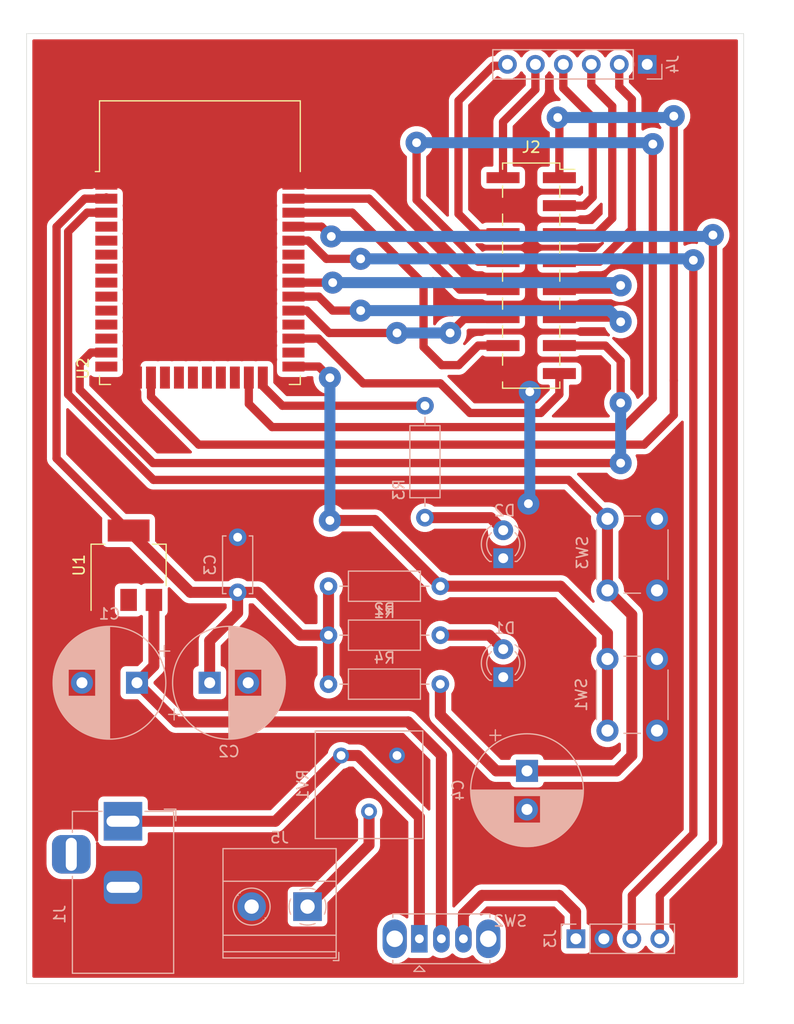
<source format=kicad_pcb>
(kicad_pcb (version 20171130) (host pcbnew 5.1.8-db9833491~88~ubuntu20.04.1)

  (general
    (thickness 1.6)
    (drawings 16)
    (tracks 197)
    (zones 0)
    (modules 21)
    (nets 48)
  )

  (page A4)
  (layers
    (0 F.Cu signal)
    (31 B.Cu signal)
    (32 B.Adhes user)
    (33 F.Adhes user)
    (34 B.Paste user)
    (35 F.Paste user)
    (36 B.SilkS user)
    (37 F.SilkS user)
    (38 B.Mask user)
    (39 F.Mask user)
    (40 Dwgs.User user)
    (41 Cmts.User user)
    (42 Eco1.User user)
    (43 Eco2.User user)
    (44 Edge.Cuts user)
    (45 Margin user)
    (46 B.CrtYd user)
    (47 F.CrtYd user)
    (48 B.Fab user)
    (49 F.Fab user)
  )

  (setup
    (last_trace_width 1)
    (user_trace_width 0.5)
    (user_trace_width 0.75)
    (user_trace_width 1)
    (trace_clearance 0.3)
    (zone_clearance 0.5)
    (zone_45_only no)
    (trace_min 0.2)
    (via_size 0.8)
    (via_drill 0.4)
    (via_min_size 0.4)
    (via_min_drill 0.3)
    (uvia_size 0.3)
    (uvia_drill 0.1)
    (uvias_allowed no)
    (uvia_min_size 0.2)
    (uvia_min_drill 0.1)
    (edge_width 0.05)
    (segment_width 0.2)
    (pcb_text_width 0.3)
    (pcb_text_size 1.5 1.5)
    (mod_edge_width 0.12)
    (mod_text_size 1 1)
    (mod_text_width 0.15)
    (pad_size 2.2 3.5)
    (pad_drill 1.5)
    (pad_to_mask_clearance 0)
    (aux_axis_origin 0 0)
    (visible_elements FFFFBE7F)
    (pcbplotparams
      (layerselection 0x010fc_ffffffff)
      (usegerberextensions false)
      (usegerberattributes true)
      (usegerberadvancedattributes true)
      (creategerberjobfile true)
      (excludeedgelayer true)
      (linewidth 0.100000)
      (plotframeref false)
      (viasonmask false)
      (mode 1)
      (useauxorigin false)
      (hpglpennumber 1)
      (hpglpenspeed 20)
      (hpglpendiameter 15.000000)
      (psnegative false)
      (psa4output false)
      (plotreference true)
      (plotvalue true)
      (plotinvisibletext false)
      (padsonsilk false)
      (subtractmaskfromsilk false)
      (outputformat 1)
      (mirror false)
      (drillshape 1)
      (scaleselection 1)
      (outputdirectory ""))
  )

  (net 0 "")
  (net 1 GNDREF)
  (net 2 "Net-(C1-Pad1)")
  (net 3 +3V3)
  (net 4 EN)
  (net 5 "Net-(D1-Pad2)")
  (net 6 "Net-(D2-Pad2)")
  (net 7 "Net-(J1-Pad1)")
  (net 8 OE)
  (net 9 CLK)
  (net 10 LAT)
  (net 11 C)
  (net 12 D)
  (net 13 A)
  (net 14 B)
  (net 15 B2)
  (net 16 E)
  (net 17 R2)
  (net 18 G2)
  (net 19 B1)
  (net 20 R1)
  (net 21 G1)
  (net 22 RX)
  (net 23 USB_VCC)
  (net 24 IO0)
  (net 25 "Net-(R3-Pad1)")
  (net 26 "Net-(U2-Pad33)")
  (net 27 "Net-(U2-Pad32)")
  (net 28 "Net-(U2-Pad28)")
  (net 29 "Net-(U2-Pad26)")
  (net 30 "Net-(U2-Pad22)")
  (net 31 "Net-(U2-Pad21)")
  (net 32 "Net-(U2-Pad20)")
  (net 33 "Net-(U2-Pad19)")
  (net 34 "Net-(U2-Pad18)")
  (net 35 "Net-(U2-Pad17)")
  (net 36 "Net-(U2-Pad14)")
  (net 37 "Net-(U2-Pad12)")
  (net 38 "Net-(U2-Pad11)")
  (net 39 "Net-(U2-Pad10)")
  (net 40 "Net-(U2-Pad9)")
  (net 41 "Net-(U2-Pad8)")
  (net 42 "Net-(U2-Pad5)")
  (net 43 "Net-(U2-Pad4)")
  (net 44 TX)
  (net 45 "Net-(J5-Pad1)")
  (net 46 "Net-(U2-Pad7)")
  (net 47 "Net-(U2-Pad6)")

  (net_class Default "This is the default net class."
    (clearance 0.3)
    (trace_width 0.25)
    (via_dia 0.8)
    (via_drill 0.4)
    (uvia_dia 0.3)
    (uvia_drill 0.1)
    (add_net +3V3)
    (add_net A)
    (add_net B)
    (add_net B1)
    (add_net B2)
    (add_net C)
    (add_net CLK)
    (add_net D)
    (add_net E)
    (add_net EN)
    (add_net G1)
    (add_net G2)
    (add_net GNDREF)
    (add_net IO0)
    (add_net LAT)
    (add_net "Net-(C1-Pad1)")
    (add_net "Net-(D1-Pad2)")
    (add_net "Net-(D2-Pad2)")
    (add_net "Net-(J1-Pad1)")
    (add_net "Net-(J5-Pad1)")
    (add_net "Net-(R3-Pad1)")
    (add_net "Net-(U2-Pad10)")
    (add_net "Net-(U2-Pad11)")
    (add_net "Net-(U2-Pad12)")
    (add_net "Net-(U2-Pad14)")
    (add_net "Net-(U2-Pad17)")
    (add_net "Net-(U2-Pad18)")
    (add_net "Net-(U2-Pad19)")
    (add_net "Net-(U2-Pad20)")
    (add_net "Net-(U2-Pad21)")
    (add_net "Net-(U2-Pad22)")
    (add_net "Net-(U2-Pad26)")
    (add_net "Net-(U2-Pad28)")
    (add_net "Net-(U2-Pad32)")
    (add_net "Net-(U2-Pad33)")
    (add_net "Net-(U2-Pad4)")
    (add_net "Net-(U2-Pad5)")
    (add_net "Net-(U2-Pad6)")
    (add_net "Net-(U2-Pad7)")
    (add_net "Net-(U2-Pad8)")
    (add_net "Net-(U2-Pad9)")
    (add_net OE)
    (add_net R1)
    (add_net R2)
    (add_net RX)
    (add_net TX)
    (add_net USB_VCC)
  )

  (net_class MCU ""
    (clearance 0.5)
    (trace_width 0.75)
    (via_dia 0.8)
    (via_drill 0.4)
    (uvia_dia 0.3)
    (uvia_drill 0.1)
  )

  (module Resistor_THT:R_Axial_DIN0207_L6.3mm_D2.5mm_P10.16mm_Horizontal (layer B.Cu) (tedit 5AE5139B) (tstamp 5FF458EE)
    (at 142.748 84.582 270)
    (descr "Resistor, Axial_DIN0207 series, Axial, Horizontal, pin pitch=10.16mm, 0.25W = 1/4W, length*diameter=6.3*2.5mm^2, http://cdn-reichelt.de/documents/datenblatt/B400/1_4W%23YAG.pdf")
    (tags "Resistor Axial_DIN0207 series Axial Horizontal pin pitch 10.16mm 0.25W = 1/4W length 6.3mm diameter 2.5mm")
    (path /6002C872)
    (fp_text reference R3 (at 7.62 2.37 90) (layer B.SilkS)
      (effects (font (size 1 1) (thickness 0.15)) (justify mirror))
    )
    (fp_text value 220 (at 7.62 -2.37 90) (layer B.Fab)
      (effects (font (size 1 1) (thickness 0.15)) (justify mirror))
    )
    (fp_line (start 11.21 1.5) (end -1.05 1.5) (layer B.CrtYd) (width 0.05))
    (fp_line (start 11.21 -1.5) (end 11.21 1.5) (layer B.CrtYd) (width 0.05))
    (fp_line (start -1.05 -1.5) (end 11.21 -1.5) (layer B.CrtYd) (width 0.05))
    (fp_line (start -1.05 1.5) (end -1.05 -1.5) (layer B.CrtYd) (width 0.05))
    (fp_line (start 9.12 0) (end 8.35 0) (layer B.SilkS) (width 0.12))
    (fp_line (start 1.04 0) (end 1.81 0) (layer B.SilkS) (width 0.12))
    (fp_line (start 8.35 1.37) (end 1.81 1.37) (layer B.SilkS) (width 0.12))
    (fp_line (start 8.35 -1.37) (end 8.35 1.37) (layer B.SilkS) (width 0.12))
    (fp_line (start 1.81 -1.37) (end 8.35 -1.37) (layer B.SilkS) (width 0.12))
    (fp_line (start 1.81 1.37) (end 1.81 -1.37) (layer B.SilkS) (width 0.12))
    (fp_line (start 10.16 0) (end 8.23 0) (layer B.Fab) (width 0.1))
    (fp_line (start 0 0) (end 1.93 0) (layer B.Fab) (width 0.1))
    (fp_line (start 8.23 1.25) (end 1.93 1.25) (layer B.Fab) (width 0.1))
    (fp_line (start 8.23 -1.25) (end 8.23 1.25) (layer B.Fab) (width 0.1))
    (fp_line (start 1.93 -1.25) (end 8.23 -1.25) (layer B.Fab) (width 0.1))
    (fp_line (start 1.93 1.25) (end 1.93 -1.25) (layer B.Fab) (width 0.1))
    (fp_text user %R (at 7.62 0 90) (layer B.Fab)
      (effects (font (size 1 1) (thickness 0.15)) (justify mirror))
    )
    (pad 2 thru_hole oval (at 10.16 0 270) (size 1.6 1.6) (drill 0.8) (layers *.Cu *.Mask)
      (net 6 "Net-(D2-Pad2)"))
    (pad 1 thru_hole circle (at 0 0 270) (size 1.6 1.6) (drill 0.8) (layers *.Cu *.Mask)
      (net 25 "Net-(R3-Pad1)"))
    (model ${KISYS3DMOD}/Resistor_THT.3dshapes/R_Axial_DIN0207_L6.3mm_D2.5mm_P10.16mm_Horizontal.wrl
      (at (xyz 0 0 0))
      (scale (xyz 1 1 1))
      (rotate (xyz 0 0 0))
    )
  )

  (module RF_Module:ESP32-WROOM-32 (layer F.Cu) (tedit 5B5B4654) (tstamp 6000E1F5)
    (at 122.301 72.771)
    (descr "Single 2.4 GHz Wi-Fi and Bluetooth combo chip https://www.espressif.com/sites/default/files/documentation/esp32-wroom-32_datasheet_en.pdf")
    (tags "Single 2.4 GHz Wi-Fi and Bluetooth combo  chip")
    (path /5FDF73F4)
    (attr smd)
    (fp_text reference U2 (at -10.61 8.43 90) (layer F.SilkS)
      (effects (font (size 1 1) (thickness 0.15)))
    )
    (fp_text value ESP32-WROOM-32 (at 0 11.5) (layer F.Fab)
      (effects (font (size 1 1) (thickness 0.15)))
    )
    (fp_line (start -9.12 -9.445) (end -9.5 -9.445) (layer F.SilkS) (width 0.12))
    (fp_line (start -9.12 -15.865) (end -9.12 -9.445) (layer F.SilkS) (width 0.12))
    (fp_line (start 9.12 -15.865) (end 9.12 -9.445) (layer F.SilkS) (width 0.12))
    (fp_line (start -9.12 -15.865) (end 9.12 -15.865) (layer F.SilkS) (width 0.12))
    (fp_line (start 9.12 9.88) (end 8.12 9.88) (layer F.SilkS) (width 0.12))
    (fp_line (start 9.12 9.1) (end 9.12 9.88) (layer F.SilkS) (width 0.12))
    (fp_line (start -9.12 9.88) (end -8.12 9.88) (layer F.SilkS) (width 0.12))
    (fp_line (start -9.12 9.1) (end -9.12 9.88) (layer F.SilkS) (width 0.12))
    (fp_line (start 8.4 -20.6) (end 8.2 -20.4) (layer Cmts.User) (width 0.1))
    (fp_line (start 8.4 -16) (end 8.4 -20.6) (layer Cmts.User) (width 0.1))
    (fp_line (start 8.4 -20.6) (end 8.6 -20.4) (layer Cmts.User) (width 0.1))
    (fp_line (start 8.4 -16) (end 8.6 -16.2) (layer Cmts.User) (width 0.1))
    (fp_line (start 8.4 -16) (end 8.2 -16.2) (layer Cmts.User) (width 0.1))
    (fp_line (start -9.2 -13.875) (end -9.4 -14.075) (layer Cmts.User) (width 0.1))
    (fp_line (start -13.8 -13.875) (end -9.2 -13.875) (layer Cmts.User) (width 0.1))
    (fp_line (start -9.2 -13.875) (end -9.4 -13.675) (layer Cmts.User) (width 0.1))
    (fp_line (start -13.8 -13.875) (end -13.6 -13.675) (layer Cmts.User) (width 0.1))
    (fp_line (start -13.8 -13.875) (end -13.6 -14.075) (layer Cmts.User) (width 0.1))
    (fp_line (start 9.2 -13.875) (end 9.4 -13.675) (layer Cmts.User) (width 0.1))
    (fp_line (start 9.2 -13.875) (end 9.4 -14.075) (layer Cmts.User) (width 0.1))
    (fp_line (start 13.8 -13.875) (end 13.6 -13.675) (layer Cmts.User) (width 0.1))
    (fp_line (start 13.8 -13.875) (end 13.6 -14.075) (layer Cmts.User) (width 0.1))
    (fp_line (start 9.2 -13.875) (end 13.8 -13.875) (layer Cmts.User) (width 0.1))
    (fp_line (start 14 -11.585) (end 12 -9.97) (layer Dwgs.User) (width 0.1))
    (fp_line (start 14 -13.2) (end 10 -9.97) (layer Dwgs.User) (width 0.1))
    (fp_line (start 14 -14.815) (end 8 -9.97) (layer Dwgs.User) (width 0.1))
    (fp_line (start 14 -16.43) (end 6 -9.97) (layer Dwgs.User) (width 0.1))
    (fp_line (start 14 -18.045) (end 4 -9.97) (layer Dwgs.User) (width 0.1))
    (fp_line (start 14 -19.66) (end 2 -9.97) (layer Dwgs.User) (width 0.1))
    (fp_line (start 13.475 -20.75) (end 0 -9.97) (layer Dwgs.User) (width 0.1))
    (fp_line (start 11.475 -20.75) (end -2 -9.97) (layer Dwgs.User) (width 0.1))
    (fp_line (start 9.475 -20.75) (end -4 -9.97) (layer Dwgs.User) (width 0.1))
    (fp_line (start 7.475 -20.75) (end -6 -9.97) (layer Dwgs.User) (width 0.1))
    (fp_line (start -8 -9.97) (end 5.475 -20.75) (layer Dwgs.User) (width 0.1))
    (fp_line (start 3.475 -20.75) (end -10 -9.97) (layer Dwgs.User) (width 0.1))
    (fp_line (start 1.475 -20.75) (end -12 -9.97) (layer Dwgs.User) (width 0.1))
    (fp_line (start -0.525 -20.75) (end -14 -9.97) (layer Dwgs.User) (width 0.1))
    (fp_line (start -2.525 -20.75) (end -14 -11.585) (layer Dwgs.User) (width 0.1))
    (fp_line (start -4.525 -20.75) (end -14 -13.2) (layer Dwgs.User) (width 0.1))
    (fp_line (start -6.525 -20.75) (end -14 -14.815) (layer Dwgs.User) (width 0.1))
    (fp_line (start -8.525 -20.75) (end -14 -16.43) (layer Dwgs.User) (width 0.1))
    (fp_line (start -10.525 -20.75) (end -14 -18.045) (layer Dwgs.User) (width 0.1))
    (fp_line (start -12.525 -20.75) (end -14 -19.66) (layer Dwgs.User) (width 0.1))
    (fp_line (start 9.75 -9.72) (end 14.25 -9.72) (layer F.CrtYd) (width 0.05))
    (fp_line (start -14.25 -9.72) (end -9.75 -9.72) (layer F.CrtYd) (width 0.05))
    (fp_line (start 14.25 -21) (end 14.25 -9.72) (layer F.CrtYd) (width 0.05))
    (fp_line (start -14.25 -21) (end -14.25 -9.72) (layer F.CrtYd) (width 0.05))
    (fp_line (start 14 -20.75) (end -14 -20.75) (layer Dwgs.User) (width 0.1))
    (fp_line (start 14 -9.97) (end 14 -20.75) (layer Dwgs.User) (width 0.1))
    (fp_line (start 14 -9.97) (end -14 -9.97) (layer Dwgs.User) (width 0.1))
    (fp_line (start -9 -9.02) (end -8.5 -9.52) (layer F.Fab) (width 0.1))
    (fp_line (start -8.5 -9.52) (end -9 -10.02) (layer F.Fab) (width 0.1))
    (fp_line (start -9 -9.02) (end -9 9.76) (layer F.Fab) (width 0.1))
    (fp_line (start -14.25 -21) (end 14.25 -21) (layer F.CrtYd) (width 0.05))
    (fp_line (start 9.75 -9.72) (end 9.75 10.5) (layer F.CrtYd) (width 0.05))
    (fp_line (start -9.75 10.5) (end 9.75 10.5) (layer F.CrtYd) (width 0.05))
    (fp_line (start -9.75 10.5) (end -9.75 -9.72) (layer F.CrtYd) (width 0.05))
    (fp_line (start -9 -15.745) (end 9 -15.745) (layer F.Fab) (width 0.1))
    (fp_line (start -9 -15.745) (end -9 -10.02) (layer F.Fab) (width 0.1))
    (fp_line (start -9 9.76) (end 9 9.76) (layer F.Fab) (width 0.1))
    (fp_line (start 9 9.76) (end 9 -15.745) (layer F.Fab) (width 0.1))
    (fp_line (start -14 -9.97) (end -14 -20.75) (layer Dwgs.User) (width 0.1))
    (fp_text user "5 mm" (at 7.8 -19.075 90) (layer Cmts.User)
      (effects (font (size 0.5 0.5) (thickness 0.1)))
    )
    (fp_text user "5 mm" (at -11.2 -14.375) (layer Cmts.User)
      (effects (font (size 0.5 0.5) (thickness 0.1)))
    )
    (fp_text user "5 mm" (at 11.8 -14.375) (layer Cmts.User)
      (effects (font (size 0.5 0.5) (thickness 0.1)))
    )
    (fp_text user Antenna (at 0 -13) (layer Cmts.User)
      (effects (font (size 1 1) (thickness 0.15)))
    )
    (fp_text user "KEEP-OUT ZONE" (at 0 -19) (layer Cmts.User)
      (effects (font (size 1 1) (thickness 0.15)))
    )
    (fp_text user %R (at 0 0) (layer F.Fab)
      (effects (font (size 1 1) (thickness 0.15)))
    )
    (pad 38 smd rect (at 8.5 -8.255) (size 2 0.9) (layers F.Cu F.Paste F.Mask)
      (net 1 GNDREF))
    (pad 37 smd rect (at 8.5 -6.985) (size 2 0.9) (layers F.Cu F.Paste F.Mask)
      (net 14 B))
    (pad 36 smd rect (at 8.5 -5.715) (size 2 0.9) (layers F.Cu F.Paste F.Mask)
      (net 10 LAT))
    (pad 35 smd rect (at 8.5 -4.445) (size 2 0.9) (layers F.Cu F.Paste F.Mask)
      (net 44 TX))
    (pad 34 smd rect (at 8.5 -3.175) (size 2 0.9) (layers F.Cu F.Paste F.Mask)
      (net 22 RX))
    (pad 33 smd rect (at 8.5 -1.905) (size 2 0.9) (layers F.Cu F.Paste F.Mask)
      (net 26 "Net-(U2-Pad33)"))
    (pad 32 smd rect (at 8.5 -0.635) (size 2 0.9) (layers F.Cu F.Paste F.Mask)
      (net 27 "Net-(U2-Pad32)"))
    (pad 31 smd rect (at 8.5 0.635) (size 2 0.9) (layers F.Cu F.Paste F.Mask)
      (net 13 A))
    (pad 30 smd rect (at 8.5 1.905) (size 2 0.9) (layers F.Cu F.Paste F.Mask)
      (net 11 C))
    (pad 29 smd rect (at 8.5 3.175) (size 2 0.9) (layers F.Cu F.Paste F.Mask)
      (net 12 D))
    (pad 28 smd rect (at 8.5 4.445) (size 2 0.9) (layers F.Cu F.Paste F.Mask)
      (net 28 "Net-(U2-Pad28)"))
    (pad 27 smd rect (at 8.5 5.715) (size 2 0.9) (layers F.Cu F.Paste F.Mask)
      (net 8 OE))
    (pad 26 smd rect (at 8.5 6.985) (size 2 0.9) (layers F.Cu F.Paste F.Mask)
      (net 29 "Net-(U2-Pad26)"))
    (pad 25 smd rect (at 8.5 8.255) (size 2 0.9) (layers F.Cu F.Paste F.Mask)
      (net 24 IO0))
    (pad 24 smd rect (at 5.715 9.255 90) (size 2 0.9) (layers F.Cu F.Paste F.Mask)
      (net 25 "Net-(R3-Pad1)"))
    (pad 23 smd rect (at 4.445 9.255 90) (size 2 0.9) (layers F.Cu F.Paste F.Mask)
      (net 16 E))
    (pad 22 smd rect (at 3.175 9.255 90) (size 2 0.9) (layers F.Cu F.Paste F.Mask)
      (net 30 "Net-(U2-Pad22)"))
    (pad 21 smd rect (at 1.905 9.255 90) (size 2 0.9) (layers F.Cu F.Paste F.Mask)
      (net 31 "Net-(U2-Pad21)"))
    (pad 20 smd rect (at 0.635 9.255 90) (size 2 0.9) (layers F.Cu F.Paste F.Mask)
      (net 32 "Net-(U2-Pad20)"))
    (pad 19 smd rect (at -0.635 9.255 90) (size 2 0.9) (layers F.Cu F.Paste F.Mask)
      (net 33 "Net-(U2-Pad19)"))
    (pad 18 smd rect (at -1.905 9.255 90) (size 2 0.9) (layers F.Cu F.Paste F.Mask)
      (net 34 "Net-(U2-Pad18)"))
    (pad 17 smd rect (at -3.175 9.255 90) (size 2 0.9) (layers F.Cu F.Paste F.Mask)
      (net 35 "Net-(U2-Pad17)"))
    (pad 16 smd rect (at -4.445 9.255 90) (size 2 0.9) (layers F.Cu F.Paste F.Mask)
      (net 20 R1))
    (pad 15 smd rect (at -5.715 9.255 90) (size 2 0.9) (layers F.Cu F.Paste F.Mask)
      (net 1 GNDREF))
    (pad 14 smd rect (at -8.5 8.255) (size 2 0.9) (layers F.Cu F.Paste F.Mask)
      (net 36 "Net-(U2-Pad14)"))
    (pad 13 smd rect (at -8.5 6.985) (size 2 0.9) (layers F.Cu F.Paste F.Mask)
      (net 9 CLK))
    (pad 12 smd rect (at -8.5 5.715) (size 2 0.9) (layers F.Cu F.Paste F.Mask)
      (net 37 "Net-(U2-Pad12)"))
    (pad 11 smd rect (at -8.5 4.445) (size 2 0.9) (layers F.Cu F.Paste F.Mask)
      (net 38 "Net-(U2-Pad11)"))
    (pad 10 smd rect (at -8.5 3.175) (size 2 0.9) (layers F.Cu F.Paste F.Mask)
      (net 39 "Net-(U2-Pad10)"))
    (pad 9 smd rect (at -8.5 1.905) (size 2 0.9) (layers F.Cu F.Paste F.Mask)
      (net 40 "Net-(U2-Pad9)"))
    (pad 8 smd rect (at -8.5 0.635) (size 2 0.9) (layers F.Cu F.Paste F.Mask)
      (net 41 "Net-(U2-Pad8)"))
    (pad 7 smd rect (at -8.5 -0.635) (size 2 0.9) (layers F.Cu F.Paste F.Mask)
      (net 46 "Net-(U2-Pad7)"))
    (pad 6 smd rect (at -8.5 -1.905) (size 2 0.9) (layers F.Cu F.Paste F.Mask)
      (net 47 "Net-(U2-Pad6)"))
    (pad 5 smd rect (at -8.5 -3.175) (size 2 0.9) (layers F.Cu F.Paste F.Mask)
      (net 42 "Net-(U2-Pad5)"))
    (pad 4 smd rect (at -8.5 -4.445) (size 2 0.9) (layers F.Cu F.Paste F.Mask)
      (net 43 "Net-(U2-Pad4)"))
    (pad 3 smd rect (at -8.5 -5.715) (size 2 0.9) (layers F.Cu F.Paste F.Mask)
      (net 4 EN))
    (pad 2 smd rect (at -8.5 -6.985) (size 2 0.9) (layers F.Cu F.Paste F.Mask)
      (net 3 +3V3))
    (pad 1 smd rect (at -8.5 -8.255) (size 2 0.9) (layers F.Cu F.Paste F.Mask)
      (net 1 GNDREF))
    (pad 39 smd rect (at -1 -0.755) (size 5 5) (layers F.Cu F.Paste F.Mask)
      (net 1 GNDREF))
    (model ${KISYS3DMOD}/RF_Module.3dshapes/ESP32-WROOM-32.wrl
      (at (xyz 0 0 0))
      (scale (xyz 1 1 1))
      (rotate (xyz 0 0 0))
    )
  )

  (module clockwise1:SW_PUSH (layer B.Cu) (tedit 600CDB8B) (tstamp 600D8192)
    (at 159.33 107.569 270)
    (descr "tactile push button, 6x6mm e.g. PHAP33xx series, height=4.3mm")
    (tags "tact sw push 6mm")
    (path /5FF934D2)
    (fp_text reference SW1 (at 3.25 2.369 90) (layer B.SilkS)
      (effects (font (size 1 1) (thickness 0.15)) (justify mirror))
    )
    (fp_text value BOOT (at 9.144 -2.087 180) (layer B.Fab)
      (effects (font (size 1 1) (thickness 0.15)) (justify mirror))
    )
    (fp_circle (center 3.25 -2.25) (end 1.25 -2.5) (layer B.Fab) (width 0.1))
    (fp_line (start 6.75 -3) (end 6.75 -1.5) (layer B.SilkS) (width 0.12))
    (fp_line (start 5.5 1) (end 1 1) (layer B.SilkS) (width 0.12))
    (fp_line (start -0.25 -1.5) (end -0.25 -3) (layer B.SilkS) (width 0.12))
    (fp_line (start 1 -5.5) (end 5.5 -5.5) (layer B.SilkS) (width 0.12))
    (fp_line (start 8 1.25) (end 8 -5.75) (layer B.CrtYd) (width 0.05))
    (fp_line (start 7.75 -6) (end -1.25 -6) (layer B.CrtYd) (width 0.05))
    (fp_line (start -1.5 -5.75) (end -1.5 1.25) (layer B.CrtYd) (width 0.05))
    (fp_line (start -1.25 1.5) (end 7.75 1.5) (layer B.CrtYd) (width 0.05))
    (fp_line (start -1.5 -6) (end -1.25 -6) (layer B.CrtYd) (width 0.05))
    (fp_line (start -1.5 -5.75) (end -1.5 -6) (layer B.CrtYd) (width 0.05))
    (fp_line (start -1.5 1.5) (end -1.25 1.5) (layer B.CrtYd) (width 0.05))
    (fp_line (start -1.5 1.25) (end -1.5 1.5) (layer B.CrtYd) (width 0.05))
    (fp_line (start 8 1.5) (end 8 1.25) (layer B.CrtYd) (width 0.05))
    (fp_line (start 7.75 1.5) (end 8 1.5) (layer B.CrtYd) (width 0.05))
    (fp_line (start 8 -6) (end 8 -5.75) (layer B.CrtYd) (width 0.05))
    (fp_line (start 7.75 -6) (end 8 -6) (layer B.CrtYd) (width 0.05))
    (fp_line (start 0.25 0.75) (end 3.25 0.75) (layer B.Fab) (width 0.1))
    (fp_line (start 0.25 -5.25) (end 0.25 0.75) (layer B.Fab) (width 0.1))
    (fp_line (start 6.25 -5.25) (end 0.25 -5.25) (layer B.Fab) (width 0.1))
    (fp_line (start 6.25 0.75) (end 6.25 -5.25) (layer B.Fab) (width 0.1))
    (fp_line (start 3.25 0.75) (end 6.25 0.75) (layer B.Fab) (width 0.1))
    (fp_text user %R (at 3.25 -2.25 90) (layer B.Fab)
      (effects (font (size 1 1) (thickness 0.15)) (justify mirror))
    )
    (pad 2 thru_hole circle (at 6.5 0 180) (size 2 2) (drill 1.1) (layers *.Cu *.Mask)
      (net 24 IO0))
    (pad 4 thru_hole circle (at 6.5 -4.5 180) (size 2 2) (drill 1.1) (layers *.Cu *.Mask)
      (net 1 GNDREF))
    (pad 1 thru_hole circle (at 0 0 180) (size 2 2) (drill 1.1) (layers *.Cu *.Mask)
      (net 24 IO0))
    (pad 3 thru_hole circle (at 0 -4.5 180) (size 2 2) (drill 1.1) (layers *.Cu *.Mask)
      (net 1 GNDREF))
    (model ${KISYS3DMOD}/Button_Switch_THT.3dshapes/SW_PUSH_6mm_H4.3mm.wrl
      (at (xyz 0 0 0))
      (scale (xyz 1 1 1))
      (rotate (xyz 0 0 0))
    )
  )

  (module clockwise1:SW_PUSH (layer B.Cu) (tedit 600CDB8B) (tstamp 600D7C73)
    (at 163.83 101.346 90)
    (descr "tactile push button, 6x6mm e.g. PHAP33xx series, height=4.3mm")
    (tags "tact sw push 6mm")
    (path /6004B41F)
    (fp_text reference SW3 (at 3.429 -6.775 90) (layer B.SilkS)
      (effects (font (size 1 1) (thickness 0.15)) (justify mirror))
    )
    (fp_text value RESET (at -2.667 -2.413 180) (layer B.Fab)
      (effects (font (size 1 1) (thickness 0.15)) (justify mirror))
    )
    (fp_circle (center 3.25 -2.25) (end 1.25 -2.5) (layer B.Fab) (width 0.1))
    (fp_line (start 6.75 -3) (end 6.75 -1.5) (layer B.SilkS) (width 0.12))
    (fp_line (start 5.5 1) (end 1 1) (layer B.SilkS) (width 0.12))
    (fp_line (start -0.25 -1.5) (end -0.25 -3) (layer B.SilkS) (width 0.12))
    (fp_line (start 1 -5.5) (end 5.5 -5.5) (layer B.SilkS) (width 0.12))
    (fp_line (start 8 1.25) (end 8 -5.75) (layer B.CrtYd) (width 0.05))
    (fp_line (start 7.75 -6) (end -1.25 -6) (layer B.CrtYd) (width 0.05))
    (fp_line (start -1.5 -5.75) (end -1.5 1.25) (layer B.CrtYd) (width 0.05))
    (fp_line (start -1.25 1.5) (end 7.75 1.5) (layer B.CrtYd) (width 0.05))
    (fp_line (start -1.5 -6) (end -1.25 -6) (layer B.CrtYd) (width 0.05))
    (fp_line (start -1.5 -5.75) (end -1.5 -6) (layer B.CrtYd) (width 0.05))
    (fp_line (start -1.5 1.5) (end -1.25 1.5) (layer B.CrtYd) (width 0.05))
    (fp_line (start -1.5 1.25) (end -1.5 1.5) (layer B.CrtYd) (width 0.05))
    (fp_line (start 8 1.5) (end 8 1.25) (layer B.CrtYd) (width 0.05))
    (fp_line (start 7.75 1.5) (end 8 1.5) (layer B.CrtYd) (width 0.05))
    (fp_line (start 8 -6) (end 8 -5.75) (layer B.CrtYd) (width 0.05))
    (fp_line (start 7.75 -6) (end 8 -6) (layer B.CrtYd) (width 0.05))
    (fp_line (start 0.25 0.75) (end 3.25 0.75) (layer B.Fab) (width 0.1))
    (fp_line (start 0.25 -5.25) (end 0.25 0.75) (layer B.Fab) (width 0.1))
    (fp_line (start 6.25 -5.25) (end 0.25 -5.25) (layer B.Fab) (width 0.1))
    (fp_line (start 6.25 0.75) (end 6.25 -5.25) (layer B.Fab) (width 0.1))
    (fp_line (start 3.25 0.75) (end 6.25 0.75) (layer B.Fab) (width 0.1))
    (fp_text user %R (at 3.25 -2.25 90) (layer B.Fab)
      (effects (font (size 1 1) (thickness 0.15)) (justify mirror))
    )
    (pad 2 thru_hole circle (at 6.5 0) (size 2 2) (drill 1.1) (layers *.Cu *.Mask)
      (net 1 GNDREF))
    (pad 4 thru_hole circle (at 6.5 -4.5) (size 2 2) (drill 1.1) (layers *.Cu *.Mask)
      (net 4 EN))
    (pad 1 thru_hole circle (at 0 0) (size 2 2) (drill 1.1) (layers *.Cu *.Mask)
      (net 1 GNDREF))
    (pad 3 thru_hole circle (at 0 -4.5) (size 2 2) (drill 1.1) (layers *.Cu *.Mask)
      (net 4 EN))
    (model ${KISYS3DMOD}/Button_Switch_THT.3dshapes/SW_PUSH_6mm_H4.3mm.wrl
      (at (xyz 0 0 0))
      (scale (xyz 1 1 1))
      (rotate (xyz 0 0 0))
    )
  )

  (module Connector_PinHeader_2.54mm:PinHeader_1x06_P2.54mm_Vertical (layer B.Cu) (tedit 59FED5CC) (tstamp 6000EC83)
    (at 162.941 53.594 90)
    (descr "Through hole straight pin header, 1x06, 2.54mm pitch, single row")
    (tags "Through hole pin header THT 1x06 2.54mm single row")
    (path /600D6516)
    (fp_text reference J4 (at 0 2.33 90) (layer B.SilkS)
      (effects (font (size 1 1) (thickness 0.15)) (justify mirror))
    )
    (fp_text value JOUT (at 0 -15.03 90) (layer B.Fab)
      (effects (font (size 1 1) (thickness 0.15)) (justify mirror))
    )
    (fp_line (start 1.8 1.8) (end -1.8 1.8) (layer B.CrtYd) (width 0.05))
    (fp_line (start 1.8 -14.5) (end 1.8 1.8) (layer B.CrtYd) (width 0.05))
    (fp_line (start -1.8 -14.5) (end 1.8 -14.5) (layer B.CrtYd) (width 0.05))
    (fp_line (start -1.8 1.8) (end -1.8 -14.5) (layer B.CrtYd) (width 0.05))
    (fp_line (start -1.33 1.33) (end 0 1.33) (layer B.SilkS) (width 0.12))
    (fp_line (start -1.33 0) (end -1.33 1.33) (layer B.SilkS) (width 0.12))
    (fp_line (start -1.33 -1.27) (end 1.33 -1.27) (layer B.SilkS) (width 0.12))
    (fp_line (start 1.33 -1.27) (end 1.33 -14.03) (layer B.SilkS) (width 0.12))
    (fp_line (start -1.33 -1.27) (end -1.33 -14.03) (layer B.SilkS) (width 0.12))
    (fp_line (start -1.33 -14.03) (end 1.33 -14.03) (layer B.SilkS) (width 0.12))
    (fp_line (start -1.27 0.635) (end -0.635 1.27) (layer B.Fab) (width 0.1))
    (fp_line (start -1.27 -13.97) (end -1.27 0.635) (layer B.Fab) (width 0.1))
    (fp_line (start 1.27 -13.97) (end -1.27 -13.97) (layer B.Fab) (width 0.1))
    (fp_line (start 1.27 1.27) (end 1.27 -13.97) (layer B.Fab) (width 0.1))
    (fp_line (start -0.635 1.27) (end 1.27 1.27) (layer B.Fab) (width 0.1))
    (fp_text user %R (at 0 -6.35 180) (layer B.Fab)
      (effects (font (size 1 1) (thickness 0.15)) (justify mirror))
    )
    (pad 6 thru_hole oval (at 0 -12.7 90) (size 1.7 1.7) (drill 1) (layers *.Cu *.Mask)
      (net 18 G2))
    (pad 5 thru_hole oval (at 0 -10.16 90) (size 1.7 1.7) (drill 1) (layers *.Cu *.Mask)
      (net 21 G1))
    (pad 4 thru_hole oval (at 0 -7.62 90) (size 1.7 1.7) (drill 1) (layers *.Cu *.Mask)
      (net 19 B1))
    (pad 3 thru_hole oval (at 0 -5.08 90) (size 1.7 1.7) (drill 1) (layers *.Cu *.Mask)
      (net 17 R2))
    (pad 2 thru_hole oval (at 0 -2.54 90) (size 1.7 1.7) (drill 1) (layers *.Cu *.Mask)
      (net 15 B2))
    (pad 1 thru_hole rect (at 0 0 90) (size 1.7 1.7) (drill 1) (layers *.Cu *.Mask)
      (net 1 GNDREF))
    (model ${KISYS3DMOD}/Connector_PinHeader_2.54mm.3dshapes/PinHeader_1x06_P2.54mm_Vertical.wrl
      (at (xyz 0 0 0))
      (scale (xyz 1 1 1))
      (rotate (xyz 0 0 0))
    )
  )

  (module Potentiometer_THT:Potentiometer_Bourns_3386F_Vertical (layer B.Cu) (tedit 5AA07388) (tstamp 600D81E4)
    (at 140.208 116.332 270)
    (descr "Potentiometer, vertical, Bourns 3386F, https://www.bourns.com/pdfs/3386.pdf")
    (tags "Potentiometer vertical Bourns 3386F")
    (path /60069DCE)
    (fp_text reference RV1 (at 2.655 8.555 90) (layer B.SilkS)
      (effects (font (size 1 1) (thickness 0.15)) (justify mirror))
    )
    (fp_text value 5K (at 2.655 -3.475 90) (layer B.Fab)
      (effects (font (size 1 1) (thickness 0.15)) (justify mirror))
    )
    (fp_line (start 7.67 7.56) (end -2.36 7.56) (layer B.CrtYd) (width 0.05))
    (fp_line (start 7.67 -2.48) (end 7.67 7.56) (layer B.CrtYd) (width 0.05))
    (fp_line (start -2.36 -2.48) (end 7.67 -2.48) (layer B.CrtYd) (width 0.05))
    (fp_line (start -2.36 7.56) (end -2.36 -2.48) (layer B.CrtYd) (width 0.05))
    (fp_line (start 7.54 7.425) (end 7.54 -2.345) (layer B.SilkS) (width 0.12))
    (fp_line (start -2.23 7.425) (end -2.23 -2.345) (layer B.SilkS) (width 0.12))
    (fp_line (start -2.23 -2.345) (end 7.54 -2.345) (layer B.SilkS) (width 0.12))
    (fp_line (start -2.23 7.425) (end 7.54 7.425) (layer B.SilkS) (width 0.12))
    (fp_line (start 1.781 0.98) (end 1.781 4.099) (layer B.Fab) (width 0.1))
    (fp_line (start 1.781 0.98) (end 1.781 4.099) (layer B.Fab) (width 0.1))
    (fp_line (start 7.42 7.305) (end -2.11 7.305) (layer B.Fab) (width 0.1))
    (fp_line (start 7.42 -2.225) (end 7.42 7.305) (layer B.Fab) (width 0.1))
    (fp_line (start -2.11 -2.225) (end 7.42 -2.225) (layer B.Fab) (width 0.1))
    (fp_line (start -2.11 7.305) (end -2.11 -2.225) (layer B.Fab) (width 0.1))
    (fp_circle (center 1.781 2.54) (end 3.356 2.54) (layer B.Fab) (width 0.1))
    (fp_text user %R (at -1.11 2.54 180) (layer B.Fab)
      (effects (font (size 1 1) (thickness 0.15)) (justify mirror))
    )
    (pad 1 thru_hole circle (at 0 0 270) (size 1.44 1.44) (drill 0.8) (layers *.Cu *.Mask)
      (net 1 GNDREF))
    (pad 2 thru_hole circle (at 5.08 2.54 270) (size 1.44 1.44) (drill 0.8) (layers *.Cu *.Mask)
      (net 45 "Net-(J5-Pad1)"))
    (pad 3 thru_hole circle (at 0 5.08 270) (size 1.44 1.44) (drill 0.8) (layers *.Cu *.Mask)
      (net 7 "Net-(J1-Pad1)"))
    (model ${KISYS3DMOD}/Potentiometer_THT.3dshapes/Potentiometer_Bourns_3386F_Vertical.wrl
      (at (xyz 0 0 0))
      (scale (xyz 1 1 1))
      (rotate (xyz 0 0 0))
    )
  )

  (module Capacitor_THT:CP_Radial_D10.0mm_P3.50mm (layer B.Cu) (tedit 5AE50EF0) (tstamp 600D7FDE)
    (at 152.019 117.729 270)
    (descr "CP, Radial series, Radial, pin pitch=3.50mm, , diameter=10mm, Electrolytic Capacitor")
    (tags "CP Radial series Radial pin pitch 3.50mm  diameter 10mm Electrolytic Capacitor")
    (path /5FDFA3D1)
    (fp_text reference C4 (at 1.75 6.25 90) (layer B.SilkS)
      (effects (font (size 1 1) (thickness 0.15)) (justify mirror))
    )
    (fp_text value 1uF (at 1.75 -6.25 90) (layer B.Fab)
      (effects (font (size 1 1) (thickness 0.15)) (justify mirror))
    )
    (fp_line (start -3.229646 3.375) (end -3.229646 2.375) (layer B.SilkS) (width 0.12))
    (fp_line (start -3.729646 2.875) (end -2.729646 2.875) (layer B.SilkS) (width 0.12))
    (fp_line (start 6.831 0.599) (end 6.831 -0.599) (layer B.SilkS) (width 0.12))
    (fp_line (start 6.791 0.862) (end 6.791 -0.862) (layer B.SilkS) (width 0.12))
    (fp_line (start 6.751 1.062) (end 6.751 -1.062) (layer B.SilkS) (width 0.12))
    (fp_line (start 6.711 1.23) (end 6.711 -1.23) (layer B.SilkS) (width 0.12))
    (fp_line (start 6.671 1.378) (end 6.671 -1.378) (layer B.SilkS) (width 0.12))
    (fp_line (start 6.631 1.51) (end 6.631 -1.51) (layer B.SilkS) (width 0.12))
    (fp_line (start 6.591 1.63) (end 6.591 -1.63) (layer B.SilkS) (width 0.12))
    (fp_line (start 6.551 1.742) (end 6.551 -1.742) (layer B.SilkS) (width 0.12))
    (fp_line (start 6.511 1.846) (end 6.511 -1.846) (layer B.SilkS) (width 0.12))
    (fp_line (start 6.471 1.944) (end 6.471 -1.944) (layer B.SilkS) (width 0.12))
    (fp_line (start 6.431 2.037) (end 6.431 -2.037) (layer B.SilkS) (width 0.12))
    (fp_line (start 6.391 2.125) (end 6.391 -2.125) (layer B.SilkS) (width 0.12))
    (fp_line (start 6.351 2.209) (end 6.351 -2.209) (layer B.SilkS) (width 0.12))
    (fp_line (start 6.311 2.289) (end 6.311 -2.289) (layer B.SilkS) (width 0.12))
    (fp_line (start 6.271 2.365) (end 6.271 -2.365) (layer B.SilkS) (width 0.12))
    (fp_line (start 6.231 2.439) (end 6.231 -2.439) (layer B.SilkS) (width 0.12))
    (fp_line (start 6.191 2.51) (end 6.191 -2.51) (layer B.SilkS) (width 0.12))
    (fp_line (start 6.151 2.579) (end 6.151 -2.579) (layer B.SilkS) (width 0.12))
    (fp_line (start 6.111 2.645) (end 6.111 -2.645) (layer B.SilkS) (width 0.12))
    (fp_line (start 6.071 2.709) (end 6.071 -2.709) (layer B.SilkS) (width 0.12))
    (fp_line (start 6.031 2.77) (end 6.031 -2.77) (layer B.SilkS) (width 0.12))
    (fp_line (start 5.991 2.83) (end 5.991 -2.83) (layer B.SilkS) (width 0.12))
    (fp_line (start 5.951 2.889) (end 5.951 -2.889) (layer B.SilkS) (width 0.12))
    (fp_line (start 5.911 2.945) (end 5.911 -2.945) (layer B.SilkS) (width 0.12))
    (fp_line (start 5.871 3) (end 5.871 -3) (layer B.SilkS) (width 0.12))
    (fp_line (start 5.831 3.054) (end 5.831 -3.054) (layer B.SilkS) (width 0.12))
    (fp_line (start 5.791 3.106) (end 5.791 -3.106) (layer B.SilkS) (width 0.12))
    (fp_line (start 5.751 3.156) (end 5.751 -3.156) (layer B.SilkS) (width 0.12))
    (fp_line (start 5.711 3.206) (end 5.711 -3.206) (layer B.SilkS) (width 0.12))
    (fp_line (start 5.671 3.254) (end 5.671 -3.254) (layer B.SilkS) (width 0.12))
    (fp_line (start 5.631 3.301) (end 5.631 -3.301) (layer B.SilkS) (width 0.12))
    (fp_line (start 5.591 3.347) (end 5.591 -3.347) (layer B.SilkS) (width 0.12))
    (fp_line (start 5.551 3.392) (end 5.551 -3.392) (layer B.SilkS) (width 0.12))
    (fp_line (start 5.511 3.436) (end 5.511 -3.436) (layer B.SilkS) (width 0.12))
    (fp_line (start 5.471 3.478) (end 5.471 -3.478) (layer B.SilkS) (width 0.12))
    (fp_line (start 5.431 3.52) (end 5.431 -3.52) (layer B.SilkS) (width 0.12))
    (fp_line (start 5.391 3.561) (end 5.391 -3.561) (layer B.SilkS) (width 0.12))
    (fp_line (start 5.351 3.601) (end 5.351 -3.601) (layer B.SilkS) (width 0.12))
    (fp_line (start 5.311 3.64) (end 5.311 -3.64) (layer B.SilkS) (width 0.12))
    (fp_line (start 5.271 3.679) (end 5.271 -3.679) (layer B.SilkS) (width 0.12))
    (fp_line (start 5.231 3.716) (end 5.231 -3.716) (layer B.SilkS) (width 0.12))
    (fp_line (start 5.191 3.753) (end 5.191 -3.753) (layer B.SilkS) (width 0.12))
    (fp_line (start 5.151 3.789) (end 5.151 -3.789) (layer B.SilkS) (width 0.12))
    (fp_line (start 5.111 3.824) (end 5.111 -3.824) (layer B.SilkS) (width 0.12))
    (fp_line (start 5.071 3.858) (end 5.071 -3.858) (layer B.SilkS) (width 0.12))
    (fp_line (start 5.031 3.892) (end 5.031 -3.892) (layer B.SilkS) (width 0.12))
    (fp_line (start 4.991 3.925) (end 4.991 -3.925) (layer B.SilkS) (width 0.12))
    (fp_line (start 4.951 3.957) (end 4.951 -3.957) (layer B.SilkS) (width 0.12))
    (fp_line (start 4.911 3.989) (end 4.911 -3.989) (layer B.SilkS) (width 0.12))
    (fp_line (start 4.871 4.02) (end 4.871 -4.02) (layer B.SilkS) (width 0.12))
    (fp_line (start 4.831 4.05) (end 4.831 -4.05) (layer B.SilkS) (width 0.12))
    (fp_line (start 4.791 4.08) (end 4.791 -4.08) (layer B.SilkS) (width 0.12))
    (fp_line (start 4.751 4.11) (end 4.751 -4.11) (layer B.SilkS) (width 0.12))
    (fp_line (start 4.711 -1.241) (end 4.711 -4.138) (layer B.SilkS) (width 0.12))
    (fp_line (start 4.711 4.138) (end 4.711 1.241) (layer B.SilkS) (width 0.12))
    (fp_line (start 4.671 -1.241) (end 4.671 -4.166) (layer B.SilkS) (width 0.12))
    (fp_line (start 4.671 4.166) (end 4.671 1.241) (layer B.SilkS) (width 0.12))
    (fp_line (start 4.631 -1.241) (end 4.631 -4.194) (layer B.SilkS) (width 0.12))
    (fp_line (start 4.631 4.194) (end 4.631 1.241) (layer B.SilkS) (width 0.12))
    (fp_line (start 4.591 -1.241) (end 4.591 -4.221) (layer B.SilkS) (width 0.12))
    (fp_line (start 4.591 4.221) (end 4.591 1.241) (layer B.SilkS) (width 0.12))
    (fp_line (start 4.551 -1.241) (end 4.551 -4.247) (layer B.SilkS) (width 0.12))
    (fp_line (start 4.551 4.247) (end 4.551 1.241) (layer B.SilkS) (width 0.12))
    (fp_line (start 4.511 -1.241) (end 4.511 -4.273) (layer B.SilkS) (width 0.12))
    (fp_line (start 4.511 4.273) (end 4.511 1.241) (layer B.SilkS) (width 0.12))
    (fp_line (start 4.471 -1.241) (end 4.471 -4.298) (layer B.SilkS) (width 0.12))
    (fp_line (start 4.471 4.298) (end 4.471 1.241) (layer B.SilkS) (width 0.12))
    (fp_line (start 4.431 -1.241) (end 4.431 -4.323) (layer B.SilkS) (width 0.12))
    (fp_line (start 4.431 4.323) (end 4.431 1.241) (layer B.SilkS) (width 0.12))
    (fp_line (start 4.391 -1.241) (end 4.391 -4.347) (layer B.SilkS) (width 0.12))
    (fp_line (start 4.391 4.347) (end 4.391 1.241) (layer B.SilkS) (width 0.12))
    (fp_line (start 4.351 -1.241) (end 4.351 -4.371) (layer B.SilkS) (width 0.12))
    (fp_line (start 4.351 4.371) (end 4.351 1.241) (layer B.SilkS) (width 0.12))
    (fp_line (start 4.311 -1.241) (end 4.311 -4.395) (layer B.SilkS) (width 0.12))
    (fp_line (start 4.311 4.395) (end 4.311 1.241) (layer B.SilkS) (width 0.12))
    (fp_line (start 4.271 -1.241) (end 4.271 -4.417) (layer B.SilkS) (width 0.12))
    (fp_line (start 4.271 4.417) (end 4.271 1.241) (layer B.SilkS) (width 0.12))
    (fp_line (start 4.231 -1.241) (end 4.231 -4.44) (layer B.SilkS) (width 0.12))
    (fp_line (start 4.231 4.44) (end 4.231 1.241) (layer B.SilkS) (width 0.12))
    (fp_line (start 4.191 -1.241) (end 4.191 -4.462) (layer B.SilkS) (width 0.12))
    (fp_line (start 4.191 4.462) (end 4.191 1.241) (layer B.SilkS) (width 0.12))
    (fp_line (start 4.151 -1.241) (end 4.151 -4.483) (layer B.SilkS) (width 0.12))
    (fp_line (start 4.151 4.483) (end 4.151 1.241) (layer B.SilkS) (width 0.12))
    (fp_line (start 4.111 -1.241) (end 4.111 -4.504) (layer B.SilkS) (width 0.12))
    (fp_line (start 4.111 4.504) (end 4.111 1.241) (layer B.SilkS) (width 0.12))
    (fp_line (start 4.071 -1.241) (end 4.071 -4.525) (layer B.SilkS) (width 0.12))
    (fp_line (start 4.071 4.525) (end 4.071 1.241) (layer B.SilkS) (width 0.12))
    (fp_line (start 4.031 -1.241) (end 4.031 -4.545) (layer B.SilkS) (width 0.12))
    (fp_line (start 4.031 4.545) (end 4.031 1.241) (layer B.SilkS) (width 0.12))
    (fp_line (start 3.991 -1.241) (end 3.991 -4.564) (layer B.SilkS) (width 0.12))
    (fp_line (start 3.991 4.564) (end 3.991 1.241) (layer B.SilkS) (width 0.12))
    (fp_line (start 3.951 -1.241) (end 3.951 -4.584) (layer B.SilkS) (width 0.12))
    (fp_line (start 3.951 4.584) (end 3.951 1.241) (layer B.SilkS) (width 0.12))
    (fp_line (start 3.911 -1.241) (end 3.911 -4.603) (layer B.SilkS) (width 0.12))
    (fp_line (start 3.911 4.603) (end 3.911 1.241) (layer B.SilkS) (width 0.12))
    (fp_line (start 3.871 -1.241) (end 3.871 -4.621) (layer B.SilkS) (width 0.12))
    (fp_line (start 3.871 4.621) (end 3.871 1.241) (layer B.SilkS) (width 0.12))
    (fp_line (start 3.831 -1.241) (end 3.831 -4.639) (layer B.SilkS) (width 0.12))
    (fp_line (start 3.831 4.639) (end 3.831 1.241) (layer B.SilkS) (width 0.12))
    (fp_line (start 3.791 -1.241) (end 3.791 -4.657) (layer B.SilkS) (width 0.12))
    (fp_line (start 3.791 4.657) (end 3.791 1.241) (layer B.SilkS) (width 0.12))
    (fp_line (start 3.751 -1.241) (end 3.751 -4.674) (layer B.SilkS) (width 0.12))
    (fp_line (start 3.751 4.674) (end 3.751 1.241) (layer B.SilkS) (width 0.12))
    (fp_line (start 3.711 -1.241) (end 3.711 -4.69) (layer B.SilkS) (width 0.12))
    (fp_line (start 3.711 4.69) (end 3.711 1.241) (layer B.SilkS) (width 0.12))
    (fp_line (start 3.671 -1.241) (end 3.671 -4.707) (layer B.SilkS) (width 0.12))
    (fp_line (start 3.671 4.707) (end 3.671 1.241) (layer B.SilkS) (width 0.12))
    (fp_line (start 3.631 -1.241) (end 3.631 -4.723) (layer B.SilkS) (width 0.12))
    (fp_line (start 3.631 4.723) (end 3.631 1.241) (layer B.SilkS) (width 0.12))
    (fp_line (start 3.591 -1.241) (end 3.591 -4.738) (layer B.SilkS) (width 0.12))
    (fp_line (start 3.591 4.738) (end 3.591 1.241) (layer B.SilkS) (width 0.12))
    (fp_line (start 3.551 -1.241) (end 3.551 -4.754) (layer B.SilkS) (width 0.12))
    (fp_line (start 3.551 4.754) (end 3.551 1.241) (layer B.SilkS) (width 0.12))
    (fp_line (start 3.511 -1.241) (end 3.511 -4.768) (layer B.SilkS) (width 0.12))
    (fp_line (start 3.511 4.768) (end 3.511 1.241) (layer B.SilkS) (width 0.12))
    (fp_line (start 3.471 -1.241) (end 3.471 -4.783) (layer B.SilkS) (width 0.12))
    (fp_line (start 3.471 4.783) (end 3.471 1.241) (layer B.SilkS) (width 0.12))
    (fp_line (start 3.431 -1.241) (end 3.431 -4.797) (layer B.SilkS) (width 0.12))
    (fp_line (start 3.431 4.797) (end 3.431 1.241) (layer B.SilkS) (width 0.12))
    (fp_line (start 3.391 -1.241) (end 3.391 -4.811) (layer B.SilkS) (width 0.12))
    (fp_line (start 3.391 4.811) (end 3.391 1.241) (layer B.SilkS) (width 0.12))
    (fp_line (start 3.351 -1.241) (end 3.351 -4.824) (layer B.SilkS) (width 0.12))
    (fp_line (start 3.351 4.824) (end 3.351 1.241) (layer B.SilkS) (width 0.12))
    (fp_line (start 3.311 -1.241) (end 3.311 -4.837) (layer B.SilkS) (width 0.12))
    (fp_line (start 3.311 4.837) (end 3.311 1.241) (layer B.SilkS) (width 0.12))
    (fp_line (start 3.271 -1.241) (end 3.271 -4.85) (layer B.SilkS) (width 0.12))
    (fp_line (start 3.271 4.85) (end 3.271 1.241) (layer B.SilkS) (width 0.12))
    (fp_line (start 3.231 -1.241) (end 3.231 -4.862) (layer B.SilkS) (width 0.12))
    (fp_line (start 3.231 4.862) (end 3.231 1.241) (layer B.SilkS) (width 0.12))
    (fp_line (start 3.191 -1.241) (end 3.191 -4.874) (layer B.SilkS) (width 0.12))
    (fp_line (start 3.191 4.874) (end 3.191 1.241) (layer B.SilkS) (width 0.12))
    (fp_line (start 3.151 -1.241) (end 3.151 -4.885) (layer B.SilkS) (width 0.12))
    (fp_line (start 3.151 4.885) (end 3.151 1.241) (layer B.SilkS) (width 0.12))
    (fp_line (start 3.111 -1.241) (end 3.111 -4.897) (layer B.SilkS) (width 0.12))
    (fp_line (start 3.111 4.897) (end 3.111 1.241) (layer B.SilkS) (width 0.12))
    (fp_line (start 3.071 -1.241) (end 3.071 -4.907) (layer B.SilkS) (width 0.12))
    (fp_line (start 3.071 4.907) (end 3.071 1.241) (layer B.SilkS) (width 0.12))
    (fp_line (start 3.031 -1.241) (end 3.031 -4.918) (layer B.SilkS) (width 0.12))
    (fp_line (start 3.031 4.918) (end 3.031 1.241) (layer B.SilkS) (width 0.12))
    (fp_line (start 2.991 -1.241) (end 2.991 -4.928) (layer B.SilkS) (width 0.12))
    (fp_line (start 2.991 4.928) (end 2.991 1.241) (layer B.SilkS) (width 0.12))
    (fp_line (start 2.951 -1.241) (end 2.951 -4.938) (layer B.SilkS) (width 0.12))
    (fp_line (start 2.951 4.938) (end 2.951 1.241) (layer B.SilkS) (width 0.12))
    (fp_line (start 2.911 -1.241) (end 2.911 -4.947) (layer B.SilkS) (width 0.12))
    (fp_line (start 2.911 4.947) (end 2.911 1.241) (layer B.SilkS) (width 0.12))
    (fp_line (start 2.871 -1.241) (end 2.871 -4.956) (layer B.SilkS) (width 0.12))
    (fp_line (start 2.871 4.956) (end 2.871 1.241) (layer B.SilkS) (width 0.12))
    (fp_line (start 2.831 -1.241) (end 2.831 -4.965) (layer B.SilkS) (width 0.12))
    (fp_line (start 2.831 4.965) (end 2.831 1.241) (layer B.SilkS) (width 0.12))
    (fp_line (start 2.791 -1.241) (end 2.791 -4.974) (layer B.SilkS) (width 0.12))
    (fp_line (start 2.791 4.974) (end 2.791 1.241) (layer B.SilkS) (width 0.12))
    (fp_line (start 2.751 -1.241) (end 2.751 -4.982) (layer B.SilkS) (width 0.12))
    (fp_line (start 2.751 4.982) (end 2.751 1.241) (layer B.SilkS) (width 0.12))
    (fp_line (start 2.711 -1.241) (end 2.711 -4.99) (layer B.SilkS) (width 0.12))
    (fp_line (start 2.711 4.99) (end 2.711 1.241) (layer B.SilkS) (width 0.12))
    (fp_line (start 2.671 -1.241) (end 2.671 -4.997) (layer B.SilkS) (width 0.12))
    (fp_line (start 2.671 4.997) (end 2.671 1.241) (layer B.SilkS) (width 0.12))
    (fp_line (start 2.631 -1.241) (end 2.631 -5.004) (layer B.SilkS) (width 0.12))
    (fp_line (start 2.631 5.004) (end 2.631 1.241) (layer B.SilkS) (width 0.12))
    (fp_line (start 2.591 -1.241) (end 2.591 -5.011) (layer B.SilkS) (width 0.12))
    (fp_line (start 2.591 5.011) (end 2.591 1.241) (layer B.SilkS) (width 0.12))
    (fp_line (start 2.551 -1.241) (end 2.551 -5.018) (layer B.SilkS) (width 0.12))
    (fp_line (start 2.551 5.018) (end 2.551 1.241) (layer B.SilkS) (width 0.12))
    (fp_line (start 2.511 -1.241) (end 2.511 -5.024) (layer B.SilkS) (width 0.12))
    (fp_line (start 2.511 5.024) (end 2.511 1.241) (layer B.SilkS) (width 0.12))
    (fp_line (start 2.471 -1.241) (end 2.471 -5.03) (layer B.SilkS) (width 0.12))
    (fp_line (start 2.471 5.03) (end 2.471 1.241) (layer B.SilkS) (width 0.12))
    (fp_line (start 2.43 -1.241) (end 2.43 -5.035) (layer B.SilkS) (width 0.12))
    (fp_line (start 2.43 5.035) (end 2.43 1.241) (layer B.SilkS) (width 0.12))
    (fp_line (start 2.39 -1.241) (end 2.39 -5.04) (layer B.SilkS) (width 0.12))
    (fp_line (start 2.39 5.04) (end 2.39 1.241) (layer B.SilkS) (width 0.12))
    (fp_line (start 2.35 -1.241) (end 2.35 -5.045) (layer B.SilkS) (width 0.12))
    (fp_line (start 2.35 5.045) (end 2.35 1.241) (layer B.SilkS) (width 0.12))
    (fp_line (start 2.31 -1.241) (end 2.31 -5.05) (layer B.SilkS) (width 0.12))
    (fp_line (start 2.31 5.05) (end 2.31 1.241) (layer B.SilkS) (width 0.12))
    (fp_line (start 2.27 -1.241) (end 2.27 -5.054) (layer B.SilkS) (width 0.12))
    (fp_line (start 2.27 5.054) (end 2.27 1.241) (layer B.SilkS) (width 0.12))
    (fp_line (start 2.23 5.058) (end 2.23 -5.058) (layer B.SilkS) (width 0.12))
    (fp_line (start 2.19 5.062) (end 2.19 -5.062) (layer B.SilkS) (width 0.12))
    (fp_line (start 2.15 5.065) (end 2.15 -5.065) (layer B.SilkS) (width 0.12))
    (fp_line (start 2.11 5.068) (end 2.11 -5.068) (layer B.SilkS) (width 0.12))
    (fp_line (start 2.07 5.07) (end 2.07 -5.07) (layer B.SilkS) (width 0.12))
    (fp_line (start 2.03 5.073) (end 2.03 -5.073) (layer B.SilkS) (width 0.12))
    (fp_line (start 1.99 5.075) (end 1.99 -5.075) (layer B.SilkS) (width 0.12))
    (fp_line (start 1.95 5.077) (end 1.95 -5.077) (layer B.SilkS) (width 0.12))
    (fp_line (start 1.91 5.078) (end 1.91 -5.078) (layer B.SilkS) (width 0.12))
    (fp_line (start 1.87 5.079) (end 1.87 -5.079) (layer B.SilkS) (width 0.12))
    (fp_line (start 1.83 5.08) (end 1.83 -5.08) (layer B.SilkS) (width 0.12))
    (fp_line (start 1.79 5.08) (end 1.79 -5.08) (layer B.SilkS) (width 0.12))
    (fp_line (start 1.75 5.08) (end 1.75 -5.08) (layer B.SilkS) (width 0.12))
    (fp_line (start -2.038861 2.6875) (end -2.038861 1.6875) (layer B.Fab) (width 0.1))
    (fp_line (start -2.538861 2.1875) (end -1.538861 2.1875) (layer B.Fab) (width 0.1))
    (fp_circle (center 1.75 0) (end 7 0) (layer B.CrtYd) (width 0.05))
    (fp_circle (center 1.75 0) (end 6.87 0) (layer B.SilkS) (width 0.12))
    (fp_circle (center 1.75 0) (end 6.75 0) (layer B.Fab) (width 0.1))
    (fp_text user %R (at 1.75 0 90) (layer B.Fab)
      (effects (font (size 1 1) (thickness 0.15)) (justify mirror))
    )
    (pad 2 thru_hole circle (at 3.5 0 270) (size 2 2) (drill 1) (layers *.Cu *.Mask)
      (net 1 GNDREF))
    (pad 1 thru_hole rect (at 0 0 270) (size 2 2) (drill 1) (layers *.Cu *.Mask)
      (net 4 EN))
    (model ${KISYS3DMOD}/Capacitor_THT.3dshapes/CP_Radial_D10.0mm_P3.50mm.wrl
      (at (xyz 0 0 0))
      (scale (xyz 1 1 1))
      (rotate (xyz 0 0 0))
    )
  )

  (module Capacitor_THT:CP_Radial_D10.0mm_P3.50mm (layer B.Cu) (tedit 5AE50EF0) (tstamp 600D7D7D)
    (at 123.19 109.728)
    (descr "CP, Radial series, Radial, pin pitch=3.50mm, , diameter=10mm, Electrolytic Capacitor")
    (tags "CP Radial series Radial pin pitch 3.50mm  diameter 10mm Electrolytic Capacitor")
    (path /5FDF9C5D)
    (fp_text reference C2 (at 1.75 6.25) (layer B.SilkS)
      (effects (font (size 1 1) (thickness 0.15)) (justify mirror))
    )
    (fp_text value 10uF (at 1.75 -6.25) (layer B.Fab)
      (effects (font (size 1 1) (thickness 0.15)) (justify mirror))
    )
    (fp_line (start -3.229646 3.375) (end -3.229646 2.375) (layer B.SilkS) (width 0.12))
    (fp_line (start -3.729646 2.875) (end -2.729646 2.875) (layer B.SilkS) (width 0.12))
    (fp_line (start 6.831 0.599) (end 6.831 -0.599) (layer B.SilkS) (width 0.12))
    (fp_line (start 6.791 0.862) (end 6.791 -0.862) (layer B.SilkS) (width 0.12))
    (fp_line (start 6.751 1.062) (end 6.751 -1.062) (layer B.SilkS) (width 0.12))
    (fp_line (start 6.711 1.23) (end 6.711 -1.23) (layer B.SilkS) (width 0.12))
    (fp_line (start 6.671 1.378) (end 6.671 -1.378) (layer B.SilkS) (width 0.12))
    (fp_line (start 6.631 1.51) (end 6.631 -1.51) (layer B.SilkS) (width 0.12))
    (fp_line (start 6.591 1.63) (end 6.591 -1.63) (layer B.SilkS) (width 0.12))
    (fp_line (start 6.551 1.742) (end 6.551 -1.742) (layer B.SilkS) (width 0.12))
    (fp_line (start 6.511 1.846) (end 6.511 -1.846) (layer B.SilkS) (width 0.12))
    (fp_line (start 6.471 1.944) (end 6.471 -1.944) (layer B.SilkS) (width 0.12))
    (fp_line (start 6.431 2.037) (end 6.431 -2.037) (layer B.SilkS) (width 0.12))
    (fp_line (start 6.391 2.125) (end 6.391 -2.125) (layer B.SilkS) (width 0.12))
    (fp_line (start 6.351 2.209) (end 6.351 -2.209) (layer B.SilkS) (width 0.12))
    (fp_line (start 6.311 2.289) (end 6.311 -2.289) (layer B.SilkS) (width 0.12))
    (fp_line (start 6.271 2.365) (end 6.271 -2.365) (layer B.SilkS) (width 0.12))
    (fp_line (start 6.231 2.439) (end 6.231 -2.439) (layer B.SilkS) (width 0.12))
    (fp_line (start 6.191 2.51) (end 6.191 -2.51) (layer B.SilkS) (width 0.12))
    (fp_line (start 6.151 2.579) (end 6.151 -2.579) (layer B.SilkS) (width 0.12))
    (fp_line (start 6.111 2.645) (end 6.111 -2.645) (layer B.SilkS) (width 0.12))
    (fp_line (start 6.071 2.709) (end 6.071 -2.709) (layer B.SilkS) (width 0.12))
    (fp_line (start 6.031 2.77) (end 6.031 -2.77) (layer B.SilkS) (width 0.12))
    (fp_line (start 5.991 2.83) (end 5.991 -2.83) (layer B.SilkS) (width 0.12))
    (fp_line (start 5.951 2.889) (end 5.951 -2.889) (layer B.SilkS) (width 0.12))
    (fp_line (start 5.911 2.945) (end 5.911 -2.945) (layer B.SilkS) (width 0.12))
    (fp_line (start 5.871 3) (end 5.871 -3) (layer B.SilkS) (width 0.12))
    (fp_line (start 5.831 3.054) (end 5.831 -3.054) (layer B.SilkS) (width 0.12))
    (fp_line (start 5.791 3.106) (end 5.791 -3.106) (layer B.SilkS) (width 0.12))
    (fp_line (start 5.751 3.156) (end 5.751 -3.156) (layer B.SilkS) (width 0.12))
    (fp_line (start 5.711 3.206) (end 5.711 -3.206) (layer B.SilkS) (width 0.12))
    (fp_line (start 5.671 3.254) (end 5.671 -3.254) (layer B.SilkS) (width 0.12))
    (fp_line (start 5.631 3.301) (end 5.631 -3.301) (layer B.SilkS) (width 0.12))
    (fp_line (start 5.591 3.347) (end 5.591 -3.347) (layer B.SilkS) (width 0.12))
    (fp_line (start 5.551 3.392) (end 5.551 -3.392) (layer B.SilkS) (width 0.12))
    (fp_line (start 5.511 3.436) (end 5.511 -3.436) (layer B.SilkS) (width 0.12))
    (fp_line (start 5.471 3.478) (end 5.471 -3.478) (layer B.SilkS) (width 0.12))
    (fp_line (start 5.431 3.52) (end 5.431 -3.52) (layer B.SilkS) (width 0.12))
    (fp_line (start 5.391 3.561) (end 5.391 -3.561) (layer B.SilkS) (width 0.12))
    (fp_line (start 5.351 3.601) (end 5.351 -3.601) (layer B.SilkS) (width 0.12))
    (fp_line (start 5.311 3.64) (end 5.311 -3.64) (layer B.SilkS) (width 0.12))
    (fp_line (start 5.271 3.679) (end 5.271 -3.679) (layer B.SilkS) (width 0.12))
    (fp_line (start 5.231 3.716) (end 5.231 -3.716) (layer B.SilkS) (width 0.12))
    (fp_line (start 5.191 3.753) (end 5.191 -3.753) (layer B.SilkS) (width 0.12))
    (fp_line (start 5.151 3.789) (end 5.151 -3.789) (layer B.SilkS) (width 0.12))
    (fp_line (start 5.111 3.824) (end 5.111 -3.824) (layer B.SilkS) (width 0.12))
    (fp_line (start 5.071 3.858) (end 5.071 -3.858) (layer B.SilkS) (width 0.12))
    (fp_line (start 5.031 3.892) (end 5.031 -3.892) (layer B.SilkS) (width 0.12))
    (fp_line (start 4.991 3.925) (end 4.991 -3.925) (layer B.SilkS) (width 0.12))
    (fp_line (start 4.951 3.957) (end 4.951 -3.957) (layer B.SilkS) (width 0.12))
    (fp_line (start 4.911 3.989) (end 4.911 -3.989) (layer B.SilkS) (width 0.12))
    (fp_line (start 4.871 4.02) (end 4.871 -4.02) (layer B.SilkS) (width 0.12))
    (fp_line (start 4.831 4.05) (end 4.831 -4.05) (layer B.SilkS) (width 0.12))
    (fp_line (start 4.791 4.08) (end 4.791 -4.08) (layer B.SilkS) (width 0.12))
    (fp_line (start 4.751 4.11) (end 4.751 -4.11) (layer B.SilkS) (width 0.12))
    (fp_line (start 4.711 -1.241) (end 4.711 -4.138) (layer B.SilkS) (width 0.12))
    (fp_line (start 4.711 4.138) (end 4.711 1.241) (layer B.SilkS) (width 0.12))
    (fp_line (start 4.671 -1.241) (end 4.671 -4.166) (layer B.SilkS) (width 0.12))
    (fp_line (start 4.671 4.166) (end 4.671 1.241) (layer B.SilkS) (width 0.12))
    (fp_line (start 4.631 -1.241) (end 4.631 -4.194) (layer B.SilkS) (width 0.12))
    (fp_line (start 4.631 4.194) (end 4.631 1.241) (layer B.SilkS) (width 0.12))
    (fp_line (start 4.591 -1.241) (end 4.591 -4.221) (layer B.SilkS) (width 0.12))
    (fp_line (start 4.591 4.221) (end 4.591 1.241) (layer B.SilkS) (width 0.12))
    (fp_line (start 4.551 -1.241) (end 4.551 -4.247) (layer B.SilkS) (width 0.12))
    (fp_line (start 4.551 4.247) (end 4.551 1.241) (layer B.SilkS) (width 0.12))
    (fp_line (start 4.511 -1.241) (end 4.511 -4.273) (layer B.SilkS) (width 0.12))
    (fp_line (start 4.511 4.273) (end 4.511 1.241) (layer B.SilkS) (width 0.12))
    (fp_line (start 4.471 -1.241) (end 4.471 -4.298) (layer B.SilkS) (width 0.12))
    (fp_line (start 4.471 4.298) (end 4.471 1.241) (layer B.SilkS) (width 0.12))
    (fp_line (start 4.431 -1.241) (end 4.431 -4.323) (layer B.SilkS) (width 0.12))
    (fp_line (start 4.431 4.323) (end 4.431 1.241) (layer B.SilkS) (width 0.12))
    (fp_line (start 4.391 -1.241) (end 4.391 -4.347) (layer B.SilkS) (width 0.12))
    (fp_line (start 4.391 4.347) (end 4.391 1.241) (layer B.SilkS) (width 0.12))
    (fp_line (start 4.351 -1.241) (end 4.351 -4.371) (layer B.SilkS) (width 0.12))
    (fp_line (start 4.351 4.371) (end 4.351 1.241) (layer B.SilkS) (width 0.12))
    (fp_line (start 4.311 -1.241) (end 4.311 -4.395) (layer B.SilkS) (width 0.12))
    (fp_line (start 4.311 4.395) (end 4.311 1.241) (layer B.SilkS) (width 0.12))
    (fp_line (start 4.271 -1.241) (end 4.271 -4.417) (layer B.SilkS) (width 0.12))
    (fp_line (start 4.271 4.417) (end 4.271 1.241) (layer B.SilkS) (width 0.12))
    (fp_line (start 4.231 -1.241) (end 4.231 -4.44) (layer B.SilkS) (width 0.12))
    (fp_line (start 4.231 4.44) (end 4.231 1.241) (layer B.SilkS) (width 0.12))
    (fp_line (start 4.191 -1.241) (end 4.191 -4.462) (layer B.SilkS) (width 0.12))
    (fp_line (start 4.191 4.462) (end 4.191 1.241) (layer B.SilkS) (width 0.12))
    (fp_line (start 4.151 -1.241) (end 4.151 -4.483) (layer B.SilkS) (width 0.12))
    (fp_line (start 4.151 4.483) (end 4.151 1.241) (layer B.SilkS) (width 0.12))
    (fp_line (start 4.111 -1.241) (end 4.111 -4.504) (layer B.SilkS) (width 0.12))
    (fp_line (start 4.111 4.504) (end 4.111 1.241) (layer B.SilkS) (width 0.12))
    (fp_line (start 4.071 -1.241) (end 4.071 -4.525) (layer B.SilkS) (width 0.12))
    (fp_line (start 4.071 4.525) (end 4.071 1.241) (layer B.SilkS) (width 0.12))
    (fp_line (start 4.031 -1.241) (end 4.031 -4.545) (layer B.SilkS) (width 0.12))
    (fp_line (start 4.031 4.545) (end 4.031 1.241) (layer B.SilkS) (width 0.12))
    (fp_line (start 3.991 -1.241) (end 3.991 -4.564) (layer B.SilkS) (width 0.12))
    (fp_line (start 3.991 4.564) (end 3.991 1.241) (layer B.SilkS) (width 0.12))
    (fp_line (start 3.951 -1.241) (end 3.951 -4.584) (layer B.SilkS) (width 0.12))
    (fp_line (start 3.951 4.584) (end 3.951 1.241) (layer B.SilkS) (width 0.12))
    (fp_line (start 3.911 -1.241) (end 3.911 -4.603) (layer B.SilkS) (width 0.12))
    (fp_line (start 3.911 4.603) (end 3.911 1.241) (layer B.SilkS) (width 0.12))
    (fp_line (start 3.871 -1.241) (end 3.871 -4.621) (layer B.SilkS) (width 0.12))
    (fp_line (start 3.871 4.621) (end 3.871 1.241) (layer B.SilkS) (width 0.12))
    (fp_line (start 3.831 -1.241) (end 3.831 -4.639) (layer B.SilkS) (width 0.12))
    (fp_line (start 3.831 4.639) (end 3.831 1.241) (layer B.SilkS) (width 0.12))
    (fp_line (start 3.791 -1.241) (end 3.791 -4.657) (layer B.SilkS) (width 0.12))
    (fp_line (start 3.791 4.657) (end 3.791 1.241) (layer B.SilkS) (width 0.12))
    (fp_line (start 3.751 -1.241) (end 3.751 -4.674) (layer B.SilkS) (width 0.12))
    (fp_line (start 3.751 4.674) (end 3.751 1.241) (layer B.SilkS) (width 0.12))
    (fp_line (start 3.711 -1.241) (end 3.711 -4.69) (layer B.SilkS) (width 0.12))
    (fp_line (start 3.711 4.69) (end 3.711 1.241) (layer B.SilkS) (width 0.12))
    (fp_line (start 3.671 -1.241) (end 3.671 -4.707) (layer B.SilkS) (width 0.12))
    (fp_line (start 3.671 4.707) (end 3.671 1.241) (layer B.SilkS) (width 0.12))
    (fp_line (start 3.631 -1.241) (end 3.631 -4.723) (layer B.SilkS) (width 0.12))
    (fp_line (start 3.631 4.723) (end 3.631 1.241) (layer B.SilkS) (width 0.12))
    (fp_line (start 3.591 -1.241) (end 3.591 -4.738) (layer B.SilkS) (width 0.12))
    (fp_line (start 3.591 4.738) (end 3.591 1.241) (layer B.SilkS) (width 0.12))
    (fp_line (start 3.551 -1.241) (end 3.551 -4.754) (layer B.SilkS) (width 0.12))
    (fp_line (start 3.551 4.754) (end 3.551 1.241) (layer B.SilkS) (width 0.12))
    (fp_line (start 3.511 -1.241) (end 3.511 -4.768) (layer B.SilkS) (width 0.12))
    (fp_line (start 3.511 4.768) (end 3.511 1.241) (layer B.SilkS) (width 0.12))
    (fp_line (start 3.471 -1.241) (end 3.471 -4.783) (layer B.SilkS) (width 0.12))
    (fp_line (start 3.471 4.783) (end 3.471 1.241) (layer B.SilkS) (width 0.12))
    (fp_line (start 3.431 -1.241) (end 3.431 -4.797) (layer B.SilkS) (width 0.12))
    (fp_line (start 3.431 4.797) (end 3.431 1.241) (layer B.SilkS) (width 0.12))
    (fp_line (start 3.391 -1.241) (end 3.391 -4.811) (layer B.SilkS) (width 0.12))
    (fp_line (start 3.391 4.811) (end 3.391 1.241) (layer B.SilkS) (width 0.12))
    (fp_line (start 3.351 -1.241) (end 3.351 -4.824) (layer B.SilkS) (width 0.12))
    (fp_line (start 3.351 4.824) (end 3.351 1.241) (layer B.SilkS) (width 0.12))
    (fp_line (start 3.311 -1.241) (end 3.311 -4.837) (layer B.SilkS) (width 0.12))
    (fp_line (start 3.311 4.837) (end 3.311 1.241) (layer B.SilkS) (width 0.12))
    (fp_line (start 3.271 -1.241) (end 3.271 -4.85) (layer B.SilkS) (width 0.12))
    (fp_line (start 3.271 4.85) (end 3.271 1.241) (layer B.SilkS) (width 0.12))
    (fp_line (start 3.231 -1.241) (end 3.231 -4.862) (layer B.SilkS) (width 0.12))
    (fp_line (start 3.231 4.862) (end 3.231 1.241) (layer B.SilkS) (width 0.12))
    (fp_line (start 3.191 -1.241) (end 3.191 -4.874) (layer B.SilkS) (width 0.12))
    (fp_line (start 3.191 4.874) (end 3.191 1.241) (layer B.SilkS) (width 0.12))
    (fp_line (start 3.151 -1.241) (end 3.151 -4.885) (layer B.SilkS) (width 0.12))
    (fp_line (start 3.151 4.885) (end 3.151 1.241) (layer B.SilkS) (width 0.12))
    (fp_line (start 3.111 -1.241) (end 3.111 -4.897) (layer B.SilkS) (width 0.12))
    (fp_line (start 3.111 4.897) (end 3.111 1.241) (layer B.SilkS) (width 0.12))
    (fp_line (start 3.071 -1.241) (end 3.071 -4.907) (layer B.SilkS) (width 0.12))
    (fp_line (start 3.071 4.907) (end 3.071 1.241) (layer B.SilkS) (width 0.12))
    (fp_line (start 3.031 -1.241) (end 3.031 -4.918) (layer B.SilkS) (width 0.12))
    (fp_line (start 3.031 4.918) (end 3.031 1.241) (layer B.SilkS) (width 0.12))
    (fp_line (start 2.991 -1.241) (end 2.991 -4.928) (layer B.SilkS) (width 0.12))
    (fp_line (start 2.991 4.928) (end 2.991 1.241) (layer B.SilkS) (width 0.12))
    (fp_line (start 2.951 -1.241) (end 2.951 -4.938) (layer B.SilkS) (width 0.12))
    (fp_line (start 2.951 4.938) (end 2.951 1.241) (layer B.SilkS) (width 0.12))
    (fp_line (start 2.911 -1.241) (end 2.911 -4.947) (layer B.SilkS) (width 0.12))
    (fp_line (start 2.911 4.947) (end 2.911 1.241) (layer B.SilkS) (width 0.12))
    (fp_line (start 2.871 -1.241) (end 2.871 -4.956) (layer B.SilkS) (width 0.12))
    (fp_line (start 2.871 4.956) (end 2.871 1.241) (layer B.SilkS) (width 0.12))
    (fp_line (start 2.831 -1.241) (end 2.831 -4.965) (layer B.SilkS) (width 0.12))
    (fp_line (start 2.831 4.965) (end 2.831 1.241) (layer B.SilkS) (width 0.12))
    (fp_line (start 2.791 -1.241) (end 2.791 -4.974) (layer B.SilkS) (width 0.12))
    (fp_line (start 2.791 4.974) (end 2.791 1.241) (layer B.SilkS) (width 0.12))
    (fp_line (start 2.751 -1.241) (end 2.751 -4.982) (layer B.SilkS) (width 0.12))
    (fp_line (start 2.751 4.982) (end 2.751 1.241) (layer B.SilkS) (width 0.12))
    (fp_line (start 2.711 -1.241) (end 2.711 -4.99) (layer B.SilkS) (width 0.12))
    (fp_line (start 2.711 4.99) (end 2.711 1.241) (layer B.SilkS) (width 0.12))
    (fp_line (start 2.671 -1.241) (end 2.671 -4.997) (layer B.SilkS) (width 0.12))
    (fp_line (start 2.671 4.997) (end 2.671 1.241) (layer B.SilkS) (width 0.12))
    (fp_line (start 2.631 -1.241) (end 2.631 -5.004) (layer B.SilkS) (width 0.12))
    (fp_line (start 2.631 5.004) (end 2.631 1.241) (layer B.SilkS) (width 0.12))
    (fp_line (start 2.591 -1.241) (end 2.591 -5.011) (layer B.SilkS) (width 0.12))
    (fp_line (start 2.591 5.011) (end 2.591 1.241) (layer B.SilkS) (width 0.12))
    (fp_line (start 2.551 -1.241) (end 2.551 -5.018) (layer B.SilkS) (width 0.12))
    (fp_line (start 2.551 5.018) (end 2.551 1.241) (layer B.SilkS) (width 0.12))
    (fp_line (start 2.511 -1.241) (end 2.511 -5.024) (layer B.SilkS) (width 0.12))
    (fp_line (start 2.511 5.024) (end 2.511 1.241) (layer B.SilkS) (width 0.12))
    (fp_line (start 2.471 -1.241) (end 2.471 -5.03) (layer B.SilkS) (width 0.12))
    (fp_line (start 2.471 5.03) (end 2.471 1.241) (layer B.SilkS) (width 0.12))
    (fp_line (start 2.43 -1.241) (end 2.43 -5.035) (layer B.SilkS) (width 0.12))
    (fp_line (start 2.43 5.035) (end 2.43 1.241) (layer B.SilkS) (width 0.12))
    (fp_line (start 2.39 -1.241) (end 2.39 -5.04) (layer B.SilkS) (width 0.12))
    (fp_line (start 2.39 5.04) (end 2.39 1.241) (layer B.SilkS) (width 0.12))
    (fp_line (start 2.35 -1.241) (end 2.35 -5.045) (layer B.SilkS) (width 0.12))
    (fp_line (start 2.35 5.045) (end 2.35 1.241) (layer B.SilkS) (width 0.12))
    (fp_line (start 2.31 -1.241) (end 2.31 -5.05) (layer B.SilkS) (width 0.12))
    (fp_line (start 2.31 5.05) (end 2.31 1.241) (layer B.SilkS) (width 0.12))
    (fp_line (start 2.27 -1.241) (end 2.27 -5.054) (layer B.SilkS) (width 0.12))
    (fp_line (start 2.27 5.054) (end 2.27 1.241) (layer B.SilkS) (width 0.12))
    (fp_line (start 2.23 5.058) (end 2.23 -5.058) (layer B.SilkS) (width 0.12))
    (fp_line (start 2.19 5.062) (end 2.19 -5.062) (layer B.SilkS) (width 0.12))
    (fp_line (start 2.15 5.065) (end 2.15 -5.065) (layer B.SilkS) (width 0.12))
    (fp_line (start 2.11 5.068) (end 2.11 -5.068) (layer B.SilkS) (width 0.12))
    (fp_line (start 2.07 5.07) (end 2.07 -5.07) (layer B.SilkS) (width 0.12))
    (fp_line (start 2.03 5.073) (end 2.03 -5.073) (layer B.SilkS) (width 0.12))
    (fp_line (start 1.99 5.075) (end 1.99 -5.075) (layer B.SilkS) (width 0.12))
    (fp_line (start 1.95 5.077) (end 1.95 -5.077) (layer B.SilkS) (width 0.12))
    (fp_line (start 1.91 5.078) (end 1.91 -5.078) (layer B.SilkS) (width 0.12))
    (fp_line (start 1.87 5.079) (end 1.87 -5.079) (layer B.SilkS) (width 0.12))
    (fp_line (start 1.83 5.08) (end 1.83 -5.08) (layer B.SilkS) (width 0.12))
    (fp_line (start 1.79 5.08) (end 1.79 -5.08) (layer B.SilkS) (width 0.12))
    (fp_line (start 1.75 5.08) (end 1.75 -5.08) (layer B.SilkS) (width 0.12))
    (fp_line (start -2.038861 2.6875) (end -2.038861 1.6875) (layer B.Fab) (width 0.1))
    (fp_line (start -2.538861 2.1875) (end -1.538861 2.1875) (layer B.Fab) (width 0.1))
    (fp_circle (center 1.75 0) (end 7 0) (layer B.CrtYd) (width 0.05))
    (fp_circle (center 1.75 0) (end 6.87 0) (layer B.SilkS) (width 0.12))
    (fp_circle (center 1.75 0) (end 6.75 0) (layer B.Fab) (width 0.1))
    (fp_text user %R (at 1.75 0) (layer B.Fab)
      (effects (font (size 1 1) (thickness 0.15)) (justify mirror))
    )
    (pad 2 thru_hole circle (at 3.5 0) (size 2 2) (drill 1) (layers *.Cu *.Mask)
      (net 1 GNDREF))
    (pad 1 thru_hole rect (at 0 0) (size 2 2) (drill 1) (layers *.Cu *.Mask)
      (net 3 +3V3))
    (model ${KISYS3DMOD}/Capacitor_THT.3dshapes/CP_Radial_D10.0mm_P3.50mm.wrl
      (at (xyz 0 0 0))
      (scale (xyz 1 1 1))
      (rotate (xyz 0 0 0))
    )
  )

  (module Capacitor_THT:CP_Radial_D10.0mm_P5.00mm (layer B.Cu) (tedit 5AE50EF1) (tstamp 600D7AB6)
    (at 116.586 109.728 180)
    (descr "CP, Radial series, Radial, pin pitch=5.00mm, , diameter=10mm, Electrolytic Capacitor")
    (tags "CP Radial series Radial pin pitch 5.00mm  diameter 10mm Electrolytic Capacitor")
    (path /5FF2F651)
    (fp_text reference C1 (at 2.5 6.25) (layer B.SilkS)
      (effects (font (size 1 1) (thickness 0.15)) (justify mirror))
    )
    (fp_text value 100uF (at 2.5 -6.25) (layer B.Fab)
      (effects (font (size 1 1) (thickness 0.15)) (justify mirror))
    )
    (fp_line (start -2.479646 3.375) (end -2.479646 2.375) (layer B.SilkS) (width 0.12))
    (fp_line (start -2.979646 2.875) (end -1.979646 2.875) (layer B.SilkS) (width 0.12))
    (fp_line (start 7.581 0.599) (end 7.581 -0.599) (layer B.SilkS) (width 0.12))
    (fp_line (start 7.541 0.862) (end 7.541 -0.862) (layer B.SilkS) (width 0.12))
    (fp_line (start 7.501 1.062) (end 7.501 -1.062) (layer B.SilkS) (width 0.12))
    (fp_line (start 7.461 1.23) (end 7.461 -1.23) (layer B.SilkS) (width 0.12))
    (fp_line (start 7.421 1.378) (end 7.421 -1.378) (layer B.SilkS) (width 0.12))
    (fp_line (start 7.381 1.51) (end 7.381 -1.51) (layer B.SilkS) (width 0.12))
    (fp_line (start 7.341 1.63) (end 7.341 -1.63) (layer B.SilkS) (width 0.12))
    (fp_line (start 7.301 1.742) (end 7.301 -1.742) (layer B.SilkS) (width 0.12))
    (fp_line (start 7.261 1.846) (end 7.261 -1.846) (layer B.SilkS) (width 0.12))
    (fp_line (start 7.221 1.944) (end 7.221 -1.944) (layer B.SilkS) (width 0.12))
    (fp_line (start 7.181 2.037) (end 7.181 -2.037) (layer B.SilkS) (width 0.12))
    (fp_line (start 7.141 2.125) (end 7.141 -2.125) (layer B.SilkS) (width 0.12))
    (fp_line (start 7.101 2.209) (end 7.101 -2.209) (layer B.SilkS) (width 0.12))
    (fp_line (start 7.061 2.289) (end 7.061 -2.289) (layer B.SilkS) (width 0.12))
    (fp_line (start 7.021 2.365) (end 7.021 -2.365) (layer B.SilkS) (width 0.12))
    (fp_line (start 6.981 2.439) (end 6.981 -2.439) (layer B.SilkS) (width 0.12))
    (fp_line (start 6.941 2.51) (end 6.941 -2.51) (layer B.SilkS) (width 0.12))
    (fp_line (start 6.901 2.579) (end 6.901 -2.579) (layer B.SilkS) (width 0.12))
    (fp_line (start 6.861 2.645) (end 6.861 -2.645) (layer B.SilkS) (width 0.12))
    (fp_line (start 6.821 2.709) (end 6.821 -2.709) (layer B.SilkS) (width 0.12))
    (fp_line (start 6.781 2.77) (end 6.781 -2.77) (layer B.SilkS) (width 0.12))
    (fp_line (start 6.741 2.83) (end 6.741 -2.83) (layer B.SilkS) (width 0.12))
    (fp_line (start 6.701 2.889) (end 6.701 -2.889) (layer B.SilkS) (width 0.12))
    (fp_line (start 6.661 2.945) (end 6.661 -2.945) (layer B.SilkS) (width 0.12))
    (fp_line (start 6.621 3) (end 6.621 -3) (layer B.SilkS) (width 0.12))
    (fp_line (start 6.581 3.054) (end 6.581 -3.054) (layer B.SilkS) (width 0.12))
    (fp_line (start 6.541 3.106) (end 6.541 -3.106) (layer B.SilkS) (width 0.12))
    (fp_line (start 6.501 3.156) (end 6.501 -3.156) (layer B.SilkS) (width 0.12))
    (fp_line (start 6.461 3.206) (end 6.461 -3.206) (layer B.SilkS) (width 0.12))
    (fp_line (start 6.421 3.254) (end 6.421 -3.254) (layer B.SilkS) (width 0.12))
    (fp_line (start 6.381 3.301) (end 6.381 -3.301) (layer B.SilkS) (width 0.12))
    (fp_line (start 6.341 3.347) (end 6.341 -3.347) (layer B.SilkS) (width 0.12))
    (fp_line (start 6.301 3.392) (end 6.301 -3.392) (layer B.SilkS) (width 0.12))
    (fp_line (start 6.261 3.436) (end 6.261 -3.436) (layer B.SilkS) (width 0.12))
    (fp_line (start 6.221 -1.241) (end 6.221 -3.478) (layer B.SilkS) (width 0.12))
    (fp_line (start 6.221 3.478) (end 6.221 1.241) (layer B.SilkS) (width 0.12))
    (fp_line (start 6.181 -1.241) (end 6.181 -3.52) (layer B.SilkS) (width 0.12))
    (fp_line (start 6.181 3.52) (end 6.181 1.241) (layer B.SilkS) (width 0.12))
    (fp_line (start 6.141 -1.241) (end 6.141 -3.561) (layer B.SilkS) (width 0.12))
    (fp_line (start 6.141 3.561) (end 6.141 1.241) (layer B.SilkS) (width 0.12))
    (fp_line (start 6.101 -1.241) (end 6.101 -3.601) (layer B.SilkS) (width 0.12))
    (fp_line (start 6.101 3.601) (end 6.101 1.241) (layer B.SilkS) (width 0.12))
    (fp_line (start 6.061 -1.241) (end 6.061 -3.64) (layer B.SilkS) (width 0.12))
    (fp_line (start 6.061 3.64) (end 6.061 1.241) (layer B.SilkS) (width 0.12))
    (fp_line (start 6.021 -1.241) (end 6.021 -3.679) (layer B.SilkS) (width 0.12))
    (fp_line (start 6.021 3.679) (end 6.021 1.241) (layer B.SilkS) (width 0.12))
    (fp_line (start 5.981 -1.241) (end 5.981 -3.716) (layer B.SilkS) (width 0.12))
    (fp_line (start 5.981 3.716) (end 5.981 1.241) (layer B.SilkS) (width 0.12))
    (fp_line (start 5.941 -1.241) (end 5.941 -3.753) (layer B.SilkS) (width 0.12))
    (fp_line (start 5.941 3.753) (end 5.941 1.241) (layer B.SilkS) (width 0.12))
    (fp_line (start 5.901 -1.241) (end 5.901 -3.789) (layer B.SilkS) (width 0.12))
    (fp_line (start 5.901 3.789) (end 5.901 1.241) (layer B.SilkS) (width 0.12))
    (fp_line (start 5.861 -1.241) (end 5.861 -3.824) (layer B.SilkS) (width 0.12))
    (fp_line (start 5.861 3.824) (end 5.861 1.241) (layer B.SilkS) (width 0.12))
    (fp_line (start 5.821 -1.241) (end 5.821 -3.858) (layer B.SilkS) (width 0.12))
    (fp_line (start 5.821 3.858) (end 5.821 1.241) (layer B.SilkS) (width 0.12))
    (fp_line (start 5.781 -1.241) (end 5.781 -3.892) (layer B.SilkS) (width 0.12))
    (fp_line (start 5.781 3.892) (end 5.781 1.241) (layer B.SilkS) (width 0.12))
    (fp_line (start 5.741 -1.241) (end 5.741 -3.925) (layer B.SilkS) (width 0.12))
    (fp_line (start 5.741 3.925) (end 5.741 1.241) (layer B.SilkS) (width 0.12))
    (fp_line (start 5.701 -1.241) (end 5.701 -3.957) (layer B.SilkS) (width 0.12))
    (fp_line (start 5.701 3.957) (end 5.701 1.241) (layer B.SilkS) (width 0.12))
    (fp_line (start 5.661 -1.241) (end 5.661 -3.989) (layer B.SilkS) (width 0.12))
    (fp_line (start 5.661 3.989) (end 5.661 1.241) (layer B.SilkS) (width 0.12))
    (fp_line (start 5.621 -1.241) (end 5.621 -4.02) (layer B.SilkS) (width 0.12))
    (fp_line (start 5.621 4.02) (end 5.621 1.241) (layer B.SilkS) (width 0.12))
    (fp_line (start 5.581 -1.241) (end 5.581 -4.05) (layer B.SilkS) (width 0.12))
    (fp_line (start 5.581 4.05) (end 5.581 1.241) (layer B.SilkS) (width 0.12))
    (fp_line (start 5.541 -1.241) (end 5.541 -4.08) (layer B.SilkS) (width 0.12))
    (fp_line (start 5.541 4.08) (end 5.541 1.241) (layer B.SilkS) (width 0.12))
    (fp_line (start 5.501 -1.241) (end 5.501 -4.11) (layer B.SilkS) (width 0.12))
    (fp_line (start 5.501 4.11) (end 5.501 1.241) (layer B.SilkS) (width 0.12))
    (fp_line (start 5.461 -1.241) (end 5.461 -4.138) (layer B.SilkS) (width 0.12))
    (fp_line (start 5.461 4.138) (end 5.461 1.241) (layer B.SilkS) (width 0.12))
    (fp_line (start 5.421 -1.241) (end 5.421 -4.166) (layer B.SilkS) (width 0.12))
    (fp_line (start 5.421 4.166) (end 5.421 1.241) (layer B.SilkS) (width 0.12))
    (fp_line (start 5.381 -1.241) (end 5.381 -4.194) (layer B.SilkS) (width 0.12))
    (fp_line (start 5.381 4.194) (end 5.381 1.241) (layer B.SilkS) (width 0.12))
    (fp_line (start 5.341 -1.241) (end 5.341 -4.221) (layer B.SilkS) (width 0.12))
    (fp_line (start 5.341 4.221) (end 5.341 1.241) (layer B.SilkS) (width 0.12))
    (fp_line (start 5.301 -1.241) (end 5.301 -4.247) (layer B.SilkS) (width 0.12))
    (fp_line (start 5.301 4.247) (end 5.301 1.241) (layer B.SilkS) (width 0.12))
    (fp_line (start 5.261 -1.241) (end 5.261 -4.273) (layer B.SilkS) (width 0.12))
    (fp_line (start 5.261 4.273) (end 5.261 1.241) (layer B.SilkS) (width 0.12))
    (fp_line (start 5.221 -1.241) (end 5.221 -4.298) (layer B.SilkS) (width 0.12))
    (fp_line (start 5.221 4.298) (end 5.221 1.241) (layer B.SilkS) (width 0.12))
    (fp_line (start 5.181 -1.241) (end 5.181 -4.323) (layer B.SilkS) (width 0.12))
    (fp_line (start 5.181 4.323) (end 5.181 1.241) (layer B.SilkS) (width 0.12))
    (fp_line (start 5.141 -1.241) (end 5.141 -4.347) (layer B.SilkS) (width 0.12))
    (fp_line (start 5.141 4.347) (end 5.141 1.241) (layer B.SilkS) (width 0.12))
    (fp_line (start 5.101 -1.241) (end 5.101 -4.371) (layer B.SilkS) (width 0.12))
    (fp_line (start 5.101 4.371) (end 5.101 1.241) (layer B.SilkS) (width 0.12))
    (fp_line (start 5.061 -1.241) (end 5.061 -4.395) (layer B.SilkS) (width 0.12))
    (fp_line (start 5.061 4.395) (end 5.061 1.241) (layer B.SilkS) (width 0.12))
    (fp_line (start 5.021 -1.241) (end 5.021 -4.417) (layer B.SilkS) (width 0.12))
    (fp_line (start 5.021 4.417) (end 5.021 1.241) (layer B.SilkS) (width 0.12))
    (fp_line (start 4.981 -1.241) (end 4.981 -4.44) (layer B.SilkS) (width 0.12))
    (fp_line (start 4.981 4.44) (end 4.981 1.241) (layer B.SilkS) (width 0.12))
    (fp_line (start 4.941 -1.241) (end 4.941 -4.462) (layer B.SilkS) (width 0.12))
    (fp_line (start 4.941 4.462) (end 4.941 1.241) (layer B.SilkS) (width 0.12))
    (fp_line (start 4.901 -1.241) (end 4.901 -4.483) (layer B.SilkS) (width 0.12))
    (fp_line (start 4.901 4.483) (end 4.901 1.241) (layer B.SilkS) (width 0.12))
    (fp_line (start 4.861 -1.241) (end 4.861 -4.504) (layer B.SilkS) (width 0.12))
    (fp_line (start 4.861 4.504) (end 4.861 1.241) (layer B.SilkS) (width 0.12))
    (fp_line (start 4.821 -1.241) (end 4.821 -4.525) (layer B.SilkS) (width 0.12))
    (fp_line (start 4.821 4.525) (end 4.821 1.241) (layer B.SilkS) (width 0.12))
    (fp_line (start 4.781 -1.241) (end 4.781 -4.545) (layer B.SilkS) (width 0.12))
    (fp_line (start 4.781 4.545) (end 4.781 1.241) (layer B.SilkS) (width 0.12))
    (fp_line (start 4.741 -1.241) (end 4.741 -4.564) (layer B.SilkS) (width 0.12))
    (fp_line (start 4.741 4.564) (end 4.741 1.241) (layer B.SilkS) (width 0.12))
    (fp_line (start 4.701 -1.241) (end 4.701 -4.584) (layer B.SilkS) (width 0.12))
    (fp_line (start 4.701 4.584) (end 4.701 1.241) (layer B.SilkS) (width 0.12))
    (fp_line (start 4.661 -1.241) (end 4.661 -4.603) (layer B.SilkS) (width 0.12))
    (fp_line (start 4.661 4.603) (end 4.661 1.241) (layer B.SilkS) (width 0.12))
    (fp_line (start 4.621 -1.241) (end 4.621 -4.621) (layer B.SilkS) (width 0.12))
    (fp_line (start 4.621 4.621) (end 4.621 1.241) (layer B.SilkS) (width 0.12))
    (fp_line (start 4.581 -1.241) (end 4.581 -4.639) (layer B.SilkS) (width 0.12))
    (fp_line (start 4.581 4.639) (end 4.581 1.241) (layer B.SilkS) (width 0.12))
    (fp_line (start 4.541 -1.241) (end 4.541 -4.657) (layer B.SilkS) (width 0.12))
    (fp_line (start 4.541 4.657) (end 4.541 1.241) (layer B.SilkS) (width 0.12))
    (fp_line (start 4.501 -1.241) (end 4.501 -4.674) (layer B.SilkS) (width 0.12))
    (fp_line (start 4.501 4.674) (end 4.501 1.241) (layer B.SilkS) (width 0.12))
    (fp_line (start 4.461 -1.241) (end 4.461 -4.69) (layer B.SilkS) (width 0.12))
    (fp_line (start 4.461 4.69) (end 4.461 1.241) (layer B.SilkS) (width 0.12))
    (fp_line (start 4.421 -1.241) (end 4.421 -4.707) (layer B.SilkS) (width 0.12))
    (fp_line (start 4.421 4.707) (end 4.421 1.241) (layer B.SilkS) (width 0.12))
    (fp_line (start 4.381 -1.241) (end 4.381 -4.723) (layer B.SilkS) (width 0.12))
    (fp_line (start 4.381 4.723) (end 4.381 1.241) (layer B.SilkS) (width 0.12))
    (fp_line (start 4.341 -1.241) (end 4.341 -4.738) (layer B.SilkS) (width 0.12))
    (fp_line (start 4.341 4.738) (end 4.341 1.241) (layer B.SilkS) (width 0.12))
    (fp_line (start 4.301 -1.241) (end 4.301 -4.754) (layer B.SilkS) (width 0.12))
    (fp_line (start 4.301 4.754) (end 4.301 1.241) (layer B.SilkS) (width 0.12))
    (fp_line (start 4.261 -1.241) (end 4.261 -4.768) (layer B.SilkS) (width 0.12))
    (fp_line (start 4.261 4.768) (end 4.261 1.241) (layer B.SilkS) (width 0.12))
    (fp_line (start 4.221 -1.241) (end 4.221 -4.783) (layer B.SilkS) (width 0.12))
    (fp_line (start 4.221 4.783) (end 4.221 1.241) (layer B.SilkS) (width 0.12))
    (fp_line (start 4.181 -1.241) (end 4.181 -4.797) (layer B.SilkS) (width 0.12))
    (fp_line (start 4.181 4.797) (end 4.181 1.241) (layer B.SilkS) (width 0.12))
    (fp_line (start 4.141 -1.241) (end 4.141 -4.811) (layer B.SilkS) (width 0.12))
    (fp_line (start 4.141 4.811) (end 4.141 1.241) (layer B.SilkS) (width 0.12))
    (fp_line (start 4.101 -1.241) (end 4.101 -4.824) (layer B.SilkS) (width 0.12))
    (fp_line (start 4.101 4.824) (end 4.101 1.241) (layer B.SilkS) (width 0.12))
    (fp_line (start 4.061 -1.241) (end 4.061 -4.837) (layer B.SilkS) (width 0.12))
    (fp_line (start 4.061 4.837) (end 4.061 1.241) (layer B.SilkS) (width 0.12))
    (fp_line (start 4.021 -1.241) (end 4.021 -4.85) (layer B.SilkS) (width 0.12))
    (fp_line (start 4.021 4.85) (end 4.021 1.241) (layer B.SilkS) (width 0.12))
    (fp_line (start 3.981 -1.241) (end 3.981 -4.862) (layer B.SilkS) (width 0.12))
    (fp_line (start 3.981 4.862) (end 3.981 1.241) (layer B.SilkS) (width 0.12))
    (fp_line (start 3.941 -1.241) (end 3.941 -4.874) (layer B.SilkS) (width 0.12))
    (fp_line (start 3.941 4.874) (end 3.941 1.241) (layer B.SilkS) (width 0.12))
    (fp_line (start 3.901 -1.241) (end 3.901 -4.885) (layer B.SilkS) (width 0.12))
    (fp_line (start 3.901 4.885) (end 3.901 1.241) (layer B.SilkS) (width 0.12))
    (fp_line (start 3.861 -1.241) (end 3.861 -4.897) (layer B.SilkS) (width 0.12))
    (fp_line (start 3.861 4.897) (end 3.861 1.241) (layer B.SilkS) (width 0.12))
    (fp_line (start 3.821 -1.241) (end 3.821 -4.907) (layer B.SilkS) (width 0.12))
    (fp_line (start 3.821 4.907) (end 3.821 1.241) (layer B.SilkS) (width 0.12))
    (fp_line (start 3.781 -1.241) (end 3.781 -4.918) (layer B.SilkS) (width 0.12))
    (fp_line (start 3.781 4.918) (end 3.781 1.241) (layer B.SilkS) (width 0.12))
    (fp_line (start 3.741 4.928) (end 3.741 -4.928) (layer B.SilkS) (width 0.12))
    (fp_line (start 3.701 4.938) (end 3.701 -4.938) (layer B.SilkS) (width 0.12))
    (fp_line (start 3.661 4.947) (end 3.661 -4.947) (layer B.SilkS) (width 0.12))
    (fp_line (start 3.621 4.956) (end 3.621 -4.956) (layer B.SilkS) (width 0.12))
    (fp_line (start 3.581 4.965) (end 3.581 -4.965) (layer B.SilkS) (width 0.12))
    (fp_line (start 3.541 4.974) (end 3.541 -4.974) (layer B.SilkS) (width 0.12))
    (fp_line (start 3.501 4.982) (end 3.501 -4.982) (layer B.SilkS) (width 0.12))
    (fp_line (start 3.461 4.99) (end 3.461 -4.99) (layer B.SilkS) (width 0.12))
    (fp_line (start 3.421 4.997) (end 3.421 -4.997) (layer B.SilkS) (width 0.12))
    (fp_line (start 3.381 5.004) (end 3.381 -5.004) (layer B.SilkS) (width 0.12))
    (fp_line (start 3.341 5.011) (end 3.341 -5.011) (layer B.SilkS) (width 0.12))
    (fp_line (start 3.301 5.018) (end 3.301 -5.018) (layer B.SilkS) (width 0.12))
    (fp_line (start 3.261 5.024) (end 3.261 -5.024) (layer B.SilkS) (width 0.12))
    (fp_line (start 3.221 5.03) (end 3.221 -5.03) (layer B.SilkS) (width 0.12))
    (fp_line (start 3.18 5.035) (end 3.18 -5.035) (layer B.SilkS) (width 0.12))
    (fp_line (start 3.14 5.04) (end 3.14 -5.04) (layer B.SilkS) (width 0.12))
    (fp_line (start 3.1 5.045) (end 3.1 -5.045) (layer B.SilkS) (width 0.12))
    (fp_line (start 3.06 5.05) (end 3.06 -5.05) (layer B.SilkS) (width 0.12))
    (fp_line (start 3.02 5.054) (end 3.02 -5.054) (layer B.SilkS) (width 0.12))
    (fp_line (start 2.98 5.058) (end 2.98 -5.058) (layer B.SilkS) (width 0.12))
    (fp_line (start 2.94 5.062) (end 2.94 -5.062) (layer B.SilkS) (width 0.12))
    (fp_line (start 2.9 5.065) (end 2.9 -5.065) (layer B.SilkS) (width 0.12))
    (fp_line (start 2.86 5.068) (end 2.86 -5.068) (layer B.SilkS) (width 0.12))
    (fp_line (start 2.82 5.07) (end 2.82 -5.07) (layer B.SilkS) (width 0.12))
    (fp_line (start 2.78 5.073) (end 2.78 -5.073) (layer B.SilkS) (width 0.12))
    (fp_line (start 2.74 5.075) (end 2.74 -5.075) (layer B.SilkS) (width 0.12))
    (fp_line (start 2.7 5.077) (end 2.7 -5.077) (layer B.SilkS) (width 0.12))
    (fp_line (start 2.66 5.078) (end 2.66 -5.078) (layer B.SilkS) (width 0.12))
    (fp_line (start 2.62 5.079) (end 2.62 -5.079) (layer B.SilkS) (width 0.12))
    (fp_line (start 2.58 5.08) (end 2.58 -5.08) (layer B.SilkS) (width 0.12))
    (fp_line (start 2.54 5.08) (end 2.54 -5.08) (layer B.SilkS) (width 0.12))
    (fp_line (start 2.5 5.08) (end 2.5 -5.08) (layer B.SilkS) (width 0.12))
    (fp_line (start -1.288861 2.6875) (end -1.288861 1.6875) (layer B.Fab) (width 0.1))
    (fp_line (start -1.788861 2.1875) (end -0.788861 2.1875) (layer B.Fab) (width 0.1))
    (fp_circle (center 2.5 0) (end 7.75 0) (layer B.CrtYd) (width 0.05))
    (fp_circle (center 2.5 0) (end 7.62 0) (layer B.SilkS) (width 0.12))
    (fp_circle (center 2.5 0) (end 7.5 0) (layer B.Fab) (width 0.1))
    (fp_text user %R (at 2.5 0) (layer B.Fab)
      (effects (font (size 1 1) (thickness 0.15)) (justify mirror))
    )
    (pad 2 thru_hole circle (at 5 0 180) (size 2 2) (drill 1) (layers *.Cu *.Mask)
      (net 1 GNDREF))
    (pad 1 thru_hole rect (at 0 0 180) (size 2 2) (drill 1) (layers *.Cu *.Mask)
      (net 2 "Net-(C1-Pad1)"))
    (model ${KISYS3DMOD}/Capacitor_THT.3dshapes/CP_Radial_D10.0mm_P5.00mm.wrl
      (at (xyz 0 0 0))
      (scale (xyz 1 1 1))
      (rotate (xyz 0 0 0))
    )
  )

  (module Connector_PinHeader_2.54mm:PinHeader_1x04_P2.54mm_Vertical (layer B.Cu) (tedit 59FED5CC) (tstamp 600DB20B)
    (at 156.464 132.969 270)
    (descr "Through hole straight pin header, 1x04, 2.54mm pitch, single row")
    (tags "Through hole pin header THT 1x04 2.54mm single row")
    (path /5FFAAFD6)
    (fp_text reference J3 (at 0 2.33 90) (layer B.SilkS)
      (effects (font (size 1 1) (thickness 0.15)) (justify mirror))
    )
    (fp_text value Flash (at 3.048 -4.064 180) (layer B.Fab)
      (effects (font (size 1 1) (thickness 0.15)) (justify mirror))
    )
    (fp_line (start 1.8 1.8) (end -1.8 1.8) (layer B.CrtYd) (width 0.05))
    (fp_line (start 1.8 -9.4) (end 1.8 1.8) (layer B.CrtYd) (width 0.05))
    (fp_line (start -1.8 -9.4) (end 1.8 -9.4) (layer B.CrtYd) (width 0.05))
    (fp_line (start -1.8 1.8) (end -1.8 -9.4) (layer B.CrtYd) (width 0.05))
    (fp_line (start -1.33 1.33) (end 0 1.33) (layer B.SilkS) (width 0.12))
    (fp_line (start -1.33 0) (end -1.33 1.33) (layer B.SilkS) (width 0.12))
    (fp_line (start -1.33 -1.27) (end 1.33 -1.27) (layer B.SilkS) (width 0.12))
    (fp_line (start 1.33 -1.27) (end 1.33 -8.95) (layer B.SilkS) (width 0.12))
    (fp_line (start -1.33 -1.27) (end -1.33 -8.95) (layer B.SilkS) (width 0.12))
    (fp_line (start -1.33 -8.95) (end 1.33 -8.95) (layer B.SilkS) (width 0.12))
    (fp_line (start -1.27 0.635) (end -0.635 1.27) (layer B.Fab) (width 0.1))
    (fp_line (start -1.27 -8.89) (end -1.27 0.635) (layer B.Fab) (width 0.1))
    (fp_line (start 1.27 -8.89) (end -1.27 -8.89) (layer B.Fab) (width 0.1))
    (fp_line (start 1.27 1.27) (end 1.27 -8.89) (layer B.Fab) (width 0.1))
    (fp_line (start -0.635 1.27) (end 1.27 1.27) (layer B.Fab) (width 0.1))
    (fp_text user %R (at 0.254 -4.572) (layer B.Fab)
      (effects (font (size 1 1) (thickness 0.15)) (justify mirror))
    )
    (pad 4 thru_hole oval (at 0 -7.62 270) (size 1.7 1.7) (drill 1) (layers *.Cu *.Mask)
      (net 44 TX))
    (pad 3 thru_hole oval (at 0 -5.08 270) (size 1.7 1.7) (drill 1) (layers *.Cu *.Mask)
      (net 22 RX))
    (pad 2 thru_hole oval (at 0 -2.54 270) (size 1.7 1.7) (drill 1) (layers *.Cu *.Mask)
      (net 1 GNDREF))
    (pad 1 thru_hole rect (at 0 0 270) (size 1.7 1.7) (drill 1) (layers *.Cu *.Mask)
      (net 23 USB_VCC))
    (model ${KISYS3DMOD}/Connector_PinHeader_2.54mm.3dshapes/PinHeader_1x04_P2.54mm_Vertical.wrl
      (at (xyz 0 0 0))
      (scale (xyz 1 1 1))
      (rotate (xyz 0 0 0))
    )
  )

  (module TerminalBlock_Phoenix:TerminalBlock_Phoenix_MKDS-1,5-2-5.08_1x02_P5.08mm_Horizontal (layer B.Cu) (tedit 5B294EBC) (tstamp 600D8247)
    (at 132.08 130.048 180)
    (descr "Terminal Block Phoenix MKDS-1,5-2-5.08, 2 pins, pitch 5.08mm, size 10.2x9.8mm^2, drill diamater 1.3mm, pad diameter 2.6mm, see http://www.farnell.com/datasheets/100425.pdf, script-generated using https://github.com/pointhi/kicad-footprint-generator/scripts/TerminalBlock_Phoenix")
    (tags "THT Terminal Block Phoenix MKDS-1,5-2-5.08 pitch 5.08mm size 10.2x9.8mm^2 drill 1.3mm pad 2.6mm")
    (path /6005022C)
    (fp_text reference J5 (at 2.54 6.26) (layer B.SilkS)
      (effects (font (size 1 1) (thickness 0.15)) (justify mirror))
    )
    (fp_text value "Matrix Power" (at 2.54 -5.842) (layer B.Fab)
      (effects (font (size 1 1) (thickness 0.15)) (justify mirror))
    )
    (fp_line (start 8.13 5.71) (end -3.04 5.71) (layer B.CrtYd) (width 0.05))
    (fp_line (start 8.13 -5.1) (end 8.13 5.71) (layer B.CrtYd) (width 0.05))
    (fp_line (start -3.04 -5.1) (end 8.13 -5.1) (layer B.CrtYd) (width 0.05))
    (fp_line (start -3.04 5.71) (end -3.04 -5.1) (layer B.CrtYd) (width 0.05))
    (fp_line (start -2.84 -4.9) (end -2.34 -4.9) (layer B.SilkS) (width 0.12))
    (fp_line (start -2.84 -4.16) (end -2.84 -4.9) (layer B.SilkS) (width 0.12))
    (fp_line (start 3.853 -1.023) (end 3.806 -1.069) (layer B.SilkS) (width 0.12))
    (fp_line (start 6.15 1.275) (end 6.115 1.239) (layer B.SilkS) (width 0.12))
    (fp_line (start 4.046 -1.239) (end 4.011 -1.274) (layer B.SilkS) (width 0.12))
    (fp_line (start 6.355 1.069) (end 6.308 1.023) (layer B.SilkS) (width 0.12))
    (fp_line (start 6.035 1.138) (end 3.943 -0.955) (layer B.Fab) (width 0.1))
    (fp_line (start 6.218 0.955) (end 4.126 -1.138) (layer B.Fab) (width 0.1))
    (fp_line (start 0.955 1.138) (end -1.138 -0.955) (layer B.Fab) (width 0.1))
    (fp_line (start 1.138 0.955) (end -0.955 -1.138) (layer B.Fab) (width 0.1))
    (fp_line (start 7.68 5.261) (end 7.68 -4.66) (layer B.SilkS) (width 0.12))
    (fp_line (start -2.6 5.261) (end -2.6 -4.66) (layer B.SilkS) (width 0.12))
    (fp_line (start -2.6 -4.66) (end 7.68 -4.66) (layer B.SilkS) (width 0.12))
    (fp_line (start -2.6 5.261) (end 7.68 5.261) (layer B.SilkS) (width 0.12))
    (fp_line (start -2.6 2.301) (end 7.68 2.301) (layer B.SilkS) (width 0.12))
    (fp_line (start -2.54 2.3) (end 7.62 2.3) (layer B.Fab) (width 0.1))
    (fp_line (start -2.6 -2.6) (end 7.68 -2.6) (layer B.SilkS) (width 0.12))
    (fp_line (start -2.54 -2.6) (end 7.62 -2.6) (layer B.Fab) (width 0.1))
    (fp_line (start -2.6 -4.1) (end 7.68 -4.1) (layer B.SilkS) (width 0.12))
    (fp_line (start -2.54 -4.1) (end 7.62 -4.1) (layer B.Fab) (width 0.1))
    (fp_line (start -2.54 -4.1) (end -2.54 5.2) (layer B.Fab) (width 0.1))
    (fp_line (start -2.04 -4.6) (end -2.54 -4.1) (layer B.Fab) (width 0.1))
    (fp_line (start 7.62 -4.6) (end -2.04 -4.6) (layer B.Fab) (width 0.1))
    (fp_line (start 7.62 5.2) (end 7.62 -4.6) (layer B.Fab) (width 0.1))
    (fp_line (start -2.54 5.2) (end 7.62 5.2) (layer B.Fab) (width 0.1))
    (fp_circle (center 5.08 0) (end 6.76 0) (layer B.SilkS) (width 0.12))
    (fp_circle (center 5.08 0) (end 6.58 0) (layer B.Fab) (width 0.1))
    (fp_circle (center 0 0) (end 1.5 0) (layer B.Fab) (width 0.1))
    (fp_text user %R (at 2.54 -3.2) (layer B.Fab)
      (effects (font (size 1 1) (thickness 0.15)) (justify mirror))
    )
    (fp_arc (start 0 0) (end -0.684 -1.535) (angle 25) (layer B.SilkS) (width 0.12))
    (fp_arc (start 0 0) (end -1.535 0.684) (angle 48) (layer B.SilkS) (width 0.12))
    (fp_arc (start 0 0) (end 0.684 1.535) (angle 48) (layer B.SilkS) (width 0.12))
    (fp_arc (start 0 0) (end 1.535 -0.684) (angle 48) (layer B.SilkS) (width 0.12))
    (fp_arc (start 0 0) (end 0 -1.68) (angle 24) (layer B.SilkS) (width 0.12))
    (pad 2 thru_hole circle (at 5.08 0 180) (size 2.6 2.6) (drill 1.3) (layers *.Cu *.Mask)
      (net 1 GNDREF))
    (pad 1 thru_hole rect (at 0 0 180) (size 2.6 2.6) (drill 1.3) (layers *.Cu *.Mask)
      (net 45 "Net-(J5-Pad1)"))
    (model ${KISYS3DMOD}/TerminalBlock_Phoenix.3dshapes/TerminalBlock_Phoenix_MKDS-1,5-2-5.08_1x02_P5.08mm_Horizontal.wrl
      (at (xyz 0 0 0))
      (scale (xyz 1 1 1))
      (rotate (xyz 0 0 0))
    )
  )

  (module clockwise1:PinSocket_2x08_P2.54mm_Vertical_SMD_LedMatrix (layer F.Cu) (tedit 5FF1E763) (tstamp 6000EB0D)
    (at 152.4 72.771)
    (descr "surface-mounted straight socket strip, 2x08, 2.54mm pitch, double cols (from Kicad 4.0.7), script generated")
    (tags "Surface mounted socket strip SMD 2x08 2.54mm double row")
    (path /6009A19F)
    (attr smd)
    (fp_text reference J2 (at 0 -11.66) (layer F.SilkS)
      (effects (font (size 1 1) (thickness 0.15)))
    )
    (fp_text value JIN (at 0 11.66) (layer F.Fab)
      (effects (font (size 1 1) (thickness 0.15)))
    )
    (fp_line (start -2.6 -10.22) (end 2.6 -10.22) (layer F.SilkS) (width 0.12))
    (fp_line (start 2.6 -10.22) (end 2.6 -9.65) (layer F.SilkS) (width 0.12))
    (fp_line (start 2.6 -8.13) (end 2.6 -7.11) (layer F.SilkS) (width 0.12))
    (fp_line (start 2.6 -5.59) (end 2.6 -4.57) (layer F.SilkS) (width 0.12))
    (fp_line (start 2.6 -3.05) (end 2.6 -2.03) (layer F.SilkS) (width 0.12))
    (fp_line (start 2.6 -0.51) (end 2.6 0.51) (layer F.SilkS) (width 0.12))
    (fp_line (start 2.6 2.03) (end 2.6 3.05) (layer F.SilkS) (width 0.12))
    (fp_line (start 2.6 4.57) (end 2.6 5.59) (layer F.SilkS) (width 0.12))
    (fp_line (start 2.6 7.11) (end 2.6 8.13) (layer F.SilkS) (width 0.12))
    (fp_line (start 2.6 9.65) (end 2.6 10.22) (layer F.SilkS) (width 0.12))
    (fp_line (start -2.6 10.22) (end 2.6 10.22) (layer F.SilkS) (width 0.12))
    (fp_line (start -2.6 -10.22) (end -2.6 -9.65) (layer F.SilkS) (width 0.12))
    (fp_line (start -2.6 -8.13) (end -2.6 -7.11) (layer F.SilkS) (width 0.12))
    (fp_line (start -2.6 -5.59) (end -2.6 -4.57) (layer F.SilkS) (width 0.12))
    (fp_line (start -2.6 -3.05) (end -2.6 -2.03) (layer F.SilkS) (width 0.12))
    (fp_line (start -2.6 -0.51) (end -2.6 0.51) (layer F.SilkS) (width 0.12))
    (fp_line (start -2.6 2.03) (end -2.6 3.05) (layer F.SilkS) (width 0.12))
    (fp_line (start -2.6 4.57) (end -2.6 5.59) (layer F.SilkS) (width 0.12))
    (fp_line (start -2.6 7.11) (end -2.6 8.13) (layer F.SilkS) (width 0.12))
    (fp_line (start -2.6 9.65) (end -2.6 10.22) (layer F.SilkS) (width 0.12))
    (fp_line (start 2.6 -9.65) (end 3.96 -9.65) (layer F.SilkS) (width 0.12))
    (fp_line (start 1.54 -10.16) (end -2.54 -10.16) (layer F.Fab) (width 0.1))
    (fp_line (start 1.54 -10.16) (end 2.54 -9.21) (layer F.Fab) (width 0.1))
    (fp_line (start 2.54 -9.21) (end 2.54 10.16) (layer F.Fab) (width 0.1))
    (fp_line (start 2.54 10.16) (end -2.54 10.16) (layer F.Fab) (width 0.1))
    (fp_line (start -2.54 10.16) (end -2.54 -10.16) (layer F.Fab) (width 0.1))
    (fp_line (start -3.92 -9.21) (end -2.54 -9.21) (layer F.Fab) (width 0.1))
    (fp_line (start -2.54 -8.57) (end -3.92 -8.57) (layer F.Fab) (width 0.1))
    (fp_line (start -3.92 -8.57) (end -3.92 -9.21) (layer F.Fab) (width 0.1))
    (fp_line (start 2.54 -9.21) (end 3.92 -9.21) (layer F.Fab) (width 0.1))
    (fp_line (start 3.92 -9.21) (end 3.92 -8.57) (layer F.Fab) (width 0.1))
    (fp_line (start 3.92 -8.57) (end 2.54 -8.57) (layer F.Fab) (width 0.1))
    (fp_line (start -3.92 -6.67) (end -2.54 -6.67) (layer F.Fab) (width 0.1))
    (fp_line (start -2.54 -6.03) (end -3.92 -6.03) (layer F.Fab) (width 0.1))
    (fp_line (start -3.92 -6.03) (end -3.92 -6.67) (layer F.Fab) (width 0.1))
    (fp_line (start 2.54 -6.67) (end 3.92 -6.67) (layer F.Fab) (width 0.1))
    (fp_line (start 3.92 -6.67) (end 3.92 -6.03) (layer F.Fab) (width 0.1))
    (fp_line (start 3.92 -6.03) (end 2.54 -6.03) (layer F.Fab) (width 0.1))
    (fp_line (start -3.92 -4.13) (end -2.54 -4.13) (layer F.Fab) (width 0.1))
    (fp_line (start -2.54 -3.49) (end -3.92 -3.49) (layer F.Fab) (width 0.1))
    (fp_line (start -3.92 -3.49) (end -3.92 -4.13) (layer F.Fab) (width 0.1))
    (fp_line (start 2.54 -4.13) (end 3.92 -4.13) (layer F.Fab) (width 0.1))
    (fp_line (start 3.92 -4.13) (end 3.92 -3.49) (layer F.Fab) (width 0.1))
    (fp_line (start 3.92 -3.49) (end 2.54 -3.49) (layer F.Fab) (width 0.1))
    (fp_line (start -3.92 -1.59) (end -2.54 -1.59) (layer F.Fab) (width 0.1))
    (fp_line (start -2.54 -0.95) (end -3.92 -0.95) (layer F.Fab) (width 0.1))
    (fp_line (start -3.92 -0.95) (end -3.92 -1.59) (layer F.Fab) (width 0.1))
    (fp_line (start 2.54 -1.59) (end 3.92 -1.59) (layer F.Fab) (width 0.1))
    (fp_line (start 3.92 -1.59) (end 3.92 -0.95) (layer F.Fab) (width 0.1))
    (fp_line (start 3.92 -0.95) (end 2.54 -0.95) (layer F.Fab) (width 0.1))
    (fp_line (start -3.92 0.95) (end -2.54 0.95) (layer F.Fab) (width 0.1))
    (fp_line (start -2.54 1.59) (end -3.92 1.59) (layer F.Fab) (width 0.1))
    (fp_line (start -3.92 1.59) (end -3.92 0.95) (layer F.Fab) (width 0.1))
    (fp_line (start 2.54 0.95) (end 3.92 0.95) (layer F.Fab) (width 0.1))
    (fp_line (start 3.92 0.95) (end 3.92 1.59) (layer F.Fab) (width 0.1))
    (fp_line (start 3.92 1.59) (end 2.54 1.59) (layer F.Fab) (width 0.1))
    (fp_line (start -3.92 3.49) (end -2.54 3.49) (layer F.Fab) (width 0.1))
    (fp_line (start -2.54 4.13) (end -3.92 4.13) (layer F.Fab) (width 0.1))
    (fp_line (start -3.92 4.13) (end -3.92 3.49) (layer F.Fab) (width 0.1))
    (fp_line (start 2.54 3.49) (end 3.92 3.49) (layer F.Fab) (width 0.1))
    (fp_line (start 3.92 3.49) (end 3.92 4.13) (layer F.Fab) (width 0.1))
    (fp_line (start 3.92 4.13) (end 2.54 4.13) (layer F.Fab) (width 0.1))
    (fp_line (start -3.92 6.03) (end -2.54 6.03) (layer F.Fab) (width 0.1))
    (fp_line (start -2.54 6.67) (end -3.92 6.67) (layer F.Fab) (width 0.1))
    (fp_line (start -3.92 6.67) (end -3.92 6.03) (layer F.Fab) (width 0.1))
    (fp_line (start 2.54 6.03) (end 3.92 6.03) (layer F.Fab) (width 0.1))
    (fp_line (start 3.92 6.03) (end 3.92 6.67) (layer F.Fab) (width 0.1))
    (fp_line (start 3.92 6.67) (end 2.54 6.67) (layer F.Fab) (width 0.1))
    (fp_line (start -3.92 8.57) (end -2.54 8.57) (layer F.Fab) (width 0.1))
    (fp_line (start -2.54 9.21) (end -3.92 9.21) (layer F.Fab) (width 0.1))
    (fp_line (start -3.92 9.21) (end -3.92 8.57) (layer F.Fab) (width 0.1))
    (fp_line (start 2.54 8.57) (end 3.92 8.57) (layer F.Fab) (width 0.1))
    (fp_line (start 3.92 8.57) (end 3.92 9.21) (layer F.Fab) (width 0.1))
    (fp_line (start 3.92 9.21) (end 2.54 9.21) (layer F.Fab) (width 0.1))
    (fp_line (start -4.55 -10.7) (end 4.5 -10.7) (layer F.CrtYd) (width 0.05))
    (fp_line (start 4.5 -10.7) (end 4.5 10.65) (layer F.CrtYd) (width 0.05))
    (fp_line (start 4.5 10.65) (end -4.55 10.65) (layer F.CrtYd) (width 0.05))
    (fp_line (start -4.55 10.65) (end -4.55 -10.7) (layer F.CrtYd) (width 0.05))
    (fp_text user %R (at 0 0 90) (layer F.Fab)
      (effects (font (size 1 1) (thickness 0.15)))
    )
    (pad G1 smd rect (at -2.56 -8.89) (size 3 1) (layers F.Cu F.Paste F.Mask)
      (net 21 G1))
    (pad R1 smd rect (at 2.56 -8.89) (size 3 1) (layers F.Cu F.Paste F.Mask)
      (net 20 R1))
    (pad GND smd rect (at -2.56 -6.35) (size 3 1) (layers F.Cu F.Paste F.Mask)
      (net 1 GNDREF))
    (pad B1 smd rect (at 2.56 -6.35) (size 3 1) (layers F.Cu F.Paste F.Mask)
      (net 19 B1))
    (pad G2 smd rect (at -2.56 -3.81) (size 3 1) (layers F.Cu F.Paste F.Mask)
      (net 18 G2))
    (pad R2 smd rect (at 2.56 -3.81) (size 3 1) (layers F.Cu F.Paste F.Mask)
      (net 17 R2))
    (pad E smd rect (at -2.56 -1.27) (size 3 1) (layers F.Cu F.Paste F.Mask)
      (net 16 E))
    (pad B2 smd rect (at 2.56 -1.27) (size 3 1) (layers F.Cu F.Paste F.Mask)
      (net 15 B2))
    (pad B smd rect (at -2.56 1.27) (size 3 1) (layers F.Cu F.Paste F.Mask)
      (net 14 B))
    (pad A smd rect (at 2.56 1.27) (size 3 1) (layers F.Cu F.Paste F.Mask)
      (net 13 A))
    (pad D smd rect (at -2.56 3.81) (size 3 1) (layers F.Cu F.Paste F.Mask)
      (net 12 D))
    (pad C smd rect (at 2.56 3.81) (size 3 1) (layers F.Cu F.Paste F.Mask)
      (net 11 C))
    (pad LAT smd rect (at -2.56 6.35) (size 3 1) (layers F.Cu F.Paste F.Mask)
      (net 10 LAT))
    (pad CLK smd rect (at 2.56 6.35) (size 3 1) (layers F.Cu F.Paste F.Mask)
      (net 9 CLK))
    (pad GND smd rect (at -2.56 8.89) (size 3 1) (layers F.Cu F.Paste F.Mask)
      (net 1 GNDREF))
    (pad OE smd rect (at 2.56 8.89) (size 3 1) (layers F.Cu F.Paste F.Mask)
      (net 8 OE))
    (model ${KISYS3DMOD}/Connector_PinSocket_2.54mm.3dshapes/PinSocket_2x08_P2.54mm_Vertical_SMD.wrl
      (at (xyz 0 0 0))
      (scale (xyz 1 1 1))
      (rotate (xyz 0 0 0))
    )
  )

  (module LED_THT:LED_D3.0mm (layer B.Cu) (tedit 587A3A7B) (tstamp 600D830C)
    (at 149.86 98.425 90)
    (descr "LED, diameter 3.0mm, 2 pins")
    (tags "LED diameter 3.0mm 2 pins")
    (path /6002C285)
    (fp_text reference D2 (at 4.318 0.127 180) (layer B.SilkS)
      (effects (font (size 1 1) (thickness 0.15)) (justify mirror))
    )
    (fp_text value LED (at -2.032 0.127 180) (layer B.Fab)
      (effects (font (size 1 1) (thickness 0.15)) (justify mirror))
    )
    (fp_circle (center 1.27 0) (end 2.77 0) (layer B.Fab) (width 0.1))
    (fp_line (start -0.23 1.16619) (end -0.23 -1.16619) (layer B.Fab) (width 0.1))
    (fp_line (start -0.29 1.236) (end -0.29 1.08) (layer B.SilkS) (width 0.12))
    (fp_line (start -0.29 -1.08) (end -0.29 -1.236) (layer B.SilkS) (width 0.12))
    (fp_line (start -1.15 2.25) (end -1.15 -2.25) (layer B.CrtYd) (width 0.05))
    (fp_line (start -1.15 -2.25) (end 3.7 -2.25) (layer B.CrtYd) (width 0.05))
    (fp_line (start 3.7 -2.25) (end 3.7 2.25) (layer B.CrtYd) (width 0.05))
    (fp_line (start 3.7 2.25) (end -1.15 2.25) (layer B.CrtYd) (width 0.05))
    (fp_arc (start 1.27 0) (end -0.23 1.16619) (angle -284.3) (layer B.Fab) (width 0.1))
    (fp_arc (start 1.27 0) (end -0.29 1.235516) (angle -108.8) (layer B.SilkS) (width 0.12))
    (fp_arc (start 1.27 0) (end -0.29 -1.235516) (angle 108.8) (layer B.SilkS) (width 0.12))
    (fp_arc (start 1.27 0) (end 0.229039 1.08) (angle -87.9) (layer B.SilkS) (width 0.12))
    (fp_arc (start 1.27 0) (end 0.229039 -1.08) (angle 87.9) (layer B.SilkS) (width 0.12))
    (pad 1 thru_hole rect (at 0 0 90) (size 1.8 1.8) (drill 0.9) (layers *.Cu *.Mask)
      (net 1 GNDREF))
    (pad 2 thru_hole circle (at 2.54 0 90) (size 1.8 1.8) (drill 0.9) (layers *.Cu *.Mask)
      (net 6 "Net-(D2-Pad2)"))
    (model ${KISYS3DMOD}/LED_THT.3dshapes/LED_D3.0mm.wrl
      (at (xyz 0 0 0))
      (scale (xyz 1 1 1))
      (rotate (xyz 0 0 0))
    )
  )

  (module clockwise1:SOT-223 (layer F.Cu) (tedit 5FF20797) (tstamp 600D796D)
    (at 115.824 99.06 90)
    (descr "module CMS SOT223 4 pins")
    (tags "CMS SOT")
    (path /5FE4EC54)
    (attr smd)
    (fp_text reference U1 (at 0 -4.5 90) (layer F.SilkS)
      (effects (font (size 1 1) (thickness 0.15)))
    )
    (fp_text value LM1117-3.3 (at 0 4.5 90) (layer F.Fab)
      (effects (font (size 1 1) (thickness 0.15)))
    )
    (fp_line (start 1.85 -3.35) (end 1.85 3.35) (layer F.Fab) (width 0.1))
    (fp_line (start -1.85 3.35) (end 1.85 3.35) (layer F.Fab) (width 0.1))
    (fp_line (start -4.1 -3.41) (end 1.91 -3.41) (layer F.SilkS) (width 0.12))
    (fp_line (start -0.8 -3.35) (end 1.85 -3.35) (layer F.Fab) (width 0.1))
    (fp_line (start -1.85 3.41) (end 1.91 3.41) (layer F.SilkS) (width 0.12))
    (fp_line (start -1.85 -2.3) (end -1.85 3.35) (layer F.Fab) (width 0.1))
    (fp_line (start -4.4 -3.6) (end -4.4 3.6) (layer F.CrtYd) (width 0.05))
    (fp_line (start -4.4 3.6) (end 4.4 3.6) (layer F.CrtYd) (width 0.05))
    (fp_line (start 4.4 3.6) (end 4.4 -3.6) (layer F.CrtYd) (width 0.05))
    (fp_line (start 4.4 -3.6) (end -4.4 -3.6) (layer F.CrtYd) (width 0.05))
    (fp_line (start 1.91 -3.41) (end 1.91 -2.15) (layer F.SilkS) (width 0.12))
    (fp_line (start 1.91 3.41) (end 1.91 2.15) (layer F.SilkS) (width 0.12))
    (fp_line (start -1.85 -2.3) (end -0.8 -3.35) (layer F.Fab) (width 0.1))
    (fp_text user %R (at 0 0) (layer F.Fab)
      (effects (font (size 0.8 0.8) (thickness 0.12)))
    )
    (pad 2 smd rect (at 3.15 0 90) (size 2 3.8) (layers F.Cu F.Paste F.Mask)
      (net 3 +3V3))
    (pad 2 smd rect (at -3.15 0 90) (size 2 1.5) (layers F.Cu F.Paste F.Mask)
      (net 3 +3V3))
    (pad 3 smd rect (at -3.15 2.3 90) (size 2 1.5) (layers F.Cu F.Paste F.Mask)
      (net 2 "Net-(C1-Pad1)"))
    (pad 1 smd rect (at -3.15 -2.3 90) (size 2 1.5) (layers F.Cu F.Paste F.Mask)
      (net 1 GNDREF))
    (model ${KISYS3DMOD}/Package_TO_SOT_SMD.3dshapes/SOT-223.wrl
      (at (xyz 0 0 0))
      (scale (xyz 1 1 1))
      (rotate (xyz 0 0 0))
    )
  )

  (module Button_Switch_THT:SW_Slide_1P2T_CK_OS102011MS2Q (layer B.Cu) (tedit 600CEBC4) (tstamp 5FFE0420)
    (at 142.24 132.969)
    (descr "CuK miniature slide switch, OS series, SPDT, https://www.ckswitches.com/media/1428/os.pdf")
    (tags "switch SPDT")
    (path /5FFB96ED)
    (fp_text reference SW2 (at 8.255 -1.618) (layer B.SilkS)
      (effects (font (size 1 1) (thickness 0.15)) (justify mirror))
    )
    (fp_text value Source (at 1.905 3.048) (layer B.Fab)
      (effects (font (size 1 1) (thickness 0.15)) (justify mirror))
    )
    (fp_line (start 0.5 2.96) (end -0.5 2.96) (layer B.SilkS) (width 0.12))
    (fp_line (start 0 2.46) (end 0.5 2.96) (layer B.SilkS) (width 0.12))
    (fp_line (start -0.5 2.96) (end 0 2.46) (layer B.SilkS) (width 0.12))
    (fp_line (start 0 1.65) (end 0.5 2.15) (layer B.Fab) (width 0.1))
    (fp_line (start -0.5 2.15) (end 0 1.65) (layer B.Fab) (width 0.1))
    (fp_line (start -3.45 -2.4) (end -3.45 2.4) (layer F.CrtYd) (width 0.05))
    (fp_line (start 7.45 -2.4) (end -3.45 -2.4) (layer F.CrtYd) (width 0.05))
    (fp_line (start 7.45 2.4) (end 7.45 -2.4) (layer F.CrtYd) (width 0.05))
    (fp_line (start -3.45 2.4) (end 7.45 2.4) (layer F.CrtYd) (width 0.05))
    (fp_line (start 6.41 -2.26) (end 6.41 -1.95) (layer B.SilkS) (width 0.12))
    (fp_line (start -2.41 -2.26) (end -2.41 -1.95) (layer B.SilkS) (width 0.12))
    (fp_line (start -2.41 1.95) (end -2.41 2.26) (layer B.SilkS) (width 0.12))
    (fp_line (start 6.41 -2.26) (end -2.41 -2.26) (layer B.SilkS) (width 0.12))
    (fp_line (start 6.41 2.26) (end 6.41 1.95) (layer B.SilkS) (width 0.12))
    (fp_line (start -2.41 2.26) (end 6.41 2.26) (layer B.SilkS) (width 0.12))
    (fp_line (start -2.3 2.15) (end -0.5 2.15) (layer B.Fab) (width 0.1))
    (fp_line (start 2 1) (end 2 -1) (layer B.Fab) (width 0.1))
    (fp_line (start 1.34 1) (end 1.34 -1) (layer B.Fab) (width 0.1))
    (fp_line (start 0.66 1) (end 0.66 -1) (layer B.Fab) (width 0.1))
    (fp_line (start 0 1) (end 0 -1) (layer B.Fab) (width 0.1))
    (fp_line (start 0 -1) (end 4 -1) (layer B.Fab) (width 0.1))
    (fp_line (start 4 1) (end 4 -1) (layer B.Fab) (width 0.1))
    (fp_line (start 0 1) (end 4 1) (layer B.Fab) (width 0.1))
    (fp_line (start -2.3 -2.15) (end -2.3 2.15) (layer B.Fab) (width 0.1))
    (fp_line (start 6.3 -2.15) (end -2.3 -2.15) (layer B.Fab) (width 0.1))
    (fp_line (start 6.3 2.15) (end 6.3 -2.15) (layer B.Fab) (width 0.1))
    (fp_line (start 0.5 2.15) (end 6.3 2.15) (layer B.Fab) (width 0.1))
    (fp_text user %R (at 9.144 0.635) (layer B.Fab)
      (effects (font (size 1 1) (thickness 0.15)) (justify mirror))
    )
    (pad "" thru_hole oval (at 6.26 0) (size 2.2 3.5) (drill 1.5) (layers *.Cu *.Mask))
    (pad "" thru_hole oval (at -2.24 0) (size 2.2 3.5) (drill 1.5) (layers *.Cu *.Mask))
    (pad 3 thru_hole oval (at 4 0) (size 1.5 2.5) (drill 0.8) (layers *.Cu *.Mask)
      (net 23 USB_VCC))
    (pad 2 thru_hole oval (at 2 0) (size 1.5 2.5) (drill 0.8) (layers *.Cu *.Mask)
      (net 2 "Net-(C1-Pad1)"))
    (pad 1 thru_hole rect (at 0 0) (size 1.5 2.5) (drill 0.8) (layers *.Cu *.Mask)
      (net 7 "Net-(J1-Pad1)"))
    (model ${KISYS3DMOD}/Button_Switch_THT.3dshapes/SW_Slide_1P2T_CK_OS102011MS2Q.wrl
      (at (xyz 0 0 0))
      (scale (xyz 1 1 1))
      (rotate (xyz 0 0 0))
    )
  )

  (module Resistor_THT:R_Axial_DIN0207_L6.3mm_D2.5mm_P10.16mm_Horizontal (layer B.Cu) (tedit 5AE5139B) (tstamp 600D8355)
    (at 144.145 109.855 180)
    (descr "Resistor, Axial_DIN0207 series, Axial, Horizontal, pin pitch=10.16mm, 0.25W = 1/4W, length*diameter=6.3*2.5mm^2, http://cdn-reichelt.de/documents/datenblatt/B400/1_4W%23YAG.pdf")
    (tags "Resistor Axial_DIN0207 series Axial Horizontal pin pitch 10.16mm 0.25W = 1/4W length 6.3mm diameter 2.5mm")
    (path /5FDF9368)
    (fp_text reference R4 (at 5.08 2.37) (layer B.SilkS)
      (effects (font (size 1 1) (thickness 0.15)) (justify mirror))
    )
    (fp_text value 10k (at 5.08 -2.032) (layer B.Fab)
      (effects (font (size 1 1) (thickness 0.15)) (justify mirror))
    )
    (fp_line (start 11.21 1.5) (end -1.05 1.5) (layer B.CrtYd) (width 0.05))
    (fp_line (start 11.21 -1.5) (end 11.21 1.5) (layer B.CrtYd) (width 0.05))
    (fp_line (start -1.05 -1.5) (end 11.21 -1.5) (layer B.CrtYd) (width 0.05))
    (fp_line (start -1.05 1.5) (end -1.05 -1.5) (layer B.CrtYd) (width 0.05))
    (fp_line (start 9.12 0) (end 8.35 0) (layer B.SilkS) (width 0.12))
    (fp_line (start 1.04 0) (end 1.81 0) (layer B.SilkS) (width 0.12))
    (fp_line (start 8.35 1.37) (end 1.81 1.37) (layer B.SilkS) (width 0.12))
    (fp_line (start 8.35 -1.37) (end 8.35 1.37) (layer B.SilkS) (width 0.12))
    (fp_line (start 1.81 -1.37) (end 8.35 -1.37) (layer B.SilkS) (width 0.12))
    (fp_line (start 1.81 1.37) (end 1.81 -1.37) (layer B.SilkS) (width 0.12))
    (fp_line (start 10.16 0) (end 8.23 0) (layer B.Fab) (width 0.1))
    (fp_line (start 0 0) (end 1.93 0) (layer B.Fab) (width 0.1))
    (fp_line (start 8.23 1.25) (end 1.93 1.25) (layer B.Fab) (width 0.1))
    (fp_line (start 8.23 -1.25) (end 8.23 1.25) (layer B.Fab) (width 0.1))
    (fp_line (start 1.93 -1.25) (end 8.23 -1.25) (layer B.Fab) (width 0.1))
    (fp_line (start 1.93 1.25) (end 1.93 -1.25) (layer B.Fab) (width 0.1))
    (fp_text user %R (at 5.08 0) (layer B.Fab)
      (effects (font (size 1 1) (thickness 0.15)) (justify mirror))
    )
    (pad 2 thru_hole oval (at 10.16 0 180) (size 1.6 1.6) (drill 0.8) (layers *.Cu *.Mask)
      (net 3 +3V3))
    (pad 1 thru_hole circle (at 0 0 180) (size 1.6 1.6) (drill 0.8) (layers *.Cu *.Mask)
      (net 4 EN))
    (model ${KISYS3DMOD}/Resistor_THT.3dshapes/R_Axial_DIN0207_L6.3mm_D2.5mm_P10.16mm_Horizontal.wrl
      (at (xyz 0 0 0))
      (scale (xyz 1 1 1))
      (rotate (xyz 0 0 0))
    )
  )

  (module Resistor_THT:R_Axial_DIN0207_L6.3mm_D2.5mm_P10.16mm_Horizontal (layer B.Cu) (tedit 5AE5139B) (tstamp 600D83B2)
    (at 144.145 105.41 180)
    (descr "Resistor, Axial_DIN0207 series, Axial, Horizontal, pin pitch=10.16mm, 0.25W = 1/4W, length*diameter=6.3*2.5mm^2, http://cdn-reichelt.de/documents/datenblatt/B400/1_4W%23YAG.pdf")
    (tags "Resistor Axial_DIN0207 series Axial Horizontal pin pitch 10.16mm 0.25W = 1/4W length 6.3mm diameter 2.5mm")
    (path /5FF8BD43)
    (fp_text reference R2 (at 5.08 2.37) (layer B.SilkS)
      (effects (font (size 1 1) (thickness 0.15)) (justify mirror))
    )
    (fp_text value 220 (at 5.08 -1.905) (layer B.Fab)
      (effects (font (size 1 1) (thickness 0.15)) (justify mirror))
    )
    (fp_line (start 11.21 1.5) (end -1.05 1.5) (layer B.CrtYd) (width 0.05))
    (fp_line (start 11.21 -1.5) (end 11.21 1.5) (layer B.CrtYd) (width 0.05))
    (fp_line (start -1.05 -1.5) (end 11.21 -1.5) (layer B.CrtYd) (width 0.05))
    (fp_line (start -1.05 1.5) (end -1.05 -1.5) (layer B.CrtYd) (width 0.05))
    (fp_line (start 9.12 0) (end 8.35 0) (layer B.SilkS) (width 0.12))
    (fp_line (start 1.04 0) (end 1.81 0) (layer B.SilkS) (width 0.12))
    (fp_line (start 8.35 1.37) (end 1.81 1.37) (layer B.SilkS) (width 0.12))
    (fp_line (start 8.35 -1.37) (end 8.35 1.37) (layer B.SilkS) (width 0.12))
    (fp_line (start 1.81 -1.37) (end 8.35 -1.37) (layer B.SilkS) (width 0.12))
    (fp_line (start 1.81 1.37) (end 1.81 -1.37) (layer B.SilkS) (width 0.12))
    (fp_line (start 10.16 0) (end 8.23 0) (layer B.Fab) (width 0.1))
    (fp_line (start 0 0) (end 1.93 0) (layer B.Fab) (width 0.1))
    (fp_line (start 8.23 1.25) (end 1.93 1.25) (layer B.Fab) (width 0.1))
    (fp_line (start 8.23 -1.25) (end 8.23 1.25) (layer B.Fab) (width 0.1))
    (fp_line (start 1.93 -1.25) (end 8.23 -1.25) (layer B.Fab) (width 0.1))
    (fp_line (start 1.93 1.25) (end 1.93 -1.25) (layer B.Fab) (width 0.1))
    (fp_text user %R (at 5.08 0) (layer B.Fab)
      (effects (font (size 1 1) (thickness 0.15)) (justify mirror))
    )
    (pad 2 thru_hole oval (at 10.16 0 180) (size 1.6 1.6) (drill 0.8) (layers *.Cu *.Mask)
      (net 3 +3V3))
    (pad 1 thru_hole circle (at 0 0 180) (size 1.6 1.6) (drill 0.8) (layers *.Cu *.Mask)
      (net 5 "Net-(D1-Pad2)"))
    (model ${KISYS3DMOD}/Resistor_THT.3dshapes/R_Axial_DIN0207_L6.3mm_D2.5mm_P10.16mm_Horizontal.wrl
      (at (xyz 0 0 0))
      (scale (xyz 1 1 1))
      (rotate (xyz 0 0 0))
    )
  )

  (module Resistor_THT:R_Axial_DIN0207_L6.3mm_D2.5mm_P10.16mm_Horizontal (layer B.Cu) (tedit 5AE5139B) (tstamp 600D78D8)
    (at 133.985 100.965)
    (descr "Resistor, Axial_DIN0207 series, Axial, Horizontal, pin pitch=10.16mm, 0.25W = 1/4W, length*diameter=6.3*2.5mm^2, http://cdn-reichelt.de/documents/datenblatt/B400/1_4W%23YAG.pdf")
    (tags "Resistor Axial_DIN0207 series Axial Horizontal pin pitch 10.16mm 0.25W = 1/4W length 6.3mm diameter 2.5mm")
    (path /5FF9272A)
    (fp_text reference R1 (at 5.08 2.37) (layer B.SilkS)
      (effects (font (size 1 1) (thickness 0.15)) (justify mirror))
    )
    (fp_text value 10k (at 5.08 2.032) (layer B.Fab)
      (effects (font (size 1 1) (thickness 0.15)) (justify mirror))
    )
    (fp_line (start 11.21 1.5) (end -1.05 1.5) (layer B.CrtYd) (width 0.05))
    (fp_line (start 11.21 -1.5) (end 11.21 1.5) (layer B.CrtYd) (width 0.05))
    (fp_line (start -1.05 -1.5) (end 11.21 -1.5) (layer B.CrtYd) (width 0.05))
    (fp_line (start -1.05 1.5) (end -1.05 -1.5) (layer B.CrtYd) (width 0.05))
    (fp_line (start 9.12 0) (end 8.35 0) (layer B.SilkS) (width 0.12))
    (fp_line (start 1.04 0) (end 1.81 0) (layer B.SilkS) (width 0.12))
    (fp_line (start 8.35 1.37) (end 1.81 1.37) (layer B.SilkS) (width 0.12))
    (fp_line (start 8.35 -1.37) (end 8.35 1.37) (layer B.SilkS) (width 0.12))
    (fp_line (start 1.81 -1.37) (end 8.35 -1.37) (layer B.SilkS) (width 0.12))
    (fp_line (start 1.81 1.37) (end 1.81 -1.37) (layer B.SilkS) (width 0.12))
    (fp_line (start 10.16 0) (end 8.23 0) (layer B.Fab) (width 0.1))
    (fp_line (start 0 0) (end 1.93 0) (layer B.Fab) (width 0.1))
    (fp_line (start 8.23 1.25) (end 1.93 1.25) (layer B.Fab) (width 0.1))
    (fp_line (start 8.23 -1.25) (end 8.23 1.25) (layer B.Fab) (width 0.1))
    (fp_line (start 1.93 -1.25) (end 8.23 -1.25) (layer B.Fab) (width 0.1))
    (fp_line (start 1.93 1.25) (end 1.93 -1.25) (layer B.Fab) (width 0.1))
    (fp_text user %R (at 5.08 0 -180) (layer B.Fab)
      (effects (font (size 1 1) (thickness 0.15)) (justify mirror))
    )
    (pad 2 thru_hole oval (at 10.16 0) (size 1.6 1.6) (drill 0.8) (layers *.Cu *.Mask)
      (net 24 IO0))
    (pad 1 thru_hole circle (at 0 0) (size 1.6 1.6) (drill 0.8) (layers *.Cu *.Mask)
      (net 3 +3V3))
    (model ${KISYS3DMOD}/Resistor_THT.3dshapes/R_Axial_DIN0207_L6.3mm_D2.5mm_P10.16mm_Horizontal.wrl
      (at (xyz 0 0 0))
      (scale (xyz 1 1 1))
      (rotate (xyz 0 0 0))
    )
  )

  (module Connector_BarrelJack:BarrelJack_Horizontal (layer B.Cu) (tedit 5A1DBF6A) (tstamp 600DB180)
    (at 115.316 122.301 90)
    (descr "DC Barrel Jack")
    (tags "Power Jack")
    (path /5FFE184A)
    (fp_text reference J1 (at -8.45 -5.75 270) (layer B.SilkS)
      (effects (font (size 1 1) (thickness 0.15)) (justify mirror))
    )
    (fp_text value Jack-DC (at -6.2 5.5 270) (layer B.Fab)
      (effects (font (size 1 1) (thickness 0.15)) (justify mirror))
    )
    (fp_line (start 0 4.5) (end -13.7 4.5) (layer B.Fab) (width 0.1))
    (fp_line (start 0.8 -4.5) (end 0.8 3.75) (layer B.Fab) (width 0.1))
    (fp_line (start -13.7 -4.5) (end 0.8 -4.5) (layer B.Fab) (width 0.1))
    (fp_line (start -13.7 4.5) (end -13.7 -4.5) (layer B.Fab) (width 0.1))
    (fp_line (start -10.2 4.5) (end -10.2 -4.5) (layer B.Fab) (width 0.1))
    (fp_line (start 0.9 4.6) (end 0.9 2) (layer B.SilkS) (width 0.12))
    (fp_line (start -13.8 4.6) (end 0.9 4.6) (layer B.SilkS) (width 0.12))
    (fp_line (start 0.9 -4.6) (end -1 -4.6) (layer B.SilkS) (width 0.12))
    (fp_line (start 0.9 -1.9) (end 0.9 -4.6) (layer B.SilkS) (width 0.12))
    (fp_line (start -13.8 -4.6) (end -13.8 4.6) (layer B.SilkS) (width 0.12))
    (fp_line (start -5 -4.6) (end -13.8 -4.6) (layer B.SilkS) (width 0.12))
    (fp_line (start -14 -4.75) (end -14 4.75) (layer B.CrtYd) (width 0.05))
    (fp_line (start -5 -4.75) (end -14 -4.75) (layer B.CrtYd) (width 0.05))
    (fp_line (start -5 -6.75) (end -5 -4.75) (layer B.CrtYd) (width 0.05))
    (fp_line (start -1 -6.75) (end -5 -6.75) (layer B.CrtYd) (width 0.05))
    (fp_line (start -1 -4.75) (end -1 -6.75) (layer B.CrtYd) (width 0.05))
    (fp_line (start 1 -4.75) (end -1 -4.75) (layer B.CrtYd) (width 0.05))
    (fp_line (start 1 -2) (end 1 -4.75) (layer B.CrtYd) (width 0.05))
    (fp_line (start 2 -2) (end 1 -2) (layer B.CrtYd) (width 0.05))
    (fp_line (start 2 2) (end 2 -2) (layer B.CrtYd) (width 0.05))
    (fp_line (start 1 2) (end 2 2) (layer B.CrtYd) (width 0.05))
    (fp_line (start 1 4.5) (end 1 2) (layer B.CrtYd) (width 0.05))
    (fp_line (start 1 4.75) (end -14 4.75) (layer B.CrtYd) (width 0.05))
    (fp_line (start 1 4.5) (end 1 4.75) (layer B.CrtYd) (width 0.05))
    (fp_line (start 0.05 4.8) (end 1.1 4.8) (layer B.SilkS) (width 0.12))
    (fp_line (start 1.1 3.75) (end 1.1 4.8) (layer B.SilkS) (width 0.12))
    (fp_line (start -0.003213 4.505425) (end 0.8 3.75) (layer B.Fab) (width 0.1))
    (fp_text user %R (at -3 2.95 270) (layer B.Fab)
      (effects (font (size 1 1) (thickness 0.15)) (justify mirror))
    )
    (pad 3 thru_hole roundrect (at -3 -4.7 90) (size 3.5 3.5) (drill oval 3 1) (layers *.Cu *.Mask) (roundrect_rratio 0.25))
    (pad 2 thru_hole roundrect (at -6 0 90) (size 3 3.5) (drill oval 1 3) (layers *.Cu *.Mask) (roundrect_rratio 0.25)
      (net 1 GNDREF))
    (pad 1 thru_hole rect (at 0 0 90) (size 3.5 3.5) (drill oval 1 3) (layers *.Cu *.Mask)
      (net 7 "Net-(J1-Pad1)"))
    (model ${KISYS3DMOD}/Connector_BarrelJack.3dshapes/BarrelJack_Horizontal.wrl
      (at (xyz 0 0 0))
      (scale (xyz 1 1 1))
      (rotate (xyz 0 0 0))
    )
  )

  (module LED_THT:LED_D3.0mm (layer B.Cu) (tedit 587A3A7B) (tstamp 600D7922)
    (at 149.86 109.22 90)
    (descr "LED, diameter 3.0mm, 2 pins")
    (tags "LED diameter 3.0mm 2 pins")
    (path /5FF8C87C)
    (fp_text reference D1 (at 4.445 0.127 180) (layer B.SilkS)
      (effects (font (size 1 1) (thickness 0.15)) (justify mirror))
    )
    (fp_text value LED (at -1.905 0.127 180) (layer B.Fab)
      (effects (font (size 1 1) (thickness 0.15)) (justify mirror))
    )
    (fp_line (start 3.7 2.25) (end -1.15 2.25) (layer B.CrtYd) (width 0.05))
    (fp_line (start 3.7 -2.25) (end 3.7 2.25) (layer B.CrtYd) (width 0.05))
    (fp_line (start -1.15 -2.25) (end 3.7 -2.25) (layer B.CrtYd) (width 0.05))
    (fp_line (start -1.15 2.25) (end -1.15 -2.25) (layer B.CrtYd) (width 0.05))
    (fp_line (start -0.29 -1.08) (end -0.29 -1.236) (layer B.SilkS) (width 0.12))
    (fp_line (start -0.29 1.236) (end -0.29 1.08) (layer B.SilkS) (width 0.12))
    (fp_line (start -0.23 1.16619) (end -0.23 -1.16619) (layer B.Fab) (width 0.1))
    (fp_circle (center 1.27 0) (end 2.77 0) (layer B.Fab) (width 0.1))
    (fp_arc (start 1.27 0) (end 0.229039 -1.08) (angle 87.9) (layer B.SilkS) (width 0.12))
    (fp_arc (start 1.27 0) (end 0.229039 1.08) (angle -87.9) (layer B.SilkS) (width 0.12))
    (fp_arc (start 1.27 0) (end -0.29 -1.235516) (angle 108.8) (layer B.SilkS) (width 0.12))
    (fp_arc (start 1.27 0) (end -0.29 1.235516) (angle -108.8) (layer B.SilkS) (width 0.12))
    (fp_arc (start 1.27 0) (end -0.23 1.16619) (angle -284.3) (layer B.Fab) (width 0.1))
    (pad 2 thru_hole circle (at 2.54 0 90) (size 1.8 1.8) (drill 0.9) (layers *.Cu *.Mask)
      (net 5 "Net-(D1-Pad2)"))
    (pad 1 thru_hole rect (at 0 0 90) (size 1.8 1.8) (drill 0.9) (layers *.Cu *.Mask)
      (net 1 GNDREF))
    (model ${KISYS3DMOD}/LED_THT.3dshapes/LED_D3.0mm.wrl
      (at (xyz 0 0 0))
      (scale (xyz 1 1 1))
      (rotate (xyz 0 0 0))
    )
  )

  (module Capacitor_THT:C_Disc_D5.0mm_W2.5mm_P5.00mm (layer B.Cu) (tedit 5AE50EF0) (tstamp 600D82BA)
    (at 125.73 96.52 270)
    (descr "C, Disc series, Radial, pin pitch=5.00mm, , diameter*width=5*2.5mm^2, Capacitor, http://cdn-reichelt.de/documents/datenblatt/B300/DS_KERKO_TC.pdf")
    (tags "C Disc series Radial pin pitch 5.00mm  diameter 5mm width 2.5mm Capacitor")
    (path /5FE34BE2)
    (fp_text reference C3 (at 2.5 2.5 270) (layer B.SilkS)
      (effects (font (size 1 1) (thickness 0.15)) (justify mirror))
    )
    (fp_text value 0.1uF (at 2.5 -2.5 270) (layer B.Fab)
      (effects (font (size 1 1) (thickness 0.15)) (justify mirror))
    )
    (fp_line (start 6.05 1.5) (end -1.05 1.5) (layer B.CrtYd) (width 0.05))
    (fp_line (start 6.05 -1.5) (end 6.05 1.5) (layer B.CrtYd) (width 0.05))
    (fp_line (start -1.05 -1.5) (end 6.05 -1.5) (layer B.CrtYd) (width 0.05))
    (fp_line (start -1.05 1.5) (end -1.05 -1.5) (layer B.CrtYd) (width 0.05))
    (fp_line (start 5.12 -1.055) (end 5.12 -1.37) (layer B.SilkS) (width 0.12))
    (fp_line (start 5.12 1.37) (end 5.12 1.055) (layer B.SilkS) (width 0.12))
    (fp_line (start -0.12 -1.055) (end -0.12 -1.37) (layer B.SilkS) (width 0.12))
    (fp_line (start -0.12 1.37) (end -0.12 1.055) (layer B.SilkS) (width 0.12))
    (fp_line (start -0.12 -1.37) (end 5.12 -1.37) (layer B.SilkS) (width 0.12))
    (fp_line (start -0.12 1.37) (end 5.12 1.37) (layer B.SilkS) (width 0.12))
    (fp_line (start 5 1.25) (end 0 1.25) (layer B.Fab) (width 0.1))
    (fp_line (start 5 -1.25) (end 5 1.25) (layer B.Fab) (width 0.1))
    (fp_line (start 0 -1.25) (end 5 -1.25) (layer B.Fab) (width 0.1))
    (fp_line (start 0 1.25) (end 0 -1.25) (layer B.Fab) (width 0.1))
    (fp_text user %R (at 2.5 0 90) (layer F.Fab)
      (effects (font (size 1 1) (thickness 0.15)))
    )
    (pad 2 thru_hole circle (at 5 0 270) (size 1.6 1.6) (drill 0.8) (layers *.Cu *.Mask)
      (net 3 +3V3))
    (pad 1 thru_hole circle (at 0 0 270) (size 1.6 1.6) (drill 0.8) (layers *.Cu *.Mask)
      (net 1 GNDREF))
    (model ${KISYS3DMOD}/Capacitor_THT.3dshapes/C_Disc_D5.0mm_W2.5mm_P5.00mm.wrl
      (at (xyz 0 0 0))
      (scale (xyz 1 1 1))
      (rotate (xyz 0 0 0))
    )
  )

  (gr_text GND (at 163.195 56.134) (layer B.Fab) (tstamp 6006F043)
    (effects (font (size 1 1) (thickness 0.2)) (justify mirror))
  )
  (gr_text DC (at 141.351 129.667) (layer B.Fab) (tstamp 600D82F8)
    (effects (font (size 1 1) (thickness 0.2)) (justify mirror))
  )
  (gr_text FTDI (at 146.939 129.667) (layer B.Fab) (tstamp 600D790E)
    (effects (font (size 1 1) (thickness 0.2)) (justify mirror))
  )
  (gr_text B2 (at 160.401 56.134) (layer B.Fab) (tstamp 6000EC36)
    (effects (font (size 1 1) (thickness 0.2)) (justify mirror))
  )
  (gr_text R2 (at 157.861 56.134) (layer B.Fab) (tstamp 6000ECF9)
    (effects (font (size 1 1) (thickness 0.2)) (justify mirror))
  )
  (gr_text B1 (at 155.321 56.134) (layer B.Fab) (tstamp 6000EC60)
    (effects (font (size 1 1) (thickness 0.2)) (justify mirror))
  )
  (gr_text G1 (at 152.781 56.134) (layer B.Fab) (tstamp 6000EC69)
    (effects (font (size 1 1) (thickness 0.2)) (justify mirror))
  )
  (gr_text G2 (at 150.241 56.134) (layer B.Fab) (tstamp 6000ECFC)
    (effects (font (size 1 1) (thickness 0.2)) (justify mirror))
  )
  (gr_text GND (at 159.131 129.667 270) (layer B.Fab) (tstamp 600D83DF)
    (effects (font (size 1 1) (thickness 0.2)) (justify mirror))
  )
  (gr_text TX (at 164.211 130.175 270) (layer B.Fab) (tstamp 600D838B)
    (effects (font (size 1 1) (thickness 0.2)) (justify mirror))
  )
  (gr_text RX (at 161.671 130.175 270) (layer B.Fab) (tstamp 600D833A)
    (effects (font (size 1 1) (thickness 0.2)) (justify mirror))
  )
  (gr_text +5v (at 156.591 129.667 270) (layer B.Fab) (tstamp 600D790B)
    (effects (font (size 1 1) (thickness 0.2)) (justify mirror))
  )
  (gr_line (start 106.553 50.8) (end 106.553 137.033) (layer Edge.Cuts) (width 0.05))
  (gr_line (start 171.704 50.8) (end 106.553 50.8) (layer Edge.Cuts) (width 0.05))
  (gr_line (start 171.704 137.033) (end 171.704 50.8) (layer Edge.Cuts) (width 0.05) (tstamp 600DB132))
  (gr_line (start 106.553 137.033) (end 171.704 137.033) (layer Edge.Cuts) (width 0.05) (tstamp 6000F843))

  (via (at 152.146 93.472) (size 2) (drill 0.8) (layers F.Cu B.Cu) (net 1) (tstamp 600D7C50))
  (segment (start 120.396 71.111) (end 121.301 72.016) (width 0.5) (layer F.Cu) (net 1))
  (segment (start 120.396 64.516) (end 120.396 71.111) (width 0.5) (layer F.Cu) (net 1))
  (segment (start 113.801 64.516) (end 120.396 64.516) (width 0.5) (layer F.Cu) (net 1) (tstamp 6000E67E))
  (segment (start 120.396 64.516) (end 130.801 64.516) (width 0.5) (layer F.Cu) (net 1))
  (segment (start 116.586 76.731) (end 121.301 72.016) (width 0.5) (layer F.Cu) (net 1) (tstamp 6000E679))
  (segment (start 116.586 82.026) (end 116.586 76.731) (width 0.5) (layer F.Cu) (net 1))
  (via (at 152.273 83.312) (size 2) (drill 0.8) (layers F.Cu B.Cu) (net 1) (tstamp 6000EF7C))
  (segment (start 152.273 93.345) (end 152.146 93.472) (width 1) (layer B.Cu) (net 1))
  (segment (start 152.273 83.312) (end 152.273 93.345) (width 1) (layer B.Cu) (net 1))
  (segment (start 118.124 108.19) (end 116.586 109.728) (width 1) (layer F.Cu) (net 2))
  (segment (start 118.124 102.21) (end 118.124 108.19) (width 1) (layer F.Cu) (net 2))
  (segment (start 116.586 109.728) (end 120.142 113.284) (width 1) (layer F.Cu) (net 2))
  (segment (start 120.142 113.284) (end 141.224 113.284) (width 1) (layer F.Cu) (net 2))
  (segment (start 144.24 116.3) (end 144.24 132.969) (width 1) (layer F.Cu) (net 2))
  (segment (start 141.224 113.284) (end 144.24 116.3) (width 1) (layer F.Cu) (net 2))
  (segment (start 133.905 101.52) (end 133.985 101.6) (width 0.5) (layer F.Cu) (net 3) (tstamp 600D7905))
  (segment (start 125.73 101.52) (end 127.555 101.52) (width 1) (layer F.Cu) (net 3) (tstamp 600D83E2))
  (segment (start 131.445 105.41) (end 133.985 105.41) (width 1) (layer F.Cu) (net 3) (tstamp 600D829E))
  (segment (start 127.555 101.52) (end 131.445 105.41) (width 1) (layer F.Cu) (net 3) (tstamp 600D82F2))
  (segment (start 133.985 100.965) (end 133.985 109.855) (width 1) (layer F.Cu) (net 3) (tstamp 600D8334))
  (segment (start 121.434 101.52) (end 115.824 95.91) (width 1) (layer F.Cu) (net 3) (tstamp 600D82F5))
  (segment (start 125.73 101.52) (end 121.434 101.52) (width 1) (layer F.Cu) (net 3) (tstamp 600D8211))
  (segment (start 113.801 65.786) (end 113.801 65.668) (width 0.75) (layer F.Cu) (net 3))
  (segment (start 109.278981 68.343083) (end 109.278981 89.364981) (width 0.75) (layer F.Cu) (net 3))
  (segment (start 109.278981 89.364981) (end 115.824 95.91) (width 0.75) (layer F.Cu) (net 3))
  (segment (start 111.836062 65.786) (end 109.278981 68.343083) (width 0.75) (layer F.Cu) (net 3))
  (segment (start 113.801 65.786) (end 111.836062 65.786) (width 0.75) (layer F.Cu) (net 3))
  (segment (start 125.73 101.52) (end 125.73 103.378) (width 1) (layer F.Cu) (net 3))
  (segment (start 123.19 105.918) (end 123.19 109.728) (width 1) (layer F.Cu) (net 3))
  (segment (start 125.73 103.378) (end 123.19 105.918) (width 1) (layer F.Cu) (net 3))
  (segment (start 144.145 109.855) (end 144.145 112.649) (width 1) (layer F.Cu) (net 4) (tstamp 600D82EC))
  (segment (start 149.225 117.729) (end 152.019 117.729) (width 1) (layer F.Cu) (net 4) (tstamp 600D794A))
  (segment (start 144.145 112.649) (end 149.225 117.729) (width 1) (layer F.Cu) (net 4) (tstamp 600D7C4D))
  (segment (start 159.33 94.846) (end 159.33 101.346) (width 1) (layer F.Cu) (net 4) (tstamp 600D839A))
  (segment (start 161.544 103.56) (end 159.33 101.346) (width 1) (layer F.Cu) (net 4) (tstamp 600D8217))
  (segment (start 161.544 116.332) (end 161.544 103.56) (width 1) (layer F.Cu) (net 4) (tstamp 600D82E9))
  (segment (start 160.147 117.729) (end 161.544 116.332) (width 1) (layer F.Cu) (net 4) (tstamp 600D7CB0))
  (segment (start 152.019 117.729) (end 160.147 117.729) (width 1) (layer F.Cu) (net 4) (tstamp 600D7950))
  (segment (start 155.797 91.313) (end 159.33 94.846) (width 0.75) (layer F.Cu) (net 4))
  (segment (start 110.328991 83.558931) (end 118.08306 91.313) (width 0.75) (layer F.Cu) (net 4))
  (segment (start 110.32899 68.77801) (end 110.328991 83.558931) (width 0.75) (layer F.Cu) (net 4))
  (segment (start 112.051 67.056) (end 110.32899 68.77801) (width 0.75) (layer F.Cu) (net 4))
  (segment (start 118.08306 91.313) (end 155.797 91.313) (width 0.75) (layer F.Cu) (net 4))
  (segment (start 113.801 67.056) (end 112.051 67.056) (width 0.75) (layer F.Cu) (net 4))
  (segment (start 148.59 105.41) (end 149.86 106.68) (width 1) (layer F.Cu) (net 5) (tstamp 600D83F1))
  (segment (start 144.145 105.41) (end 148.59 105.41) (width 1) (layer F.Cu) (net 5) (tstamp 600D7998))
  (segment (start 148.717 94.742) (end 149.86 95.885) (width 1) (layer F.Cu) (net 6))
  (segment (start 142.748 94.742) (end 148.717 94.742) (width 1) (layer F.Cu) (net 6))
  (segment (start 129.159 122.301) (end 135.128 116.332) (width 1) (layer F.Cu) (net 7))
  (segment (start 115.316 122.301) (end 129.159 122.301) (width 1) (layer F.Cu) (net 7))
  (segment (start 135.128 116.332) (end 136.652 116.332) (width 1) (layer F.Cu) (net 7))
  (segment (start 142.24 121.92) (end 142.24 132.969) (width 1) (layer F.Cu) (net 7))
  (segment (start 136.652 116.332) (end 142.24 121.92) (width 1) (layer F.Cu) (net 7))
  (segment (start 133.071064 78.486) (end 130.801 78.486) (width 0.75) (layer F.Cu) (net 8))
  (segment (start 137.135064 82.55) (end 133.071064 78.486) (width 0.75) (layer F.Cu) (net 8))
  (segment (start 144.145 82.55) (end 137.135064 82.55) (width 0.75) (layer F.Cu) (net 8))
  (segment (start 146.836001 85.241001) (end 144.145 82.55) (width 0.75) (layer F.Cu) (net 8))
  (segment (start 153.264999 85.241001) (end 146.836001 85.241001) (width 0.75) (layer F.Cu) (net 8))
  (segment (start 154.96 83.546) (end 153.264999 85.241001) (width 0.75) (layer F.Cu) (net 8))
  (segment (start 154.96 81.661) (end 154.96 83.546) (width 0.75) (layer F.Cu) (net 8))
  (via (at 160.528 84.328) (size 2) (drill 0.8) (layers F.Cu B.Cu) (net 9) (tstamp 6000ED0B))
  (segment (start 154.96 79.121) (end 159.131 79.121) (width 0.75) (layer F.Cu) (net 9))
  (segment (start 160.528 80.518) (end 160.528 84.328) (width 0.75) (layer F.Cu) (net 9))
  (segment (start 159.131 79.121) (end 160.528 80.518) (width 0.75) (layer F.Cu) (net 9))
  (via (at 160.528 89.789) (size 2) (drill 0.8) (layers F.Cu B.Cu) (net 9) (tstamp 5FF47790))
  (segment (start 112.405998 79.756) (end 111.379 80.782998) (width 0.75) (layer F.Cu) (net 9))
  (segment (start 113.801 79.756) (end 112.405998 79.756) (width 0.75) (layer F.Cu) (net 9))
  (segment (start 118.043998 89.789) (end 160.528 89.789) (width 0.75) (layer F.Cu) (net 9))
  (segment (start 111.379 83.124002) (end 118.043998 89.789) (width 0.75) (layer F.Cu) (net 9))
  (segment (start 111.379 80.782998) (end 111.379 83.124002) (width 0.75) (layer F.Cu) (net 9))
  (segment (start 160.528 84.328) (end 160.528 89.789) (width 1) (layer B.Cu) (net 9))
  (segment (start 130.801 67.056) (end 136.144 67.056) (width 0.75) (layer F.Cu) (net 10))
  (segment (start 136.144 67.056) (end 142.621 73.533) (width 0.75) (layer F.Cu) (net 10))
  (segment (start 142.621 73.533) (end 142.621 79.248) (width 0.75) (layer F.Cu) (net 10))
  (segment (start 142.621 79.248) (end 144.272 80.899) (width 0.75) (layer F.Cu) (net 10))
  (segment (start 147.59 79.121) (end 149.84 79.121) (width 0.75) (layer F.Cu) (net 10))
  (segment (start 145.812 80.899) (end 147.59 79.121) (width 0.75) (layer F.Cu) (net 10))
  (segment (start 144.272 80.899) (end 145.812 80.899) (width 0.75) (layer F.Cu) (net 10))
  (via (at 160.528 76.962) (size 2) (drill 0.8) (layers F.Cu B.Cu) (net 11) (tstamp 6000EC4E))
  (segment (start 133.096 74.676) (end 134.366 75.946) (width 0.75) (layer F.Cu) (net 11))
  (segment (start 130.801 74.676) (end 133.096 74.676) (width 0.75) (layer F.Cu) (net 11))
  (segment (start 134.366 75.946) (end 136.906 75.946) (width 0.75) (layer F.Cu) (net 11))
  (segment (start 160.147 76.581) (end 160.528 76.962) (width 0.75) (layer F.Cu) (net 11))
  (segment (start 154.96 76.581) (end 160.147 76.581) (width 0.75) (layer F.Cu) (net 11))
  (via (at 136.906 75.946) (size 2) (drill 0.8) (layers F.Cu B.Cu) (net 11) (tstamp 5FF342CE))
  (segment (start 159.512 75.946) (end 160.528 76.962) (width 1) (layer B.Cu) (net 11))
  (segment (start 136.906 75.946) (end 159.512 75.946) (width 1) (layer B.Cu) (net 11))
  (via (at 140.208 77.978) (size 2) (drill 0.8) (layers F.Cu B.Cu) (net 12) (tstamp 5FF2BBB4))
  (via (at 145.034 77.978) (size 2) (drill 0.8) (layers F.Cu B.Cu) (net 12) (tstamp 6000F507))
  (segment (start 149.713 76.454) (end 149.84 76.581) (width 0.75) (layer F.Cu) (net 12))
  (segment (start 134.048002 77.978) (end 140.208 77.978) (width 0.75) (layer F.Cu) (net 12))
  (segment (start 132.016002 75.946) (end 134.048002 77.978) (width 0.75) (layer F.Cu) (net 12))
  (segment (start 130.801 75.946) (end 132.016002 75.946) (width 0.75) (layer F.Cu) (net 12))
  (segment (start 145.034 77.978) (end 146.304 76.708) (width 0.75) (layer F.Cu) (net 12))
  (segment (start 149.713 76.708) (end 149.84 76.581) (width 0.75) (layer F.Cu) (net 12))
  (segment (start 146.304 76.708) (end 149.713 76.708) (width 0.75) (layer F.Cu) (net 12))
  (segment (start 140.208 77.978) (end 145.034 77.978) (width 1) (layer B.Cu) (net 12))
  (via (at 160.528 73.66) (size 2) (drill 0.8) (layers F.Cu B.Cu) (net 13) (tstamp 6000ECED))
  (via (at 134.366 73.406) (size 2) (drill 0.8) (layers F.Cu B.Cu) (net 13) (tstamp 5FF342D3))
  (segment (start 133.604 73.406) (end 134.366 72.644) (width 0.5) (layer F.Cu) (net 13))
  (segment (start 130.801 73.406) (end 133.604 73.406) (width 0.75) (layer F.Cu) (net 13))
  (segment (start 160.147 74.041) (end 160.528 73.66) (width 0.75) (layer F.Cu) (net 13))
  (segment (start 154.96 74.041) (end 160.147 74.041) (width 0.75) (layer F.Cu) (net 13))
  (segment (start 160.274 73.406) (end 160.528 73.66) (width 1) (layer B.Cu) (net 13))
  (segment (start 134.366 73.406) (end 160.274 73.406) (width 1) (layer B.Cu) (net 13))
  (segment (start 148.463 74.041) (end 149.84 74.041) (width 0.75) (layer F.Cu) (net 14))
  (segment (start 130.801 65.786) (end 137.668 65.786) (width 0.75) (layer F.Cu) (net 14))
  (segment (start 145.923 74.041) (end 149.84 74.041) (width 0.75) (layer F.Cu) (net 14))
  (segment (start 137.668 65.786) (end 145.923 74.041) (width 0.75) (layer F.Cu) (net 14))
  (segment (start 160.401 53.594) (end 160.401 55.626) (width 0.75) (layer F.Cu) (net 15))
  (segment (start 160.401 55.626) (end 161.544 56.769) (width 0.75) (layer F.Cu) (net 15))
  (segment (start 161.544 56.769) (end 161.544 68.58) (width 0.75) (layer F.Cu) (net 15))
  (segment (start 158.623 71.501) (end 154.96 71.501) (width 0.75) (layer F.Cu) (net 15))
  (segment (start 161.544 68.58) (end 158.623 71.501) (width 0.75) (layer F.Cu) (net 15))
  (via (at 141.986 60.706) (size 2) (drill 0.8) (layers F.Cu B.Cu) (net 16) (tstamp 6000EE7F))
  (segment (start 147.59 71.501) (end 149.84 71.501) (width 0.75) (layer F.Cu) (net 16))
  (segment (start 141.986 65.897) (end 147.59 71.501) (width 0.75) (layer F.Cu) (net 16))
  (segment (start 141.986 60.706) (end 141.986 65.897) (width 0.75) (layer F.Cu) (net 16))
  (segment (start 126.746 84.415938) (end 128.851072 86.52101) (width 0.75) (layer F.Cu) (net 16))
  (segment (start 126.746 82.026) (end 126.746 84.415938) (width 0.75) (layer F.Cu) (net 16))
  (segment (start 160.813992 86.52101) (end 163.449 83.886002) (width 0.75) (layer F.Cu) (net 16))
  (segment (start 128.851072 86.52101) (end 160.813992 86.52101) (width 0.75) (layer F.Cu) (net 16))
  (via (at 163.449 60.833) (size 2) (drill 0.8) (layers F.Cu B.Cu) (net 16) (tstamp 6000ECDE))
  (segment (start 163.322 60.706) (end 163.449 60.833) (width 1) (layer B.Cu) (net 16))
  (segment (start 141.986 60.706) (end 163.322 60.706) (width 1) (layer B.Cu) (net 16))
  (segment (start 163.449 60.833) (end 163.449 83.886002) (width 0.75) (layer F.Cu) (net 16))
  (segment (start 157.861 53.721) (end 157.861 55.499) (width 0.75) (layer F.Cu) (net 17))
  (segment (start 157.861 55.499) (end 159.766 57.404) (width 0.75) (layer F.Cu) (net 17))
  (segment (start 159.766 57.404) (end 159.766 67.564) (width 0.75) (layer F.Cu) (net 17))
  (segment (start 158.369 68.961) (end 154.96 68.961) (width 0.75) (layer F.Cu) (net 17))
  (segment (start 159.766 67.564) (end 158.369 68.961) (width 0.75) (layer F.Cu) (net 17))
  (segment (start 150.241 53.721) (end 148.971 53.721) (width 0.75) (layer F.Cu) (net 18))
  (segment (start 148.971 53.721) (end 145.796 56.896) (width 0.75) (layer F.Cu) (net 18))
  (segment (start 147.59 68.961) (end 149.84 68.961) (width 0.75) (layer F.Cu) (net 18))
  (segment (start 145.796 67.167) (end 147.59 68.961) (width 0.75) (layer F.Cu) (net 18))
  (segment (start 145.796 56.896) (end 145.796 67.167) (width 0.75) (layer F.Cu) (net 18))
  (segment (start 157.21 66.421) (end 157.988 65.643) (width 0.75) (layer F.Cu) (net 19))
  (segment (start 154.96 66.421) (end 157.21 66.421) (width 0.75) (layer F.Cu) (net 19))
  (segment (start 157.988 65.643) (end 157.988 58.42) (width 0.75) (layer F.Cu) (net 19))
  (segment (start 155.321 55.753) (end 155.321 53.721) (width 0.75) (layer F.Cu) (net 19))
  (segment (start 157.988 58.42) (end 155.321 55.753) (width 0.75) (layer F.Cu) (net 19))
  (via (at 165.354 58.293) (size 2) (drill 0.8) (layers F.Cu B.Cu) (net 20) (tstamp 600D723C))
  (segment (start 154.96 63.881) (end 154.96 58.567) (width 0.75) (layer F.Cu) (net 20))
  (via (at 154.813 58.42) (size 2) (drill 0.8) (layers F.Cu B.Cu) (net 20) (tstamp 6000ECFF))
  (segment (start 122.193999 88.113999) (end 162.662999 88.113999) (width 0.75) (layer F.Cu) (net 20))
  (segment (start 117.856 83.776) (end 122.193999 88.113999) (width 0.75) (layer F.Cu) (net 20))
  (segment (start 117.856 82.026) (end 117.856 83.776) (width 0.75) (layer F.Cu) (net 20))
  (segment (start 165.354 82.296) (end 165.354 58.293) (width 0.75) (layer F.Cu) (net 20))
  (segment (start 165.354 85.422998) (end 165.354 82.296) (width 0.75) (layer F.Cu) (net 20))
  (segment (start 162.662999 88.113999) (end 165.354 85.422998) (width 0.75) (layer F.Cu) (net 20))
  (segment (start 165.227 58.42) (end 165.354 58.293) (width 1) (layer B.Cu) (net 20))
  (segment (start 154.813 58.42) (end 165.227 58.42) (width 1) (layer B.Cu) (net 20))
  (segment (start 149.84 63.881) (end 149.84 58.821) (width 0.75) (layer F.Cu) (net 21))
  (segment (start 152.781 55.88) (end 152.781 53.721) (width 0.75) (layer F.Cu) (net 21))
  (segment (start 149.84 58.821) (end 152.781 55.88) (width 0.75) (layer F.Cu) (net 21))
  (segment (start 166.751 71.247) (end 167.132 70.866) (width 0.75) (layer B.Cu) (net 22))
  (segment (start 133.791998 71.247) (end 136.906 71.247) (width 0.75) (layer F.Cu) (net 22))
  (segment (start 130.801 69.596) (end 132.140998 69.596) (width 0.75) (layer F.Cu) (net 22))
  (segment (start 132.140998 69.596) (end 133.791998 71.247) (width 0.75) (layer F.Cu) (net 22))
  (via (at 136.906 71.247) (size 2) (drill 0.8) (layers F.Cu B.Cu) (net 22) (tstamp 600DA939))
  (via (at 167.132 71.374) (size 2) (drill 0.8) (layers F.Cu B.Cu) (net 22) (tstamp 600D8CC3))
  (segment (start 167.005 71.247) (end 167.132 71.374) (width 1) (layer B.Cu) (net 22))
  (segment (start 136.906 71.247) (end 167.005 71.247) (width 1) (layer B.Cu) (net 22))
  (segment (start 167.132 123.444) (end 161.544 129.032) (width 0.75) (layer F.Cu) (net 22) (status 1000000))
  (segment (start 161.544 129.032) (end 161.544 132.969) (width 0.75) (layer F.Cu) (net 22) (status 1000000))
  (segment (start 167.132 71.374) (end 167.132 123.444) (width 0.75) (layer F.Cu) (net 22))
  (segment (start 154.94 129.032) (end 156.43199 130.52399) (width 1) (layer F.Cu) (net 23))
  (segment (start 147.927 129.032) (end 154.94 129.032) (width 1) (layer F.Cu) (net 23))
  (segment (start 146.24 130.719) (end 147.927 129.032) (width 1) (layer F.Cu) (net 23))
  (segment (start 156.43199 130.52399) (end 156.43199 132.969) (width 1) (layer F.Cu) (net 23))
  (segment (start 146.24 132.969) (end 146.24 130.719) (width 1) (layer F.Cu) (net 23))
  (via (at 134.112 94.996) (size 2) (drill 0.8) (layers F.Cu B.Cu) (net 24) (tstamp 600D799E))
  (via (at 134.112 82.042) (size 2) (drill 0.8) (layers F.Cu B.Cu) (net 24) (tstamp 5FF3C5E6))
  (segment (start 133.096 81.026) (end 134.112 82.042) (width 0.75) (layer F.Cu) (net 24))
  (segment (start 130.801 81.026) (end 133.096 81.026) (width 0.75) (layer F.Cu) (net 24))
  (segment (start 159.33 107.569) (end 159.33 114.069) (width 1) (layer F.Cu) (net 24) (tstamp 600D821A))
  (segment (start 155.067 100.965) (end 159.33 105.228) (width 1) (layer F.Cu) (net 24) (tstamp 600D794D))
  (segment (start 159.33 105.228) (end 159.33 107.569) (width 1) (layer F.Cu) (net 24) (tstamp 600D82E3))
  (segment (start 144.145 100.965) (end 155.067 100.965) (width 1) (layer F.Cu) (net 24) (tstamp 600D7956))
  (segment (start 138.176 94.996) (end 144.145 100.965) (width 1) (layer F.Cu) (net 24))
  (segment (start 134.112 94.996) (end 138.176 94.996) (width 1) (layer F.Cu) (net 24))
  (segment (start 134.112 82.042) (end 134.112 94.996) (width 1) (layer B.Cu) (net 24))
  (segment (start 128.016 82.026) (end 128.016 82.804) (width 0.75) (layer F.Cu) (net 25))
  (segment (start 129.794 84.582) (end 142.748 84.582) (width 0.75) (layer F.Cu) (net 25))
  (segment (start 128.016 82.804) (end 129.794 84.582) (width 0.75) (layer F.Cu) (net 25))
  (via (at 168.91 69.088) (size 2) (drill 0.8) (layers F.Cu B.Cu) (net 44) (tstamp 600D8CC3))
  (segment (start 133.35 68.326) (end 134.239 69.215) (width 0.75) (layer F.Cu) (net 44))
  (via (at 134.239 69.215) (size 2) (drill 0.8) (layers F.Cu B.Cu) (net 44) (tstamp 600DA939))
  (segment (start 130.801 68.326) (end 133.35 68.326) (width 0.75) (layer F.Cu) (net 44))
  (segment (start 168.783 69.215) (end 168.91 69.088) (width 1) (layer B.Cu) (net 44))
  (segment (start 134.239 69.215) (end 168.783 69.215) (width 1) (layer B.Cu) (net 44))
  (segment (start 168.91 124.206) (end 164.084 129.032) (width 0.75) (layer F.Cu) (net 44) (status 1000000))
  (segment (start 164.084 129.032) (end 164.084 132.969) (width 0.75) (layer F.Cu) (net 44) (status 1000000))
  (segment (start 168.91 69.088) (end 168.91 124.206) (width 0.75) (layer F.Cu) (net 44))
  (segment (start 137.668 124.46) (end 132.08 130.048) (width 1) (layer F.Cu) (net 45))
  (segment (start 137.668 121.412) (end 137.668 124.46) (width 1) (layer F.Cu) (net 45))

  (zone (net 1) (net_name GNDREF) (layer F.Cu) (tstamp 600CF14E) (hatch edge 0.508)
    (connect_pads yes (clearance 0.5))
    (min_thickness 0.254)
    (fill (arc_segments 32) (thermal_gap 0.508) (thermal_bridge_width 0.508))
    (polygon
      (pts
        (xy 176.276 140.716) (xy 104.14 140.716) (xy 104.14 47.752) (xy 176.276 47.752)
      )
    )
    (filled_polygon
      (pts
        (xy 171.052 136.381) (xy 107.205 136.381) (xy 107.205 128.748) (xy 130.149967 128.748) (xy 130.149967 131.348)
        (xy 130.162073 131.470913) (xy 130.197925 131.589103) (xy 130.256147 131.698028) (xy 130.334499 131.793501) (xy 130.429972 131.871853)
        (xy 130.538897 131.930075) (xy 130.657087 131.965927) (xy 130.78 131.978033) (xy 133.38 131.978033) (xy 133.502913 131.965927)
        (xy 133.621103 131.930075) (xy 133.730028 131.871853) (xy 133.825501 131.793501) (xy 133.903853 131.698028) (xy 133.962075 131.589103)
        (xy 133.997927 131.470913) (xy 134.010033 131.348) (xy 134.010033 129.711785) (xy 138.425764 125.296055) (xy 138.468765 125.260765)
        (xy 138.504055 125.217764) (xy 138.504058 125.217761) (xy 138.6096 125.089158) (xy 138.665536 124.984508) (xy 138.71425 124.893371)
        (xy 138.778693 124.680931) (xy 138.795 124.515365) (xy 138.795 124.515355) (xy 138.800452 124.460001) (xy 138.795 124.404646)
        (xy 138.795 122.149862) (xy 138.861696 122.050044) (xy 138.963236 121.804906) (xy 139.015 121.544668) (xy 139.015 121.279332)
        (xy 138.963236 121.019094) (xy 138.861696 120.773956) (xy 138.714284 120.553337) (xy 138.526663 120.365716) (xy 138.306044 120.218304)
        (xy 138.060906 120.116764) (xy 137.800668 120.065) (xy 137.535332 120.065) (xy 137.275094 120.116764) (xy 137.029956 120.218304)
        (xy 136.809337 120.365716) (xy 136.621716 120.553337) (xy 136.474304 120.773956) (xy 136.372764 121.019094) (xy 136.321 121.279332)
        (xy 136.321 121.544668) (xy 136.372764 121.804906) (xy 136.474304 122.050044) (xy 136.541 122.149863) (xy 136.541001 123.99318)
        (xy 132.416215 128.117967) (xy 130.78 128.117967) (xy 130.657087 128.130073) (xy 130.538897 128.165925) (xy 130.429972 128.224147)
        (xy 130.334499 128.302499) (xy 130.256147 128.397972) (xy 130.197925 128.506897) (xy 130.162073 128.625087) (xy 130.149967 128.748)
        (xy 107.205 128.748) (xy 107.205 124.426) (xy 108.235967 124.426) (xy 108.235967 126.176) (xy 108.264886 126.469617)
        (xy 108.350531 126.751951) (xy 108.489611 127.012152) (xy 108.676781 127.240219) (xy 108.904848 127.427389) (xy 109.165049 127.566469)
        (xy 109.447383 127.652114) (xy 109.741 127.681033) (xy 111.491 127.681033) (xy 111.784617 127.652114) (xy 112.066951 127.566469)
        (xy 112.327152 127.427389) (xy 112.555219 127.240219) (xy 112.742389 127.012152) (xy 112.881469 126.751951) (xy 112.967114 126.469617)
        (xy 112.996033 126.176) (xy 112.996033 124.426) (xy 112.982326 124.286832) (xy 112.983925 124.292103) (xy 113.042147 124.401028)
        (xy 113.120499 124.496501) (xy 113.215972 124.574853) (xy 113.324897 124.633075) (xy 113.443087 124.668927) (xy 113.566 124.681033)
        (xy 117.066 124.681033) (xy 117.188913 124.668927) (xy 117.307103 124.633075) (xy 117.416028 124.574853) (xy 117.511501 124.496501)
        (xy 117.589853 124.401028) (xy 117.648075 124.292103) (xy 117.683927 124.173913) (xy 117.696033 124.051) (xy 117.696033 123.428)
        (xy 129.103646 123.428) (xy 129.159 123.433452) (xy 129.214354 123.428) (xy 129.214365 123.428) (xy 129.379931 123.411693)
        (xy 129.592371 123.34725) (xy 129.788157 123.2426) (xy 129.959765 123.101765) (xy 129.99506 123.058759) (xy 135.403163 117.650656)
        (xy 135.520906 117.627236) (xy 135.766044 117.525696) (xy 135.865862 117.459) (xy 136.185182 117.459) (xy 141.113 122.386819)
        (xy 141.113001 130.998294) (xy 140.964111 130.876104) (xy 140.664091 130.71574) (xy 140.33855 130.616988) (xy 140 130.583644)
        (xy 139.661449 130.616988) (xy 139.335908 130.71574) (xy 139.035888 130.876104) (xy 138.772918 131.091918) (xy 138.557104 131.354889)
        (xy 138.39674 131.654909) (xy 138.297988 131.98045) (xy 138.273 132.23416) (xy 138.273 133.703841) (xy 138.297988 133.957551)
        (xy 138.396741 134.283092) (xy 138.557105 134.583112) (xy 138.772919 134.846082) (xy 139.035889 135.061896) (xy 139.335909 135.22226)
        (xy 139.66145 135.321012) (xy 140 135.354356) (xy 140.338551 135.321012) (xy 140.664092 135.22226) (xy 140.964112 135.061896)
        (xy 141.227082 134.846082) (xy 141.261004 134.804748) (xy 141.367087 134.836927) (xy 141.49 134.849033) (xy 142.99 134.849033)
        (xy 143.112913 134.836927) (xy 143.231103 134.801075) (xy 143.340028 134.742853) (xy 143.435501 134.664501) (xy 143.472096 134.619909)
        (xy 143.710496 134.747337) (xy 143.970062 134.826075) (xy 144.24 134.852662) (xy 144.509939 134.826075) (xy 144.769505 134.747337)
        (xy 145.008721 134.619473) (xy 145.218397 134.447397) (xy 145.24 134.421073) (xy 145.261604 134.447397) (xy 145.47128 134.619473)
        (xy 145.710496 134.747337) (xy 145.970062 134.826075) (xy 146.24 134.852662) (xy 146.509939 134.826075) (xy 146.769505 134.747337)
        (xy 147.008721 134.619473) (xy 147.055862 134.580786) (xy 147.057105 134.583112) (xy 147.272919 134.846082) (xy 147.535889 135.061896)
        (xy 147.835909 135.22226) (xy 148.16145 135.321012) (xy 148.5 135.354356) (xy 148.838551 135.321012) (xy 149.164092 135.22226)
        (xy 149.464112 135.061896) (xy 149.727082 134.846082) (xy 149.942896 134.583112) (xy 150.10326 134.283092) (xy 150.202012 133.957551)
        (xy 150.227 133.703841) (xy 150.227 132.234159) (xy 150.202012 131.980449) (xy 150.10326 131.654908) (xy 149.942896 131.354888)
        (xy 149.727082 131.091918) (xy 149.464111 130.876104) (xy 149.164091 130.71574) (xy 148.83855 130.616988) (xy 148.5 130.583644)
        (xy 148.161449 130.616988) (xy 147.837588 130.71523) (xy 148.393819 130.159) (xy 154.473182 130.159) (xy 155.30499 130.990808)
        (xy 155.30499 131.573222) (xy 155.263972 131.595147) (xy 155.168499 131.673499) (xy 155.090147 131.768972) (xy 155.031925 131.877897)
        (xy 154.996073 131.996087) (xy 154.983967 132.119) (xy 154.983967 133.819) (xy 154.996073 133.941913) (xy 155.031925 134.060103)
        (xy 155.090147 134.169028) (xy 155.168499 134.264501) (xy 155.263972 134.342853) (xy 155.372897 134.401075) (xy 155.491087 134.436927)
        (xy 155.614 134.449033) (xy 157.314 134.449033) (xy 157.436913 134.436927) (xy 157.555103 134.401075) (xy 157.664028 134.342853)
        (xy 157.759501 134.264501) (xy 157.837853 134.169028) (xy 157.896075 134.060103) (xy 157.931927 133.941913) (xy 157.944033 133.819)
        (xy 157.944033 132.119) (xy 157.931927 131.996087) (xy 157.896075 131.877897) (xy 157.837853 131.768972) (xy 157.759501 131.673499)
        (xy 157.664028 131.595147) (xy 157.55899 131.539003) (xy 157.55899 130.579344) (xy 157.564442 130.523989) (xy 157.55899 130.468635)
        (xy 157.55899 130.468625) (xy 157.542683 130.303059) (xy 157.47824 130.090619) (xy 157.409602 129.962206) (xy 157.37359 129.894832)
        (xy 157.305915 129.81237) (xy 157.232755 129.723225) (xy 157.189748 129.68793) (xy 155.77606 128.274242) (xy 155.740765 128.231235)
        (xy 155.569157 128.0904) (xy 155.373371 127.98575) (xy 155.160931 127.921307) (xy 154.995365 127.905) (xy 154.995354 127.905)
        (xy 154.94 127.899548) (xy 154.884646 127.905) (xy 147.982354 127.905) (xy 147.926999 127.899548) (xy 147.871645 127.905)
        (xy 147.871635 127.905) (xy 147.706069 127.921307) (xy 147.493629 127.98575) (xy 147.297843 128.0904) (xy 147.169239 128.195942)
        (xy 147.169236 128.195945) (xy 147.126235 128.231235) (xy 147.090945 128.274236) (xy 145.482237 129.882945) (xy 145.439236 129.918235)
        (xy 145.403946 129.961236) (xy 145.403942 129.96124) (xy 145.367 130.006254) (xy 145.367 116.355354) (xy 145.372452 116.299999)
        (xy 145.367 116.244645) (xy 145.367 116.244635) (xy 145.350693 116.079069) (xy 145.28625 115.866629) (xy 145.1816 115.670843)
        (xy 145.150933 115.633475) (xy 145.076058 115.542239) (xy 145.076055 115.542236) (xy 145.040765 115.499235) (xy 144.997764 115.463945)
        (xy 142.060057 112.526239) (xy 142.024765 112.483235) (xy 141.853157 112.3424) (xy 141.657371 112.23775) (xy 141.444931 112.173307)
        (xy 141.279365 112.157) (xy 141.279354 112.157) (xy 141.224 112.151548) (xy 141.168646 112.157) (xy 120.608819 112.157)
        (xy 118.216033 109.764215) (xy 118.216033 109.691785) (xy 118.881758 109.02606) (xy 118.924765 108.990765) (xy 119.054426 108.832773)
        (xy 119.0656 108.819158) (xy 119.170249 108.623372) (xy 119.17025 108.623371) (xy 119.234693 108.410931) (xy 119.251 108.245365)
        (xy 119.251 108.245355) (xy 119.256452 108.190001) (xy 119.251 108.134646) (xy 119.251 103.711718) (xy 119.319501 103.655501)
        (xy 119.397853 103.560028) (xy 119.456075 103.451103) (xy 119.491927 103.332913) (xy 119.504033 103.21) (xy 119.504033 101.21)
        (xy 119.501176 101.180995) (xy 120.597945 102.277764) (xy 120.633235 102.320765) (xy 120.676236 102.356055) (xy 120.676239 102.356058)
        (xy 120.747038 102.414161) (xy 120.804843 102.4616) (xy 121.000629 102.56625) (xy 121.213069 102.630693) (xy 121.378635 102.647)
        (xy 121.378645 102.647) (xy 121.433999 102.652452) (xy 121.489354 102.647) (xy 124.603001 102.647) (xy 124.603001 102.911181)
        (xy 122.432242 105.08194) (xy 122.389235 105.117235) (xy 122.2484 105.288843) (xy 122.14375 105.48463) (xy 122.079307 105.69707)
        (xy 122.063 105.862636) (xy 122.063 105.862646) (xy 122.057548 105.918) (xy 122.063 105.973355) (xy 122.063001 108.111313)
        (xy 121.948897 108.145925) (xy 121.839972 108.204147) (xy 121.744499 108.282499) (xy 121.666147 108.377972) (xy 121.607925 108.486897)
        (xy 121.572073 108.605087) (xy 121.559967 108.728) (xy 121.559967 110.728) (xy 121.572073 110.850913) (xy 121.607925 110.969103)
        (xy 121.666147 111.078028) (xy 121.744499 111.173501) (xy 121.839972 111.251853) (xy 121.948897 111.310075) (xy 122.067087 111.345927)
        (xy 122.19 111.358033) (xy 124.19 111.358033) (xy 124.312913 111.345927) (xy 124.431103 111.310075) (xy 124.540028 111.251853)
        (xy 124.635501 111.173501) (xy 124.713853 111.078028) (xy 124.772075 110.969103) (xy 124.807927 110.850913) (xy 124.820033 110.728)
        (xy 124.820033 108.728) (xy 124.807927 108.605087) (xy 124.772075 108.486897) (xy 124.713853 108.377972) (xy 124.635501 108.282499)
        (xy 124.540028 108.204147) (xy 124.431103 108.145925) (xy 124.317 108.111313) (xy 124.317 106.384818) (xy 126.487758 104.21406)
        (xy 126.530765 104.178765) (xy 126.646421 104.037838) (xy 126.6716 104.007158) (xy 126.727536 103.902508) (xy 126.77625 103.811371)
        (xy 126.840693 103.598931) (xy 126.857 103.433365) (xy 126.857 103.433355) (xy 126.862452 103.378001) (xy 126.857 103.322646)
        (xy 126.857 102.647) (xy 127.088182 102.647) (xy 130.608945 106.167764) (xy 130.644235 106.210765) (xy 130.687236 106.246055)
        (xy 130.687239 106.246058) (xy 130.815563 106.35137) (xy 130.815843 106.3516) (xy 131.011629 106.45625) (xy 131.224069 106.520693)
        (xy 131.389635 106.537) (xy 131.389643 106.537) (xy 131.445 106.542452) (xy 131.500357 106.537) (xy 132.858001 106.537)
        (xy 132.858001 108.97314) (xy 132.720409 109.179062) (xy 132.612838 109.438759) (xy 132.558 109.714453) (xy 132.558 109.995547)
        (xy 132.612838 110.271241) (xy 132.720409 110.530938) (xy 132.876576 110.76466) (xy 133.07534 110.963424) (xy 133.309062 111.119591)
        (xy 133.568759 111.227162) (xy 133.844453 111.282) (xy 134.125547 111.282) (xy 134.401241 111.227162) (xy 134.660938 111.119591)
        (xy 134.89466 110.963424) (xy 135.093424 110.76466) (xy 135.249591 110.530938) (xy 135.357162 110.271241) (xy 135.412 109.995547)
        (xy 135.412 109.714453) (xy 135.357162 109.438759) (xy 135.249591 109.179062) (xy 135.112 108.973141) (xy 135.112 106.291859)
        (xy 135.249591 106.085938) (xy 135.357162 105.826241) (xy 135.412 105.550547) (xy 135.412 105.269453) (xy 142.718 105.269453)
        (xy 142.718 105.550547) (xy 142.772838 105.826241) (xy 142.880409 106.085938) (xy 143.036576 106.31966) (xy 143.23534 106.518424)
        (xy 143.469062 106.674591) (xy 143.728759 106.782162) (xy 144.004453 106.837) (xy 144.285547 106.837) (xy 144.561241 106.782162)
        (xy 144.820938 106.674591) (xy 145.026859 106.537) (xy 148.123182 106.537) (xy 148.333 106.746818) (xy 148.333 106.830396)
        (xy 148.391681 107.12541) (xy 148.50679 107.403306) (xy 148.673901 107.653406) (xy 148.886594 107.866099) (xy 149.136694 108.03321)
        (xy 149.41459 108.148319) (xy 149.709604 108.207) (xy 150.010396 108.207) (xy 150.30541 108.148319) (xy 150.583306 108.03321)
        (xy 150.833406 107.866099) (xy 151.046099 107.653406) (xy 151.21321 107.403306) (xy 151.328319 107.12541) (xy 151.387 106.830396)
        (xy 151.387 106.529604) (xy 151.328319 106.23459) (xy 151.21321 105.956694) (xy 151.046099 105.706594) (xy 150.833406 105.493901)
        (xy 150.583306 105.32679) (xy 150.30541 105.211681) (xy 150.010396 105.153) (xy 149.926818 105.153) (xy 149.426057 104.652239)
        (xy 149.390765 104.609235) (xy 149.219157 104.4684) (xy 149.023371 104.36375) (xy 148.810931 104.299307) (xy 148.645365 104.283)
        (xy 148.645354 104.283) (xy 148.59 104.277548) (xy 148.534646 104.283) (xy 145.026859 104.283) (xy 144.820938 104.145409)
        (xy 144.561241 104.037838) (xy 144.285547 103.983) (xy 144.004453 103.983) (xy 143.728759 104.037838) (xy 143.469062 104.145409)
        (xy 143.23534 104.301576) (xy 143.036576 104.50034) (xy 142.880409 104.734062) (xy 142.772838 104.993759) (xy 142.718 105.269453)
        (xy 135.412 105.269453) (xy 135.357162 104.993759) (xy 135.249591 104.734062) (xy 135.112 104.528141) (xy 135.112 101.846859)
        (xy 135.249591 101.640938) (xy 135.357162 101.381241) (xy 135.412 101.105547) (xy 135.412 100.824453) (xy 135.357162 100.548759)
        (xy 135.249591 100.289062) (xy 135.093424 100.05534) (xy 134.89466 99.856576) (xy 134.660938 99.700409) (xy 134.401241 99.592838)
        (xy 134.125547 99.538) (xy 133.844453 99.538) (xy 133.568759 99.592838) (xy 133.309062 99.700409) (xy 133.07534 99.856576)
        (xy 132.876576 100.05534) (xy 132.720409 100.289062) (xy 132.612838 100.548759) (xy 132.558 100.824453) (xy 132.558 101.105547)
        (xy 132.612838 101.381241) (xy 132.720409 101.640938) (xy 132.858 101.846859) (xy 132.858 104.283) (xy 131.911819 104.283)
        (xy 128.391057 100.762239) (xy 128.355765 100.719235) (xy 128.184157 100.5784) (xy 127.988371 100.47375) (xy 127.775931 100.409307)
        (xy 127.610365 100.393) (xy 127.610354 100.393) (xy 127.555 100.387548) (xy 127.499646 100.393) (xy 126.611859 100.393)
        (xy 126.405938 100.255409) (xy 126.146241 100.147838) (xy 125.870547 100.093) (xy 125.589453 100.093) (xy 125.313759 100.147838)
        (xy 125.054062 100.255409) (xy 124.848141 100.393) (xy 121.900819 100.393) (xy 118.354033 96.846215) (xy 118.354033 94.91)
        (xy 118.341927 94.787087) (xy 118.306075 94.668897) (xy 118.247853 94.559972) (xy 118.169501 94.464499) (xy 118.074028 94.386147)
        (xy 117.965103 94.327925) (xy 117.846913 94.292073) (xy 117.724 94.279967) (xy 115.611009 94.279967) (xy 110.280981 88.94994)
        (xy 110.280981 84.927962) (xy 117.339733 91.986715) (xy 117.371111 92.024949) (xy 117.523685 92.150164) (xy 117.697756 92.243206)
        (xy 117.886633 92.300502) (xy 118.08306 92.319848) (xy 118.132283 92.315) (xy 155.381959 92.315) (xy 157.711248 94.64429)
        (xy 157.703 94.685755) (xy 157.703 95.006245) (xy 157.765525 95.320578) (xy 157.888172 95.616673) (xy 158.066227 95.883152)
        (xy 158.203 96.019925) (xy 158.203001 100.172074) (xy 158.066227 100.308848) (xy 157.888172 100.575327) (xy 157.765525 100.871422)
        (xy 157.703 101.185755) (xy 157.703 101.506245) (xy 157.765525 101.820578) (xy 157.888172 102.116673) (xy 158.040566 102.344748)
        (xy 155.903057 100.207239) (xy 155.867765 100.164235) (xy 155.696157 100.0234) (xy 155.500371 99.91875) (xy 155.287931 99.854307)
        (xy 155.122365 99.838) (xy 155.122354 99.838) (xy 155.067 99.832548) (xy 155.011646 99.838) (xy 145.026859 99.838)
        (xy 144.820938 99.700409) (xy 144.561241 99.592838) (xy 144.318342 99.544523) (xy 139.375272 94.601453) (xy 141.321 94.601453)
        (xy 141.321 94.882547) (xy 141.375838 95.158241) (xy 141.483409 95.417938) (xy 141.639576 95.65166) (xy 141.83834 95.850424)
        (xy 142.072062 96.006591) (xy 142.331759 96.114162) (xy 142.607453 96.169) (xy 142.888547 96.169) (xy 143.164241 96.114162)
        (xy 143.423938 96.006591) (xy 143.629859 95.869) (xy 148.250182 95.869) (xy 148.333 95.951818) (xy 148.333 96.035396)
        (xy 148.391681 96.33041) (xy 148.50679 96.608306) (xy 148.673901 96.858406) (xy 148.886594 97.071099) (xy 149.136694 97.23821)
        (xy 149.41459 97.353319) (xy 149.709604 97.412) (xy 150.010396 97.412) (xy 150.30541 97.353319) (xy 150.583306 97.23821)
        (xy 150.833406 97.071099) (xy 151.046099 96.858406) (xy 151.21321 96.608306) (xy 151.328319 96.33041) (xy 151.387 96.035396)
        (xy 151.387 95.734604) (xy 151.328319 95.43959) (xy 151.21321 95.161694) (xy 151.046099 94.911594) (xy 150.833406 94.698901)
        (xy 150.583306 94.53179) (xy 150.30541 94.416681) (xy 150.010396 94.358) (xy 149.926818 94.358) (xy 149.553059 93.984241)
        (xy 149.517765 93.941235) (xy 149.346157 93.8004) (xy 149.150371 93.69575) (xy 148.937931 93.631307) (xy 148.772365 93.615)
        (xy 148.772354 93.615) (xy 148.717 93.609548) (xy 148.661646 93.615) (xy 143.629859 93.615) (xy 143.423938 93.477409)
        (xy 143.164241 93.369838) (xy 142.888547 93.315) (xy 142.607453 93.315) (xy 142.331759 93.369838) (xy 142.072062 93.477409)
        (xy 141.83834 93.633576) (xy 141.639576 93.83234) (xy 141.483409 94.066062) (xy 141.375838 94.325759) (xy 141.321 94.601453)
        (xy 139.375272 94.601453) (xy 139.01206 94.238241) (xy 138.976765 94.195235) (xy 138.805157 94.0544) (xy 138.609371 93.94975)
        (xy 138.396931 93.885307) (xy 138.231365 93.869) (xy 138.231354 93.869) (xy 138.176 93.863548) (xy 138.120646 93.869)
        (xy 135.285925 93.869) (xy 135.149152 93.732227) (xy 134.882673 93.554172) (xy 134.586578 93.431525) (xy 134.272245 93.369)
        (xy 133.951755 93.369) (xy 133.637422 93.431525) (xy 133.341327 93.554172) (xy 133.074848 93.732227) (xy 132.848227 93.958848)
        (xy 132.670172 94.225327) (xy 132.547525 94.521422) (xy 132.485 94.835755) (xy 132.485 95.156245) (xy 132.547525 95.470578)
        (xy 132.670172 95.766673) (xy 132.848227 96.033152) (xy 133.074848 96.259773) (xy 133.341327 96.437828) (xy 133.637422 96.560475)
        (xy 133.951755 96.623) (xy 134.272245 96.623) (xy 134.586578 96.560475) (xy 134.882673 96.437828) (xy 135.149152 96.259773)
        (xy 135.285925 96.123) (xy 137.709182 96.123) (xy 142.724523 101.138342) (xy 142.772838 101.381241) (xy 142.880409 101.640938)
        (xy 143.036576 101.87466) (xy 143.23534 102.073424) (xy 143.469062 102.229591) (xy 143.728759 102.337162) (xy 144.004453 102.392)
        (xy 144.285547 102.392) (xy 144.561241 102.337162) (xy 144.820938 102.229591) (xy 145.026859 102.092) (xy 154.600182 102.092)
        (xy 158.203 105.694819) (xy 158.203 106.395075) (xy 158.066227 106.531848) (xy 157.888172 106.798327) (xy 157.765525 107.094422)
        (xy 157.703 107.408755) (xy 157.703 107.729245) (xy 157.765525 108.043578) (xy 157.888172 108.339673) (xy 158.066227 108.606152)
        (xy 158.203 108.742925) (xy 158.203001 112.895074) (xy 158.066227 113.031848) (xy 157.888172 113.298327) (xy 157.765525 113.594422)
        (xy 157.703 113.908755) (xy 157.703 114.229245) (xy 157.765525 114.543578) (xy 157.888172 114.839673) (xy 158.066227 115.106152)
        (xy 158.292848 115.332773) (xy 158.559327 115.510828) (xy 158.855422 115.633475) (xy 159.169755 115.696) (xy 159.490245 115.696)
        (xy 159.804578 115.633475) (xy 160.100673 115.510828) (xy 160.367152 115.332773) (xy 160.417 115.282925) (xy 160.417 115.865181)
        (xy 159.680182 116.602) (xy 153.635687 116.602) (xy 153.601075 116.487897) (xy 153.542853 116.378972) (xy 153.464501 116.283499)
        (xy 153.369028 116.205147) (xy 153.260103 116.146925) (xy 153.141913 116.111073) (xy 153.019 116.098967) (xy 151.019 116.098967)
        (xy 150.896087 116.111073) (xy 150.777897 116.146925) (xy 150.668972 116.205147) (xy 150.573499 116.283499) (xy 150.495147 116.378972)
        (xy 150.436925 116.487897) (xy 150.402313 116.602) (xy 149.691819 116.602) (xy 145.272 112.182182) (xy 145.272 110.736859)
        (xy 145.409591 110.530938) (xy 145.517162 110.271241) (xy 145.572 109.995547) (xy 145.572 109.714453) (xy 145.517162 109.438759)
        (xy 145.409591 109.179062) (xy 145.253424 108.94534) (xy 145.05466 108.746576) (xy 144.820938 108.590409) (xy 144.561241 108.482838)
        (xy 144.285547 108.428) (xy 144.004453 108.428) (xy 143.728759 108.482838) (xy 143.469062 108.590409) (xy 143.23534 108.746576)
        (xy 143.036576 108.94534) (xy 142.880409 109.179062) (xy 142.772838 109.438759) (xy 142.718 109.714453) (xy 142.718 109.995547)
        (xy 142.772838 110.271241) (xy 142.880409 110.530938) (xy 143.018 110.736859) (xy 143.018001 112.593636) (xy 143.012548 112.649)
        (xy 143.034308 112.86993) (xy 143.09875 113.08237) (xy 143.2034 113.278156) (xy 143.308942 113.40676) (xy 143.308946 113.406764)
        (xy 143.344236 113.449765) (xy 143.387237 113.485055) (xy 148.388945 118.486764) (xy 148.424235 118.529765) (xy 148.467236 118.565055)
        (xy 148.467239 118.565058) (xy 148.595843 118.6706) (xy 148.791629 118.77525) (xy 149.004069 118.839693) (xy 149.169635 118.856)
        (xy 149.169645 118.856) (xy 149.225 118.861452) (xy 149.280354 118.856) (xy 150.402313 118.856) (xy 150.436925 118.970103)
        (xy 150.495147 119.079028) (xy 150.573499 119.174501) (xy 150.668972 119.252853) (xy 150.777897 119.311075) (xy 150.896087 119.346927)
        (xy 151.019 119.359033) (xy 153.019 119.359033) (xy 153.141913 119.346927) (xy 153.260103 119.311075) (xy 153.369028 119.252853)
        (xy 153.464501 119.174501) (xy 153.542853 119.079028) (xy 153.601075 118.970103) (xy 153.635687 118.856) (xy 160.091646 118.856)
        (xy 160.147 118.861452) (xy 160.202354 118.856) (xy 160.202365 118.856) (xy 160.367931 118.839693) (xy 160.580371 118.77525)
        (xy 160.776157 118.6706) (xy 160.947765 118.529765) (xy 160.983059 118.486759) (xy 162.301764 117.168055) (xy 162.344765 117.132765)
        (xy 162.380055 117.089764) (xy 162.380058 117.089761) (xy 162.4856 116.961157) (xy 162.590249 116.765372) (xy 162.59025 116.765371)
        (xy 162.654693 116.552931) (xy 162.671 116.387365) (xy 162.671 116.387355) (xy 162.676452 116.332001) (xy 162.671 116.276646)
        (xy 162.671 103.615357) (xy 162.676452 103.56) (xy 162.671 103.504643) (xy 162.671 103.504635) (xy 162.654693 103.339069)
        (xy 162.59025 103.126629) (xy 162.4856 102.930843) (xy 162.380058 102.802239) (xy 162.380055 102.802236) (xy 162.344765 102.759235)
        (xy 162.301764 102.723945) (xy 160.957 101.379182) (xy 160.957 101.185755) (xy 160.894475 100.871422) (xy 160.771828 100.575327)
        (xy 160.593773 100.308848) (xy 160.457 100.172075) (xy 160.457 96.019925) (xy 160.593773 95.883152) (xy 160.771828 95.616673)
        (xy 160.894475 95.320578) (xy 160.957 95.006245) (xy 160.957 94.685755) (xy 160.894475 94.371422) (xy 160.771828 94.075327)
        (xy 160.593773 93.808848) (xy 160.367152 93.582227) (xy 160.100673 93.404172) (xy 159.804578 93.281525) (xy 159.490245 93.219)
        (xy 159.169755 93.219) (xy 159.12829 93.227248) (xy 156.692041 90.791) (xy 159.240739 90.791) (xy 159.264227 90.826152)
        (xy 159.490848 91.052773) (xy 159.757327 91.230828) (xy 160.053422 91.353475) (xy 160.367755 91.416) (xy 160.688245 91.416)
        (xy 161.002578 91.353475) (xy 161.298673 91.230828) (xy 161.565152 91.052773) (xy 161.791773 90.826152) (xy 161.969828 90.559673)
        (xy 162.092475 90.263578) (xy 162.155 89.949245) (xy 162.155 89.628755) (xy 162.092475 89.314422) (xy 162.010285 89.115999)
        (xy 162.613783 89.115999) (xy 162.662999 89.120846) (xy 162.712215 89.115999) (xy 162.712222 89.115999) (xy 162.859425 89.101501)
        (xy 163.048303 89.044205) (xy 163.222374 88.951163) (xy 163.374948 88.825948) (xy 163.406331 88.787708) (xy 166.027715 86.166325)
        (xy 166.065949 86.134947) (xy 166.13 86.056901) (xy 166.130001 123.028957) (xy 160.870291 128.288668) (xy 160.832051 128.320051)
        (xy 160.706836 128.472625) (xy 160.639486 128.59863) (xy 160.613794 128.646697) (xy 160.563932 128.81107) (xy 160.556498 128.835575)
        (xy 160.542 128.982778) (xy 160.542 128.982784) (xy 160.537153 129.032) (xy 160.542 129.081216) (xy 160.542001 131.882205)
        (xy 160.396739 132.027467) (xy 160.235099 132.269378) (xy 160.12376 132.538175) (xy 160.067 132.823528) (xy 160.067 133.114472)
        (xy 160.12376 133.399825) (xy 160.235099 133.668622) (xy 160.396739 133.910533) (xy 160.602467 134.116261) (xy 160.844378 134.277901)
        (xy 161.113175 134.38924) (xy 161.398528 134.446) (xy 161.689472 134.446) (xy 161.974825 134.38924) (xy 162.243622 134.277901)
        (xy 162.485533 134.116261) (xy 162.691261 133.910533) (xy 162.814 133.726841) (xy 162.936739 133.910533) (xy 163.142467 134.116261)
        (xy 163.384378 134.277901) (xy 163.653175 134.38924) (xy 163.938528 134.446) (xy 164.229472 134.446) (xy 164.514825 134.38924)
        (xy 164.783622 134.277901) (xy 165.025533 134.116261) (xy 165.231261 133.910533) (xy 165.392901 133.668622) (xy 165.50424 133.399825)
        (xy 165.561 133.114472) (xy 165.561 132.823528) (xy 165.50424 132.538175) (xy 165.392901 132.269378) (xy 165.231261 132.027467)
        (xy 165.086 131.882206) (xy 165.086 129.447041) (xy 169.583715 124.949327) (xy 169.621949 124.917949) (xy 169.747164 124.765375)
        (xy 169.840206 124.591304) (xy 169.863242 124.515365) (xy 169.897502 124.402427) (xy 169.916848 124.206) (xy 169.912 124.156777)
        (xy 169.912 70.375261) (xy 169.947152 70.351773) (xy 170.173773 70.125152) (xy 170.351828 69.858673) (xy 170.474475 69.562578)
        (xy 170.537 69.248245) (xy 170.537 68.927755) (xy 170.474475 68.613422) (xy 170.351828 68.317327) (xy 170.173773 68.050848)
        (xy 169.947152 67.824227) (xy 169.680673 67.646172) (xy 169.384578 67.523525) (xy 169.070245 67.461) (xy 168.749755 67.461)
        (xy 168.435422 67.523525) (xy 168.139327 67.646172) (xy 167.872848 67.824227) (xy 167.646227 68.050848) (xy 167.468172 68.317327)
        (xy 167.345525 68.613422) (xy 167.283 68.927755) (xy 167.283 69.248245) (xy 167.345525 69.562578) (xy 167.433559 69.775109)
        (xy 167.292245 69.747) (xy 166.971755 69.747) (xy 166.657422 69.809525) (xy 166.361327 69.932172) (xy 166.356 69.935731)
        (xy 166.356 59.580261) (xy 166.391152 59.556773) (xy 166.617773 59.330152) (xy 166.795828 59.063673) (xy 166.918475 58.767578)
        (xy 166.981 58.453245) (xy 166.981 58.132755) (xy 166.918475 57.818422) (xy 166.795828 57.522327) (xy 166.617773 57.255848)
        (xy 166.391152 57.029227) (xy 166.124673 56.851172) (xy 165.828578 56.728525) (xy 165.514245 56.666) (xy 165.193755 56.666)
        (xy 164.879422 56.728525) (xy 164.583327 56.851172) (xy 164.316848 57.029227) (xy 164.090227 57.255848) (xy 163.912172 57.522327)
        (xy 163.789525 57.818422) (xy 163.727 58.132755) (xy 163.727 58.453245) (xy 163.789525 58.767578) (xy 163.912172 59.063673)
        (xy 164.090227 59.330152) (xy 164.102862 59.342787) (xy 163.923578 59.268525) (xy 163.609245 59.206) (xy 163.288755 59.206)
        (xy 162.974422 59.268525) (xy 162.678327 59.391172) (xy 162.546 59.47959) (xy 162.546 56.818215) (xy 162.550847 56.768999)
        (xy 162.546 56.719783) (xy 162.546 56.719777) (xy 162.531502 56.572574) (xy 162.529762 56.566836) (xy 162.498854 56.464949)
        (xy 162.474206 56.383696) (xy 162.381164 56.209625) (xy 162.255949 56.057051) (xy 162.217715 56.025673) (xy 161.403 55.210959)
        (xy 161.403 54.680794) (xy 161.548261 54.535533) (xy 161.709901 54.293622) (xy 161.82124 54.024825) (xy 161.878 53.739472)
        (xy 161.878 53.448528) (xy 161.82124 53.163175) (xy 161.709901 52.894378) (xy 161.548261 52.652467) (xy 161.342533 52.446739)
        (xy 161.100622 52.285099) (xy 160.831825 52.17376) (xy 160.546472 52.117) (xy 160.255528 52.117) (xy 159.970175 52.17376)
        (xy 159.701378 52.285099) (xy 159.459467 52.446739) (xy 159.253739 52.652467) (xy 159.131 52.836159) (xy 159.008261 52.652467)
        (xy 158.802533 52.446739) (xy 158.560622 52.285099) (xy 158.291825 52.17376) (xy 158.006472 52.117) (xy 157.715528 52.117)
        (xy 157.430175 52.17376) (xy 157.161378 52.285099) (xy 156.919467 52.446739) (xy 156.713739 52.652467) (xy 156.591 52.836159)
        (xy 156.468261 52.652467) (xy 156.262533 52.446739) (xy 156.020622 52.285099) (xy 155.751825 52.17376) (xy 155.466472 52.117)
        (xy 155.175528 52.117) (xy 154.890175 52.17376) (xy 154.621378 52.285099) (xy 154.379467 52.446739) (xy 154.173739 52.652467)
        (xy 154.051 52.836159) (xy 153.928261 52.652467) (xy 153.722533 52.446739) (xy 153.480622 52.285099) (xy 153.211825 52.17376)
        (xy 152.926472 52.117) (xy 152.635528 52.117) (xy 152.350175 52.17376) (xy 152.081378 52.285099) (xy 151.839467 52.446739)
        (xy 151.633739 52.652467) (xy 151.511 52.836159) (xy 151.388261 52.652467) (xy 151.182533 52.446739) (xy 150.940622 52.285099)
        (xy 150.671825 52.17376) (xy 150.386472 52.117) (xy 150.095528 52.117) (xy 149.810175 52.17376) (xy 149.541378 52.285099)
        (xy 149.299467 52.446739) (xy 149.093739 52.652467) (xy 149.049283 52.719) (xy 149.020215 52.719) (xy 148.970999 52.714153)
        (xy 148.921783 52.719) (xy 148.921777 52.719) (xy 148.794612 52.731524) (xy 148.774573 52.733498) (xy 148.730613 52.746834)
        (xy 148.585696 52.790794) (xy 148.411625 52.883836) (xy 148.259051 53.009051) (xy 148.227673 53.047285) (xy 145.122291 56.152668)
        (xy 145.084051 56.184051) (xy 144.958836 56.336625) (xy 144.885519 56.473794) (xy 144.865794 56.510697) (xy 144.813464 56.683206)
        (xy 144.808498 56.699575) (xy 144.794 56.846778) (xy 144.794 56.846784) (xy 144.789153 56.896) (xy 144.794 56.945216)
        (xy 144.794001 67.117774) (xy 144.789153 67.167) (xy 144.801837 67.295796) (xy 142.988 65.481959) (xy 142.988 61.993261)
        (xy 143.023152 61.969773) (xy 143.249773 61.743152) (xy 143.427828 61.476673) (xy 143.550475 61.180578) (xy 143.613 60.866245)
        (xy 143.613 60.545755) (xy 143.550475 60.231422) (xy 143.427828 59.935327) (xy 143.249773 59.668848) (xy 143.023152 59.442227)
        (xy 142.756673 59.264172) (xy 142.460578 59.141525) (xy 142.146245 59.079) (xy 141.825755 59.079) (xy 141.511422 59.141525)
        (xy 141.215327 59.264172) (xy 140.948848 59.442227) (xy 140.722227 59.668848) (xy 140.544172 59.935327) (xy 140.421525 60.231422)
        (xy 140.359 60.545755) (xy 140.359 60.866245) (xy 140.421525 61.180578) (xy 140.544172 61.476673) (xy 140.722227 61.743152)
        (xy 140.948848 61.969773) (xy 140.984 61.993261) (xy 140.984001 65.847774) (xy 140.979153 65.897) (xy 140.998498 66.093426)
        (xy 141.055794 66.282303) (xy 141.088799 66.344051) (xy 141.148837 66.456375) (xy 141.274052 66.608949) (xy 141.312286 66.640327)
        (xy 146.846673 72.174715) (xy 146.878051 72.212949) (xy 147.030625 72.338164) (xy 147.153797 72.404) (xy 147.204696 72.431206)
        (xy 147.393573 72.488502) (xy 147.59 72.507848) (xy 147.639223 72.503) (xy 147.963344 72.503) (xy 147.989972 72.524853)
        (xy 148.098897 72.583075) (xy 148.217087 72.618927) (xy 148.34 72.631033) (xy 151.34 72.631033) (xy 151.462913 72.618927)
        (xy 151.581103 72.583075) (xy 151.690028 72.524853) (xy 151.785501 72.446501) (xy 151.863853 72.351028) (xy 151.922075 72.242103)
        (xy 151.957927 72.123913) (xy 151.970033 72.001) (xy 151.970033 71.001) (xy 151.957927 70.878087) (xy 151.922075 70.759897)
        (xy 151.863853 70.650972) (xy 151.785501 70.555499) (xy 151.690028 70.477147) (xy 151.581103 70.418925) (xy 151.462913 70.383073)
        (xy 151.34 70.370967) (xy 148.34 70.370967) (xy 148.217087 70.383073) (xy 148.098897 70.418925) (xy 147.989972 70.477147)
        (xy 147.986246 70.480204) (xy 147.461205 69.955163) (xy 147.540777 69.963) (xy 147.540783 69.963) (xy 147.589999 69.967847)
        (xy 147.639215 69.963) (xy 147.963344 69.963) (xy 147.989972 69.984853) (xy 148.098897 70.043075) (xy 148.217087 70.078927)
        (xy 148.34 70.091033) (xy 151.34 70.091033) (xy 151.462913 70.078927) (xy 151.581103 70.043075) (xy 151.690028 69.984853)
        (xy 151.785501 69.906501) (xy 151.863853 69.811028) (xy 151.922075 69.702103) (xy 151.957927 69.583913) (xy 151.970033 69.461)
        (xy 151.970033 68.461) (xy 151.957927 68.338087) (xy 151.922075 68.219897) (xy 151.863853 68.110972) (xy 151.785501 68.015499)
        (xy 151.690028 67.937147) (xy 151.581103 67.878925) (xy 151.462913 67.843073) (xy 151.34 67.830967) (xy 148.34 67.830967)
        (xy 148.217087 67.843073) (xy 148.098897 67.878925) (xy 147.989972 67.937147) (xy 147.986246 67.940205) (xy 146.798 66.751959)
        (xy 146.798 57.311041) (xy 149.340418 54.768624) (xy 149.541378 54.902901) (xy 149.810175 55.01424) (xy 150.095528 55.071)
        (xy 150.386472 55.071) (xy 150.671825 55.01424) (xy 150.940622 54.902901) (xy 151.182533 54.741261) (xy 151.388261 54.535533)
        (xy 151.511 54.351841) (xy 151.633739 54.535533) (xy 151.779001 54.680795) (xy 151.779 55.464958) (xy 149.166286 58.077673)
        (xy 149.128052 58.109051) (xy 149.096674 58.147285) (xy 149.002837 58.261625) (xy 148.909794 58.435697) (xy 148.852498 58.624574)
        (xy 148.833153 58.821) (xy 148.838001 58.870226) (xy 148.838 62.750967) (xy 148.34 62.750967) (xy 148.217087 62.763073)
        (xy 148.098897 62.798925) (xy 147.989972 62.857147) (xy 147.894499 62.935499) (xy 147.816147 63.030972) (xy 147.757925 63.139897)
        (xy 147.722073 63.258087) (xy 147.709967 63.381) (xy 147.709967 64.381) (xy 147.722073 64.503913) (xy 147.757925 64.622103)
        (xy 147.816147 64.731028) (xy 147.894499 64.826501) (xy 147.989972 64.904853) (xy 148.098897 64.963075) (xy 148.217087 64.998927)
        (xy 148.34 65.011033) (xy 151.34 65.011033) (xy 151.462913 64.998927) (xy 151.581103 64.963075) (xy 151.690028 64.904853)
        (xy 151.785501 64.826501) (xy 151.863853 64.731028) (xy 151.922075 64.622103) (xy 151.957927 64.503913) (xy 151.970033 64.381)
        (xy 151.970033 63.381) (xy 151.957927 63.258087) (xy 151.922075 63.139897) (xy 151.863853 63.030972) (xy 151.785501 62.935499)
        (xy 151.690028 62.857147) (xy 151.581103 62.798925) (xy 151.462913 62.763073) (xy 151.34 62.750967) (xy 150.842 62.750967)
        (xy 150.842 59.236041) (xy 153.454715 56.623327) (xy 153.492949 56.591949) (xy 153.618164 56.439375) (xy 153.711206 56.265304)
        (xy 153.755166 56.120387) (xy 153.768502 56.076427) (xy 153.78101 55.949425) (xy 153.783 55.929223) (xy 153.783 55.929217)
        (xy 153.787847 55.880001) (xy 153.783 55.830785) (xy 153.783 54.680794) (xy 153.928261 54.535533) (xy 154.051 54.351841)
        (xy 154.173739 54.535533) (xy 154.319001 54.680795) (xy 154.319 55.703784) (xy 154.314153 55.753) (xy 154.319 55.802216)
        (xy 154.319 55.802222) (xy 154.327084 55.884303) (xy 154.333498 55.949426) (xy 154.352269 56.011304) (xy 154.390794 56.138303)
        (xy 154.483836 56.312375) (xy 154.609051 56.464949) (xy 154.647291 56.496332) (xy 154.943959 56.793) (xy 154.652755 56.793)
        (xy 154.338422 56.855525) (xy 154.042327 56.978172) (xy 153.775848 57.156227) (xy 153.549227 57.382848) (xy 153.371172 57.649327)
        (xy 153.248525 57.945422) (xy 153.186 58.259755) (xy 153.186 58.580245) (xy 153.248525 58.894578) (xy 153.371172 59.190673)
        (xy 153.549227 59.457152) (xy 153.775848 59.683773) (xy 153.958001 59.805483) (xy 153.958 62.750967) (xy 153.46 62.750967)
        (xy 153.337087 62.763073) (xy 153.218897 62.798925) (xy 153.109972 62.857147) (xy 153.014499 62.935499) (xy 152.936147 63.030972)
        (xy 152.877925 63.139897) (xy 152.842073 63.258087) (xy 152.829967 63.381) (xy 152.829967 64.381) (xy 152.842073 64.503913)
        (xy 152.877925 64.622103) (xy 152.936147 64.731028) (xy 153.014499 64.826501) (xy 153.109972 64.904853) (xy 153.218897 64.963075)
        (xy 153.337087 64.998927) (xy 153.46 65.011033) (xy 156.46 65.011033) (xy 156.582913 64.998927) (xy 156.701103 64.963075)
        (xy 156.810028 64.904853) (xy 156.905501 64.826501) (xy 156.983853 64.731028) (xy 156.986 64.727011) (xy 156.986 65.227958)
        (xy 156.813754 65.400205) (xy 156.810028 65.397147) (xy 156.701103 65.338925) (xy 156.582913 65.303073) (xy 156.46 65.290967)
        (xy 153.46 65.290967) (xy 153.337087 65.303073) (xy 153.218897 65.338925) (xy 153.109972 65.397147) (xy 153.014499 65.475499)
        (xy 152.936147 65.570972) (xy 152.877925 65.679897) (xy 152.842073 65.798087) (xy 152.829967 65.921) (xy 152.829967 66.921)
        (xy 152.842073 67.043913) (xy 152.877925 67.162103) (xy 152.936147 67.271028) (xy 153.014499 67.366501) (xy 153.109972 67.444853)
        (xy 153.218897 67.503075) (xy 153.337087 67.538927) (xy 153.46 67.551033) (xy 156.46 67.551033) (xy 156.582913 67.538927)
        (xy 156.701103 67.503075) (xy 156.810028 67.444853) (xy 156.836656 67.423) (xy 157.160784 67.423) (xy 157.21 67.427847)
        (xy 157.259216 67.423) (xy 157.259223 67.423) (xy 157.406426 67.408502) (xy 157.595304 67.351206) (xy 157.769375 67.258164)
        (xy 157.921949 67.132949) (xy 157.953331 67.09471) (xy 158.661714 66.386327) (xy 158.699949 66.354949) (xy 158.764001 66.276902)
        (xy 158.764001 67.148957) (xy 157.953959 67.959) (xy 156.836656 67.959) (xy 156.810028 67.937147) (xy 156.701103 67.878925)
        (xy 156.582913 67.843073) (xy 156.46 67.830967) (xy 153.46 67.830967) (xy 153.337087 67.843073) (xy 153.218897 67.878925)
        (xy 153.109972 67.937147) (xy 153.014499 68.015499) (xy 152.936147 68.110972) (xy 152.877925 68.219897) (xy 152.842073 68.338087)
        (xy 152.829967 68.461) (xy 152.829967 69.461) (xy 152.842073 69.583913) (xy 152.877925 69.702103) (xy 152.936147 69.811028)
        (xy 153.014499 69.906501) (xy 153.109972 69.984853) (xy 153.218897 70.043075) (xy 153.337087 70.078927) (xy 153.46 70.091033)
        (xy 156.46 70.091033) (xy 156.582913 70.078927) (xy 156.701103 70.043075) (xy 156.810028 69.984853) (xy 156.836656 69.963)
        (xy 158.319784 69.963) (xy 158.369 69.967847) (xy 158.418216 69.963) (xy 158.418223 69.963) (xy 158.565426 69.948502)
        (xy 158.754304 69.891206) (xy 158.886311 69.820647) (xy 158.207959 70.499) (xy 156.836656 70.499) (xy 156.810028 70.477147)
        (xy 156.701103 70.418925) (xy 156.582913 70.383073) (xy 156.46 70.370967) (xy 153.46 70.370967) (xy 153.337087 70.383073)
        (xy 153.218897 70.418925) (xy 153.109972 70.477147) (xy 153.014499 70.555499) (xy 152.936147 70.650972) (xy 152.877925 70.759897)
        (xy 152.842073 70.878087) (xy 152.829967 71.001) (xy 152.829967 72.001) (xy 152.842073 72.123913) (xy 152.877925 72.242103)
        (xy 152.936147 72.351028) (xy 153.014499 72.446501) (xy 153.109972 72.524853) (xy 153.218897 72.583075) (xy 153.337087 72.618927)
        (xy 153.46 72.631033) (xy 156.46 72.631033) (xy 156.582913 72.618927) (xy 156.701103 72.583075) (xy 156.810028 72.524853)
        (xy 156.836656 72.503) (xy 158.573784 72.503) (xy 158.623 72.507847) (xy 158.672216 72.503) (xy 158.672223 72.503)
        (xy 158.819426 72.488502) (xy 159.008304 72.431206) (xy 159.182375 72.338164) (xy 159.334949 72.212949) (xy 159.366332 72.174709)
        (xy 162.217715 69.323327) (xy 162.255949 69.291949) (xy 162.381164 69.139375) (xy 162.447 69.016203) (xy 162.447001 83.470959)
        (xy 162.084292 83.833668) (xy 161.969828 83.557327) (xy 161.791773 83.290848) (xy 161.565152 83.064227) (xy 161.53 83.040739)
        (xy 161.53 80.567212) (xy 161.534847 80.517999) (xy 161.53 80.468786) (xy 161.53 80.468777) (xy 161.515502 80.321574)
        (xy 161.458206 80.132696) (xy 161.365164 79.958625) (xy 161.239949 79.806051) (xy 161.201715 79.774673) (xy 159.882871 78.45583)
        (xy 160.053422 78.526475) (xy 160.367755 78.589) (xy 160.688245 78.589) (xy 161.002578 78.526475) (xy 161.298673 78.403828)
        (xy 161.565152 78.225773) (xy 161.791773 77.999152) (xy 161.969828 77.732673) (xy 162.092475 77.436578) (xy 162.155 77.122245)
        (xy 162.155 76.801755) (xy 162.092475 76.487422) (xy 161.969828 76.191327) (xy 161.791773 75.924848) (xy 161.565152 75.698227)
        (xy 161.298673 75.520172) (xy 161.002578 75.397525) (xy 160.688245 75.335) (xy 160.367755 75.335) (xy 160.053422 75.397525)
        (xy 159.757327 75.520172) (xy 159.669284 75.579) (xy 156.836656 75.579) (xy 156.810028 75.557147) (xy 156.701103 75.498925)
        (xy 156.582913 75.463073) (xy 156.46 75.450967) (xy 153.46 75.450967) (xy 153.337087 75.463073) (xy 153.218897 75.498925)
        (xy 153.109972 75.557147) (xy 153.014499 75.635499) (xy 152.936147 75.730972) (xy 152.877925 75.839897) (xy 152.842073 75.958087)
        (xy 152.829967 76.081) (xy 152.829967 77.081) (xy 152.842073 77.203913) (xy 152.877925 77.322103) (xy 152.936147 77.431028)
        (xy 153.014499 77.526501) (xy 153.109972 77.604853) (xy 153.218897 77.663075) (xy 153.337087 77.698927) (xy 153.46 77.711033)
        (xy 156.46 77.711033) (xy 156.582913 77.698927) (xy 156.701103 77.663075) (xy 156.810028 77.604853) (xy 156.836656 77.583)
        (xy 159.024175 77.583) (xy 159.086172 77.732673) (xy 159.264227 77.999152) (xy 159.429553 78.164478) (xy 159.327426 78.133498)
        (xy 159.180223 78.119) (xy 159.180216 78.119) (xy 159.131 78.114153) (xy 159.081784 78.119) (xy 156.836656 78.119)
        (xy 156.810028 78.097147) (xy 156.701103 78.038925) (xy 156.582913 78.003073) (xy 156.46 77.990967) (xy 153.46 77.990967)
        (xy 153.337087 78.003073) (xy 153.218897 78.038925) (xy 153.109972 78.097147) (xy 153.014499 78.175499) (xy 152.936147 78.270972)
        (xy 152.877925 78.379897) (xy 152.842073 78.498087) (xy 152.829967 78.621) (xy 152.829967 79.621) (xy 152.842073 79.743913)
        (xy 152.877925 79.862103) (xy 152.936147 79.971028) (xy 153.014499 80.066501) (xy 153.109972 80.144853) (xy 153.218897 80.203075)
        (xy 153.337087 80.238927) (xy 153.46 80.251033) (xy 156.46 80.251033) (xy 156.582913 80.238927) (xy 156.701103 80.203075)
        (xy 156.810028 80.144853) (xy 156.836656 80.123) (xy 158.715959 80.123) (xy 159.526 80.933042) (xy 159.526001 83.040739)
        (xy 159.490848 83.064227) (xy 159.264227 83.290848) (xy 159.086172 83.557327) (xy 158.963525 83.853422) (xy 158.901 84.167755)
        (xy 158.901 84.488245) (xy 158.963525 84.802578) (xy 159.086172 85.098673) (xy 159.264227 85.365152) (xy 159.418085 85.51901)
        (xy 154.404031 85.51901) (xy 155.633715 84.289327) (xy 155.671949 84.257949) (xy 155.797164 84.105375) (xy 155.890206 83.931304)
        (xy 155.947502 83.742426) (xy 155.962 83.595223) (xy 155.962 83.595214) (xy 155.966847 83.546001) (xy 155.962 83.496788)
        (xy 155.962 82.791033) (xy 156.46 82.791033) (xy 156.582913 82.778927) (xy 156.701103 82.743075) (xy 156.810028 82.684853)
        (xy 156.905501 82.606501) (xy 156.983853 82.511028) (xy 157.042075 82.402103) (xy 157.077927 82.283913) (xy 157.090033 82.161)
        (xy 157.090033 81.161) (xy 157.077927 81.038087) (xy 157.042075 80.919897) (xy 156.983853 80.810972) (xy 156.905501 80.715499)
        (xy 156.810028 80.637147) (xy 156.701103 80.578925) (xy 156.582913 80.543073) (xy 156.46 80.530967) (xy 153.46 80.530967)
        (xy 153.337087 80.543073) (xy 153.218897 80.578925) (xy 153.109972 80.637147) (xy 153.014499 80.715499) (xy 152.936147 80.810972)
        (xy 152.877925 80.919897) (xy 152.842073 81.038087) (xy 152.829967 81.161) (xy 152.829967 82.161) (xy 152.842073 82.283913)
        (xy 152.877925 82.402103) (xy 152.936147 82.511028) (xy 153.014499 82.606501) (xy 153.109972 82.684853) (xy 153.218897 82.743075)
        (xy 153.337087 82.778927) (xy 153.46 82.791033) (xy 153.958001 82.791033) (xy 153.958001 83.130957) (xy 152.849958 84.239001)
        (xy 147.251043 84.239001) (xy 144.913041 81.901) (xy 145.762784 81.901) (xy 145.812 81.905847) (xy 145.861216 81.901)
        (xy 145.861223 81.901) (xy 146.008426 81.886502) (xy 146.197304 81.829206) (xy 146.371375 81.736164) (xy 146.523949 81.610949)
        (xy 146.555332 81.57271) (xy 147.986246 80.141795) (xy 147.989972 80.144853) (xy 148.098897 80.203075) (xy 148.217087 80.238927)
        (xy 148.34 80.251033) (xy 151.34 80.251033) (xy 151.462913 80.238927) (xy 151.581103 80.203075) (xy 151.690028 80.144853)
        (xy 151.785501 80.066501) (xy 151.863853 79.971028) (xy 151.922075 79.862103) (xy 151.957927 79.743913) (xy 151.970033 79.621)
        (xy 151.970033 78.621) (xy 151.957927 78.498087) (xy 151.922075 78.379897) (xy 151.863853 78.270972) (xy 151.785501 78.175499)
        (xy 151.690028 78.097147) (xy 151.581103 78.038925) (xy 151.462913 78.003073) (xy 151.34 77.990967) (xy 148.34 77.990967)
        (xy 148.217087 78.003073) (xy 148.098897 78.038925) (xy 147.989972 78.097147) (xy 147.963344 78.119) (xy 147.639223 78.119)
        (xy 147.59 78.114152) (xy 147.393573 78.133498) (xy 147.255116 78.175499) (xy 147.204696 78.190794) (xy 147.030625 78.283836)
        (xy 146.878051 78.409051) (xy 146.846673 78.447285) (xy 146.335965 78.957993) (xy 146.475828 78.748673) (xy 146.598475 78.452578)
        (xy 146.661 78.138245) (xy 146.661 77.817755) (xy 146.652752 77.77629) (xy 146.719042 77.71) (xy 148.329512 77.71)
        (xy 148.34 77.711033) (xy 149.674273 77.711033) (xy 149.713 77.714847) (xy 149.751727 77.711033) (xy 151.34 77.711033)
        (xy 151.462913 77.698927) (xy 151.581103 77.663075) (xy 151.690028 77.604853) (xy 151.785501 77.526501) (xy 151.863853 77.431028)
        (xy 151.922075 77.322103) (xy 151.957927 77.203913) (xy 151.970033 77.081) (xy 151.970033 76.081) (xy 151.957927 75.958087)
        (xy 151.922075 75.839897) (xy 151.863853 75.730972) (xy 151.785501 75.635499) (xy 151.690028 75.557147) (xy 151.581103 75.498925)
        (xy 151.462913 75.463073) (xy 151.34 75.450967) (xy 149.751727 75.450967) (xy 149.713 75.447153) (xy 149.674273 75.450967)
        (xy 148.34 75.450967) (xy 148.217087 75.463073) (xy 148.098897 75.498925) (xy 147.989972 75.557147) (xy 147.894499 75.635499)
        (xy 147.836641 75.706) (xy 146.353215 75.706) (xy 146.303999 75.701153) (xy 146.254783 75.706) (xy 146.254777 75.706)
        (xy 146.127612 75.718524) (xy 146.107573 75.720498) (xy 146.073046 75.730972) (xy 145.918696 75.777794) (xy 145.744625 75.870836)
        (xy 145.592051 75.996051) (xy 145.560673 76.034285) (xy 145.23571 76.359248) (xy 145.194245 76.351) (xy 144.873755 76.351)
        (xy 144.559422 76.413525) (xy 144.263327 76.536172) (xy 143.996848 76.714227) (xy 143.770227 76.940848) (xy 143.623 77.161189)
        (xy 143.623 73.582215) (xy 143.627847 73.532999) (xy 143.623 73.483783) (xy 143.623 73.483777) (xy 143.608502 73.336574)
        (xy 143.551206 73.147696) (xy 143.480648 73.01569) (xy 145.179673 74.714715) (xy 145.211051 74.752949) (xy 145.363625 74.878164)
        (xy 145.486797 74.944) (xy 145.537696 74.971206) (xy 145.726573 75.028502) (xy 145.744757 75.030293) (xy 145.873777 75.043)
        (xy 145.873784 75.043) (xy 145.923 75.047847) (xy 145.972216 75.043) (xy 147.963344 75.043) (xy 147.989972 75.064853)
        (xy 148.098897 75.123075) (xy 148.217087 75.158927) (xy 148.34 75.171033) (xy 151.34 75.171033) (xy 151.462913 75.158927)
        (xy 151.581103 75.123075) (xy 151.690028 75.064853) (xy 151.785501 74.986501) (xy 151.863853 74.891028) (xy 151.922075 74.782103)
        (xy 151.957927 74.663913) (xy 151.970033 74.541) (xy 151.970033 73.541) (xy 152.829967 73.541) (xy 152.829967 74.541)
        (xy 152.842073 74.663913) (xy 152.877925 74.782103) (xy 152.936147 74.891028) (xy 153.014499 74.986501) (xy 153.109972 75.064853)
        (xy 153.218897 75.123075) (xy 153.337087 75.158927) (xy 153.46 75.171033) (xy 156.46 75.171033) (xy 156.582913 75.158927)
        (xy 156.701103 75.123075) (xy 156.810028 75.064853) (xy 156.836656 75.043) (xy 159.669284 75.043) (xy 159.757327 75.101828)
        (xy 160.053422 75.224475) (xy 160.367755 75.287) (xy 160.688245 75.287) (xy 161.002578 75.224475) (xy 161.298673 75.101828)
        (xy 161.565152 74.923773) (xy 161.791773 74.697152) (xy 161.969828 74.430673) (xy 162.092475 74.134578) (xy 162.155 73.820245)
        (xy 162.155 73.499755) (xy 162.092475 73.185422) (xy 161.969828 72.889327) (xy 161.791773 72.622848) (xy 161.565152 72.396227)
        (xy 161.298673 72.218172) (xy 161.002578 72.095525) (xy 160.688245 72.033) (xy 160.367755 72.033) (xy 160.053422 72.095525)
        (xy 159.757327 72.218172) (xy 159.490848 72.396227) (xy 159.264227 72.622848) (xy 159.086172 72.889327) (xy 159.024175 73.039)
        (xy 156.836656 73.039) (xy 156.810028 73.017147) (xy 156.701103 72.958925) (xy 156.582913 72.923073) (xy 156.46 72.910967)
        (xy 153.46 72.910967) (xy 153.337087 72.923073) (xy 153.218897 72.958925) (xy 153.109972 73.017147) (xy 153.014499 73.095499)
        (xy 152.936147 73.190972) (xy 152.877925 73.299897) (xy 152.842073 73.418087) (xy 152.829967 73.541) (xy 151.970033 73.541)
        (xy 151.957927 73.418087) (xy 151.922075 73.299897) (xy 151.863853 73.190972) (xy 151.785501 73.095499) (xy 151.690028 73.017147)
        (xy 151.581103 72.958925) (xy 151.462913 72.923073) (xy 151.34 72.910967) (xy 148.34 72.910967) (xy 148.217087 72.923073)
        (xy 148.098897 72.958925) (xy 147.989972 73.017147) (xy 147.963344 73.039) (xy 146.338042 73.039) (xy 138.411332 65.112291)
        (xy 138.379949 65.074051) (xy 138.227375 64.948836) (xy 138.053304 64.855794) (xy 137.864426 64.798498) (xy 137.717223 64.784)
        (xy 137.717216 64.784) (xy 137.668 64.779153) (xy 137.618784 64.784) (xy 132.098369 64.784) (xy 132.042103 64.753925)
        (xy 131.923913 64.718073) (xy 131.801 64.705967) (xy 129.801 64.705967) (xy 129.678087 64.718073) (xy 129.559897 64.753925)
        (xy 129.450972 64.812147) (xy 129.355499 64.890499) (xy 129.277147 64.985972) (xy 129.218925 65.094897) (xy 129.183073 65.213087)
        (xy 129.170967 65.336) (xy 129.170967 66.236) (xy 129.183073 66.358913) (xy 129.201907 66.421) (xy 129.183073 66.483087)
        (xy 129.170967 66.606) (xy 129.170967 67.506) (xy 129.183073 67.628913) (xy 129.201907 67.691) (xy 129.183073 67.753087)
        (xy 129.170967 67.876) (xy 129.170967 68.776) (xy 129.183073 68.898913) (xy 129.201907 68.961) (xy 129.183073 69.023087)
        (xy 129.170967 69.146) (xy 129.170967 70.046) (xy 129.183073 70.168913) (xy 129.201907 70.231) (xy 129.183073 70.293087)
        (xy 129.170967 70.416) (xy 129.170967 71.316) (xy 129.183073 71.438913) (xy 129.201907 71.501) (xy 129.183073 71.563087)
        (xy 129.170967 71.686) (xy 129.170967 72.586) (xy 129.183073 72.708913) (xy 129.201907 72.771) (xy 129.183073 72.833087)
        (xy 129.170967 72.956) (xy 129.170967 73.856) (xy 129.183073 73.978913) (xy 129.201907 74.041) (xy 129.183073 74.103087)
        (xy 129.170967 74.226) (xy 129.170967 75.126) (xy 129.183073 75.248913) (xy 129.201907 75.311) (xy 129.183073 75.373087)
        (xy 129.170967 75.496) (xy 129.170967 76.396) (xy 129.183073 76.518913) (xy 129.201907 76.581) (xy 129.183073 76.643087)
        (xy 129.170967 76.766) (xy 129.170967 77.666) (xy 129.183073 77.788913) (xy 129.201907 77.851) (xy 129.183073 77.913087)
        (xy 129.170967 78.036) (xy 129.170967 78.936) (xy 129.183073 79.058913) (xy 129.201907 79.121) (xy 129.183073 79.183087)
        (xy 129.170967 79.306) (xy 129.170967 80.206) (xy 129.183073 80.328913) (xy 129.201907 80.391) (xy 129.183073 80.453087)
        (xy 129.170967 80.576) (xy 129.170967 81.476) (xy 129.183073 81.598913) (xy 129.218925 81.717103) (xy 129.277147 81.826028)
        (xy 129.355499 81.921501) (xy 129.450972 81.999853) (xy 129.559897 82.058075) (xy 129.678087 82.093927) (xy 129.801 82.106033)
        (xy 131.801 82.106033) (xy 131.923913 82.093927) (xy 132.042103 82.058075) (xy 132.098369 82.028) (xy 132.485 82.028)
        (xy 132.485 82.202245) (xy 132.547525 82.516578) (xy 132.670172 82.812673) (xy 132.848227 83.079152) (xy 133.074848 83.305773)
        (xy 133.341327 83.483828) (xy 133.573506 83.58) (xy 130.209042 83.58) (xy 129.096033 82.466992) (xy 129.096033 81.026)
        (xy 129.083927 80.903087) (xy 129.048075 80.784897) (xy 128.989853 80.675972) (xy 128.911501 80.580499) (xy 128.816028 80.502147)
        (xy 128.707103 80.443925) (xy 128.588913 80.408073) (xy 128.466 80.395967) (xy 127.566 80.395967) (xy 127.443087 80.408073)
        (xy 127.381 80.426907) (xy 127.318913 80.408073) (xy 127.196 80.395967) (xy 126.296 80.395967) (xy 126.173087 80.408073)
        (xy 126.111 80.426907) (xy 126.048913 80.408073) (xy 125.926 80.395967) (xy 125.026 80.395967) (xy 124.903087 80.408073)
        (xy 124.841 80.426907) (xy 124.778913 80.408073) (xy 124.656 80.395967) (xy 123.756 80.395967) (xy 123.633087 80.408073)
        (xy 123.571 80.426907) (xy 123.508913 80.408073) (xy 123.386 80.395967) (xy 122.486 80.395967) (xy 122.363087 80.408073)
        (xy 122.301 80.426907) (xy 122.238913 80.408073) (xy 122.116 80.395967) (xy 121.216 80.395967) (xy 121.093087 80.408073)
        (xy 121.031 80.426907) (xy 120.968913 80.408073) (xy 120.846 80.395967) (xy 119.946 80.395967) (xy 119.823087 80.408073)
        (xy 119.761 80.426907) (xy 119.698913 80.408073) (xy 119.576 80.395967) (xy 118.676 80.395967) (xy 118.553087 80.408073)
        (xy 118.491 80.426907) (xy 118.428913 80.408073) (xy 118.306 80.395967) (xy 117.406 80.395967) (xy 117.283087 80.408073)
        (xy 117.164897 80.443925) (xy 117.055972 80.502147) (xy 116.960499 80.580499) (xy 116.882147 80.675972) (xy 116.823925 80.784897)
        (xy 116.788073 80.903087) (xy 116.775967 81.026) (xy 116.775967 83.026) (xy 116.788073 83.148913) (xy 116.823925 83.267103)
        (xy 116.854001 83.32337) (xy 116.854001 83.726775) (xy 116.849153 83.776) (xy 116.868498 83.972426) (xy 116.925794 84.161303)
        (xy 116.975074 84.253499) (xy 117.018837 84.335375) (xy 117.144052 84.487949) (xy 117.182286 84.519327) (xy 121.449958 88.787)
        (xy 118.45904 88.787) (xy 112.381 82.708961) (xy 112.381 81.942429) (xy 112.450972 81.999853) (xy 112.559897 82.058075)
        (xy 112.678087 82.093927) (xy 112.801 82.106033) (xy 114.801 82.106033) (xy 114.923913 82.093927) (xy 115.042103 82.058075)
        (xy 115.151028 81.999853) (xy 115.246501 81.921501) (xy 115.324853 81.826028) (xy 115.383075 81.717103) (xy 115.418927 81.598913)
        (xy 115.431033 81.476) (xy 115.431033 80.576) (xy 115.418927 80.453087) (xy 115.400093 80.391) (xy 115.418927 80.328913)
        (xy 115.431033 80.206) (xy 115.431033 79.306) (xy 115.418927 79.183087) (xy 115.400093 79.121) (xy 115.418927 79.058913)
        (xy 115.431033 78.936) (xy 115.431033 78.036) (xy 115.418927 77.913087) (xy 115.400093 77.851) (xy 115.418927 77.788913)
        (xy 115.431033 77.666) (xy 115.431033 76.766) (xy 115.418927 76.643087) (xy 115.400093 76.581) (xy 115.418927 76.518913)
        (xy 115.431033 76.396) (xy 115.431033 75.496) (xy 115.418927 75.373087) (xy 115.400093 75.311) (xy 115.418927 75.248913)
        (xy 115.431033 75.126) (xy 115.431033 74.226) (xy 115.418927 74.103087) (xy 115.400093 74.041) (xy 115.418927 73.978913)
        (xy 115.431033 73.856) (xy 115.431033 72.956) (xy 115.418927 72.833087) (xy 115.400093 72.771) (xy 115.418927 72.708913)
        (xy 115.431033 72.586) (xy 115.431033 71.686) (xy 115.418927 71.563087) (xy 115.400093 71.501) (xy 115.418927 71.438913)
        (xy 115.431033 71.316) (xy 115.431033 70.416) (xy 115.418927 70.293087) (xy 115.400093 70.231) (xy 115.418927 70.168913)
        (xy 115.431033 70.046) (xy 115.431033 69.146) (xy 115.418927 69.023087) (xy 115.400093 68.961) (xy 115.418927 68.898913)
        (xy 115.431033 68.776) (xy 115.431033 67.876) (xy 115.418927 67.753087) (xy 115.400093 67.691) (xy 115.418927 67.628913)
        (xy 115.431033 67.506) (xy 115.431033 66.606) (xy 115.418927 66.483087) (xy 115.400093 66.421) (xy 115.418927 66.358913)
        (xy 115.431033 66.236) (xy 115.431033 65.336) (xy 115.418927 65.213087) (xy 115.383075 65.094897) (xy 115.324853 64.985972)
        (xy 115.246501 64.890499) (xy 115.151028 64.812147) (xy 115.042103 64.753925) (xy 114.923913 64.718073) (xy 114.801 64.705967)
        (xy 114.081385 64.705967) (xy 113.997426 64.680498) (xy 113.801 64.661152) (xy 113.604575 64.680498) (xy 113.520616 64.705967)
        (xy 112.801 64.705967) (xy 112.678087 64.718073) (xy 112.559897 64.753925) (xy 112.503631 64.784) (xy 111.885277 64.784)
        (xy 111.836061 64.779153) (xy 111.786845 64.784) (xy 111.786839 64.784) (xy 111.659674 64.796524) (xy 111.639635 64.798498)
        (xy 111.582339 64.815879) (xy 111.450758 64.855794) (xy 111.276687 64.948836) (xy 111.124113 65.074051) (xy 111.092735 65.112286)
        (xy 108.605271 67.599752) (xy 108.567032 67.631134) (xy 108.441817 67.783708) (xy 108.353305 67.949305) (xy 108.348775 67.95778)
        (xy 108.298542 68.123376) (xy 108.291479 68.146658) (xy 108.276981 68.293861) (xy 108.276981 68.293867) (xy 108.272134 68.343083)
        (xy 108.276981 68.392299) (xy 108.276982 89.315755) (xy 108.272134 89.364981) (xy 108.291479 89.561407) (xy 108.348775 89.750284)
        (xy 108.348776 89.750285) (xy 108.441818 89.924356) (xy 108.567033 90.07693) (xy 108.605267 90.108308) (xy 113.304098 94.80714)
        (xy 113.293967 94.91) (xy 113.293967 96.91) (xy 113.306073 97.032913) (xy 113.341925 97.151103) (xy 113.400147 97.260028)
        (xy 113.478499 97.355501) (xy 113.573972 97.433853) (xy 113.682897 97.492075) (xy 113.801087 97.527927) (xy 113.924 97.540033)
        (xy 115.860215 97.540033) (xy 118.903005 100.582824) (xy 118.874 100.579967) (xy 117.374 100.579967) (xy 117.251087 100.592073)
        (xy 117.132897 100.627925) (xy 117.023972 100.686147) (xy 116.974 100.727158) (xy 116.924028 100.686147) (xy 116.815103 100.627925)
        (xy 116.696913 100.592073) (xy 116.574 100.579967) (xy 115.074 100.579967) (xy 114.951087 100.592073) (xy 114.832897 100.627925)
        (xy 114.723972 100.686147) (xy 114.628499 100.764499) (xy 114.550147 100.859972) (xy 114.491925 100.968897) (xy 114.456073 101.087087)
        (xy 114.443967 101.21) (xy 114.443967 103.21) (xy 114.456073 103.332913) (xy 114.491925 103.451103) (xy 114.550147 103.560028)
        (xy 114.628499 103.655501) (xy 114.723972 103.733853) (xy 114.832897 103.792075) (xy 114.951087 103.827927) (xy 115.074 103.840033)
        (xy 116.574 103.840033) (xy 116.696913 103.827927) (xy 116.815103 103.792075) (xy 116.924028 103.733853) (xy 116.974 103.692842)
        (xy 116.997 103.711718) (xy 116.997001 107.723181) (xy 116.622215 108.097967) (xy 115.586 108.097967) (xy 115.463087 108.110073)
        (xy 115.344897 108.145925) (xy 115.235972 108.204147) (xy 115.140499 108.282499) (xy 115.062147 108.377972) (xy 115.003925 108.486897)
        (xy 114.968073 108.605087) (xy 114.955967 108.728) (xy 114.955967 110.728) (xy 114.968073 110.850913) (xy 115.003925 110.969103)
        (xy 115.062147 111.078028) (xy 115.140499 111.173501) (xy 115.235972 111.251853) (xy 115.344897 111.310075) (xy 115.463087 111.345927)
        (xy 115.586 111.358033) (xy 116.622215 111.358033) (xy 119.305945 114.041764) (xy 119.341235 114.084765) (xy 119.384236 114.120055)
        (xy 119.384239 114.120058) (xy 119.512842 114.2256) (xy 119.617492 114.281536) (xy 119.708629 114.33025) (xy 119.921069 114.394693)
        (xy 120.086635 114.411) (xy 120.086645 114.411) (xy 120.141999 114.416452) (xy 120.197354 114.411) (xy 140.757182 114.411)
        (xy 143.113 116.766819) (xy 143.113 121.207253) (xy 143.076058 121.162239) (xy 143.076055 121.162236) (xy 143.040765 121.119235)
        (xy 142.997764 121.083945) (xy 137.488059 115.574241) (xy 137.452765 115.531235) (xy 137.281157 115.3904) (xy 137.085371 115.28575)
        (xy 136.872931 115.221307) (xy 136.707365 115.205) (xy 136.707354 115.205) (xy 136.652 115.199548) (xy 136.596646 115.205)
        (xy 135.865862 115.205) (xy 135.766044 115.138304) (xy 135.520906 115.036764) (xy 135.260668 114.985) (xy 134.995332 114.985)
        (xy 134.735094 115.036764) (xy 134.489956 115.138304) (xy 134.269337 115.285716) (xy 134.081716 115.473337) (xy 133.934304 115.693956)
        (xy 133.832764 115.939094) (xy 133.809344 116.056837) (xy 128.692182 121.174) (xy 117.696033 121.174) (xy 117.696033 120.551)
        (xy 117.683927 120.428087) (xy 117.648075 120.309897) (xy 117.589853 120.200972) (xy 117.511501 120.105499) (xy 117.416028 120.027147)
        (xy 117.307103 119.968925) (xy 117.188913 119.933073) (xy 117.066 119.920967) (xy 113.566 119.920967) (xy 113.443087 119.933073)
        (xy 113.324897 119.968925) (xy 113.215972 120.027147) (xy 113.120499 120.105499) (xy 113.042147 120.200972) (xy 112.983925 120.309897)
        (xy 112.948073 120.428087) (xy 112.935967 120.551) (xy 112.935967 124.029705) (xy 112.881469 123.850049) (xy 112.742389 123.589848)
        (xy 112.555219 123.361781) (xy 112.327152 123.174611) (xy 112.066951 123.035531) (xy 111.784617 122.949886) (xy 111.491 122.920967)
        (xy 109.741 122.920967) (xy 109.447383 122.949886) (xy 109.165049 123.035531) (xy 108.904848 123.174611) (xy 108.676781 123.361781)
        (xy 108.489611 123.589848) (xy 108.350531 123.850049) (xy 108.264886 124.132383) (xy 108.235967 124.426) (xy 107.205 124.426)
        (xy 107.205 51.452) (xy 171.052001 51.452)
      )
    )
  )
)

</source>
